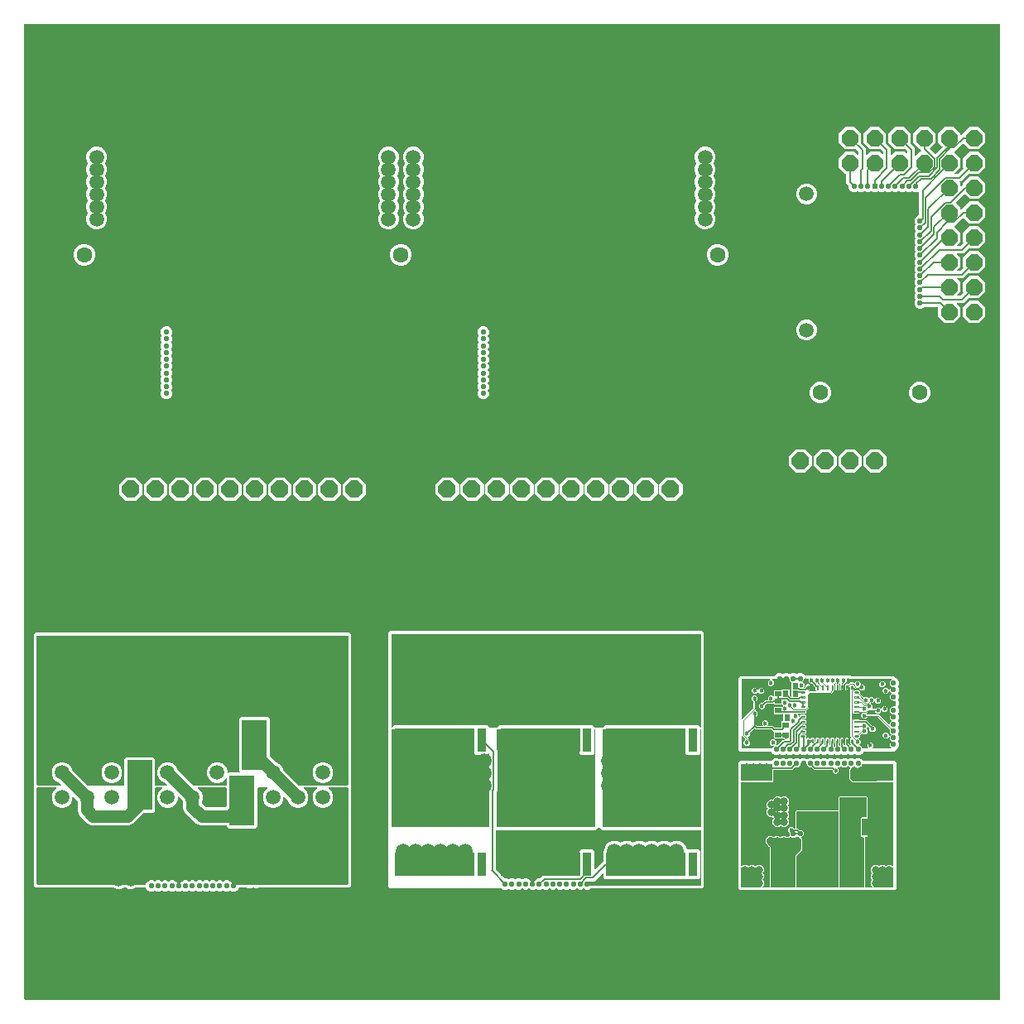
<source format=gbr>
G04 EAGLE Gerber RS-274X export*
G75*
%MOMM*%
%FSLAX34Y34*%
%LPD*%
%INTop Copper*%
%IPPOS*%
%AMOC8*
5,1,8,0,0,1.08239X$1,22.5*%
G01*
%ADD10R,3.200000X1.800000*%
%ADD11R,0.600000X0.700000*%
%ADD12R,0.700000X0.600000*%
%ADD13P,1.732040X8X22.500000*%
%ADD14C,1.600200*%
%ADD15C,0.207500*%
%ADD16C,0.220000*%
%ADD17C,0.110000*%
%ADD18R,10.000000X7.000000*%
%ADD19R,0.900000X2.400000*%
%ADD20R,8.100000X2.400000*%
%ADD21C,0.558800*%
%ADD22C,0.609600*%
%ADD23R,2.540000X5.080000*%
%ADD24R,2.000000X2.000000*%
%ADD25C,1.500000*%
%ADD26P,1.814519X8X22.500000*%
%ADD27P,1.814519X8X292.500000*%
%ADD28P,1.924489X8X112.500000*%
%ADD29P,1.732040X8X292.500000*%
%ADD30C,0.454000*%
%ADD31C,0.152400*%
%ADD32C,0.825000*%
%ADD33C,0.812800*%
%ADD34C,0.203200*%
%ADD35C,0.088900*%
%ADD36C,1.270000*%
%ADD37C,0.604000*%

G36*
X996979Y-438D02*
X996979Y-438D01*
X997008Y-440D01*
X997069Y-418D01*
X997133Y-404D01*
X997157Y-387D01*
X997184Y-377D01*
X997231Y-331D01*
X997284Y-293D01*
X997298Y-267D01*
X997319Y-247D01*
X997331Y-208D01*
X997375Y-129D01*
X997382Y-39D01*
X997394Y0D01*
X997394Y996950D01*
X997388Y996979D01*
X997390Y997008D01*
X997368Y997069D01*
X997354Y997133D01*
X997337Y997157D01*
X997327Y997184D01*
X997281Y997231D01*
X997243Y997284D01*
X997217Y997298D01*
X997197Y997319D01*
X997158Y997331D01*
X997079Y997375D01*
X996989Y997382D01*
X996950Y997394D01*
X0Y997394D01*
X-29Y997388D01*
X-58Y997390D01*
X-119Y997368D01*
X-183Y997354D01*
X-207Y997337D01*
X-234Y997327D01*
X-281Y997281D01*
X-334Y997243D01*
X-348Y997217D01*
X-369Y997197D01*
X-381Y997158D01*
X-425Y997079D01*
X-432Y996989D01*
X-444Y996950D01*
X-444Y0D01*
X-438Y-29D01*
X-440Y-58D01*
X-418Y-119D01*
X-404Y-183D01*
X-387Y-207D01*
X-377Y-234D01*
X-331Y-281D01*
X-293Y-334D01*
X-267Y-348D01*
X-247Y-369D01*
X-208Y-381D01*
X-129Y-425D01*
X-39Y-432D01*
X0Y-444D01*
X996950Y-444D01*
X996979Y-438D01*
G37*
%LPC*%
G36*
X490074Y112140D02*
X490074Y112140D01*
X487926Y113030D01*
X487866Y113090D01*
X487830Y113113D01*
X487799Y113145D01*
X487764Y113155D01*
X487709Y113191D01*
X487586Y113210D01*
X487553Y113220D01*
X373711Y113220D01*
X371665Y115266D01*
X371665Y374573D01*
X373711Y376619D01*
X692581Y376619D01*
X694627Y374573D01*
X694627Y115266D01*
X692581Y113220D01*
X578739Y113220D01*
X578697Y113211D01*
X578653Y113211D01*
X578621Y113194D01*
X578556Y113180D01*
X578457Y113106D01*
X578426Y113090D01*
X578366Y113030D01*
X576218Y112140D01*
X573894Y112140D01*
X571733Y113035D01*
X571690Y113043D01*
X571650Y113060D01*
X571614Y113057D01*
X571549Y113069D01*
X571429Y113039D01*
X571394Y113035D01*
X569233Y112140D01*
X566909Y112140D01*
X564748Y113035D01*
X564705Y113043D01*
X564665Y113060D01*
X564629Y113057D01*
X564564Y113069D01*
X564444Y113039D01*
X564409Y113035D01*
X562248Y112140D01*
X559924Y112140D01*
X557763Y113035D01*
X557720Y113043D01*
X557680Y113060D01*
X557644Y113057D01*
X557579Y113069D01*
X557459Y113039D01*
X557424Y113035D01*
X555263Y112140D01*
X552939Y112140D01*
X550778Y113035D01*
X550735Y113043D01*
X550695Y113060D01*
X550659Y113057D01*
X550594Y113069D01*
X550474Y113039D01*
X550439Y113035D01*
X548278Y112140D01*
X545954Y112140D01*
X543793Y113035D01*
X543750Y113043D01*
X543710Y113060D01*
X543674Y113057D01*
X543609Y113069D01*
X543489Y113039D01*
X543454Y113035D01*
X541293Y112140D01*
X538969Y112140D01*
X536808Y113035D01*
X536765Y113043D01*
X536725Y113060D01*
X536689Y113057D01*
X536624Y113069D01*
X536504Y113039D01*
X536469Y113035D01*
X534308Y112140D01*
X531984Y112140D01*
X529823Y113035D01*
X529780Y113043D01*
X529740Y113060D01*
X529704Y113057D01*
X529639Y113069D01*
X529519Y113039D01*
X529484Y113035D01*
X527323Y112140D01*
X524999Y112140D01*
X522838Y113035D01*
X522795Y113043D01*
X522755Y113060D01*
X522719Y113057D01*
X522654Y113069D01*
X522534Y113039D01*
X522499Y113035D01*
X520338Y112140D01*
X518014Y112140D01*
X515853Y113035D01*
X515810Y113043D01*
X515770Y113060D01*
X515734Y113057D01*
X515669Y113069D01*
X515549Y113039D01*
X515514Y113035D01*
X513353Y112140D01*
X511029Y112140D01*
X508868Y113035D01*
X508825Y113043D01*
X508785Y113060D01*
X508749Y113057D01*
X508684Y113069D01*
X508564Y113039D01*
X508529Y113035D01*
X506368Y112140D01*
X504044Y112140D01*
X501883Y113035D01*
X501840Y113043D01*
X501800Y113060D01*
X501764Y113057D01*
X501699Y113069D01*
X501579Y113039D01*
X501544Y113035D01*
X499383Y112140D01*
X497059Y112140D01*
X494898Y113035D01*
X494855Y113043D01*
X494815Y113060D01*
X494779Y113057D01*
X494714Y113069D01*
X494594Y113039D01*
X494559Y113035D01*
X492398Y112140D01*
X490074Y112140D01*
G37*
%LPD*%
%LPC*%
G36*
X128378Y109854D02*
X128378Y109854D01*
X126230Y110744D01*
X124587Y112387D01*
X124040Y113708D01*
X124019Y113738D01*
X124007Y113772D01*
X123966Y113814D01*
X123933Y113862D01*
X123902Y113881D01*
X123876Y113907D01*
X123839Y113918D01*
X123772Y113958D01*
X123668Y113970D01*
X123630Y113982D01*
X113754Y113982D01*
X113609Y113950D01*
X113584Y113948D01*
X110429Y112641D01*
X106233Y112641D01*
X103078Y113948D01*
X102932Y113975D01*
X102908Y113982D01*
X101487Y113982D01*
X101342Y113950D01*
X101318Y113948D01*
X97856Y112514D01*
X93660Y112514D01*
X90198Y113948D01*
X90052Y113975D01*
X90029Y113982D01*
X11253Y113982D01*
X9207Y116028D01*
X9207Y372922D01*
X11253Y374968D01*
X331647Y374968D01*
X333693Y372922D01*
X333693Y116028D01*
X331647Y113982D01*
X238920Y113982D01*
X238775Y113950D01*
X238750Y113948D01*
X237681Y113505D01*
X235267Y113505D01*
X234198Y113948D01*
X234052Y113975D01*
X234028Y113982D01*
X232840Y113982D01*
X232695Y113950D01*
X232670Y113948D01*
X231968Y113657D01*
X227772Y113657D01*
X227070Y113948D01*
X226924Y113975D01*
X226900Y113982D01*
X219270Y113982D01*
X219234Y113974D01*
X219198Y113976D01*
X219144Y113954D01*
X219087Y113942D01*
X219058Y113920D01*
X219024Y113907D01*
X218999Y113877D01*
X218937Y113831D01*
X218885Y113738D01*
X218860Y113708D01*
X218313Y112387D01*
X216670Y110744D01*
X214522Y109854D01*
X212198Y109854D01*
X210037Y110749D01*
X209994Y110757D01*
X209954Y110774D01*
X209918Y110771D01*
X209853Y110783D01*
X209733Y110753D01*
X209698Y110749D01*
X207537Y109854D01*
X205213Y109854D01*
X203052Y110749D01*
X203009Y110757D01*
X202969Y110774D01*
X202933Y110771D01*
X202868Y110783D01*
X202748Y110753D01*
X202713Y110749D01*
X200552Y109854D01*
X198228Y109854D01*
X196067Y110749D01*
X196024Y110757D01*
X195984Y110774D01*
X195948Y110771D01*
X195883Y110783D01*
X195763Y110753D01*
X195728Y110749D01*
X193567Y109854D01*
X191243Y109854D01*
X189082Y110749D01*
X189039Y110757D01*
X188999Y110774D01*
X188963Y110771D01*
X188898Y110783D01*
X188778Y110753D01*
X188743Y110749D01*
X186582Y109854D01*
X184258Y109854D01*
X182097Y110749D01*
X182054Y110757D01*
X182014Y110774D01*
X181978Y110771D01*
X181913Y110783D01*
X181793Y110753D01*
X181758Y110749D01*
X179597Y109854D01*
X177273Y109854D01*
X175112Y110749D01*
X175069Y110757D01*
X175029Y110774D01*
X174993Y110771D01*
X174928Y110783D01*
X174808Y110753D01*
X174773Y110749D01*
X172612Y109854D01*
X170288Y109854D01*
X168127Y110749D01*
X168084Y110757D01*
X168044Y110774D01*
X168008Y110771D01*
X167943Y110783D01*
X167823Y110753D01*
X167788Y110749D01*
X165627Y109854D01*
X163303Y109854D01*
X161142Y110749D01*
X161099Y110757D01*
X161059Y110774D01*
X161023Y110771D01*
X160958Y110783D01*
X160838Y110753D01*
X160803Y110749D01*
X158642Y109854D01*
X156318Y109854D01*
X154157Y110749D01*
X154114Y110757D01*
X154074Y110774D01*
X154038Y110771D01*
X153973Y110783D01*
X153853Y110753D01*
X153818Y110749D01*
X151657Y109854D01*
X149333Y109854D01*
X147172Y110749D01*
X147129Y110757D01*
X147089Y110774D01*
X147053Y110771D01*
X146988Y110783D01*
X146868Y110753D01*
X146833Y110749D01*
X144672Y109854D01*
X142348Y109854D01*
X140187Y110749D01*
X140144Y110757D01*
X140104Y110774D01*
X140068Y110771D01*
X140003Y110783D01*
X139883Y110753D01*
X139848Y110749D01*
X137687Y109854D01*
X135363Y109854D01*
X133202Y110749D01*
X133159Y110757D01*
X133119Y110774D01*
X133083Y110771D01*
X133018Y110783D01*
X132898Y110753D01*
X132863Y110749D01*
X130702Y109854D01*
X128378Y109854D01*
G37*
%LPD*%
G36*
X36895Y218634D02*
X36895Y218634D01*
X36910Y218632D01*
X36986Y218654D01*
X37064Y218671D01*
X37076Y218680D01*
X37090Y218684D01*
X37151Y218735D01*
X37214Y218782D01*
X37221Y218795D01*
X37233Y218805D01*
X37267Y218877D01*
X37305Y218946D01*
X37306Y218961D01*
X37313Y218974D01*
X37314Y219054D01*
X37321Y219133D01*
X37316Y219147D01*
X37316Y219162D01*
X37299Y219193D01*
X37258Y219309D01*
X37211Y219357D01*
X37194Y219389D01*
X34963Y221620D01*
X34928Y221643D01*
X34908Y221663D01*
X34887Y221669D01*
X34839Y221700D01*
X34819Y221716D01*
X32125Y222832D01*
X29157Y225800D01*
X27551Y229677D01*
X27551Y233873D01*
X29157Y237750D01*
X32125Y240718D01*
X36002Y242324D01*
X40198Y242324D01*
X44075Y240718D01*
X47043Y237750D01*
X48159Y235056D01*
X48243Y234934D01*
X48255Y234912D01*
X64406Y218761D01*
X64442Y218738D01*
X64473Y218706D01*
X64507Y218696D01*
X64563Y218660D01*
X64686Y218642D01*
X64719Y218631D01*
X101283Y218631D01*
X101311Y218637D01*
X101340Y218635D01*
X101402Y218657D01*
X101466Y218671D01*
X101489Y218688D01*
X101517Y218698D01*
X101564Y218744D01*
X101616Y218782D01*
X101630Y218808D01*
X101651Y218828D01*
X101663Y218867D01*
X101707Y218946D01*
X101715Y219036D01*
X101726Y219075D01*
X101726Y245738D01*
X103512Y247524D01*
X131438Y247524D01*
X133224Y245738D01*
X133224Y219075D01*
X133230Y219046D01*
X133228Y219017D01*
X133250Y218956D01*
X133263Y218892D01*
X133281Y218868D01*
X133291Y218841D01*
X133336Y218794D01*
X133375Y218741D01*
X133400Y218727D01*
X133421Y218706D01*
X133460Y218694D01*
X133539Y218650D01*
X133629Y218643D01*
X133667Y218631D01*
X144831Y218631D01*
X144845Y218634D01*
X144860Y218632D01*
X144936Y218654D01*
X145014Y218671D01*
X145026Y218680D01*
X145040Y218684D01*
X145101Y218735D01*
X145164Y218782D01*
X145171Y218795D01*
X145183Y218805D01*
X145217Y218877D01*
X145255Y218946D01*
X145256Y218961D01*
X145263Y218974D01*
X145264Y219054D01*
X145271Y219133D01*
X145266Y219147D01*
X145266Y219162D01*
X145249Y219193D01*
X145208Y219309D01*
X145161Y219357D01*
X145144Y219389D01*
X142913Y221620D01*
X142878Y221643D01*
X142858Y221663D01*
X142837Y221669D01*
X142789Y221700D01*
X142769Y221716D01*
X140075Y222832D01*
X137107Y225800D01*
X135501Y229677D01*
X135501Y233873D01*
X137107Y237750D01*
X140075Y240718D01*
X143952Y242324D01*
X148148Y242324D01*
X152025Y240718D01*
X154993Y237750D01*
X156109Y235056D01*
X156193Y234934D01*
X156205Y234912D01*
X172356Y218761D01*
X172392Y218738D01*
X172423Y218706D01*
X172457Y218696D01*
X172513Y218660D01*
X172636Y218642D01*
X172669Y218631D01*
X206058Y218631D01*
X206086Y218637D01*
X206115Y218635D01*
X206177Y218657D01*
X206241Y218671D01*
X206264Y218688D01*
X206292Y218698D01*
X206339Y218744D01*
X206391Y218782D01*
X206405Y218808D01*
X206426Y218828D01*
X206438Y218867D01*
X206482Y218946D01*
X206490Y219036D01*
X206501Y219075D01*
X206501Y225437D01*
X206498Y225451D01*
X206500Y225466D01*
X206478Y225543D01*
X206462Y225620D01*
X206453Y225632D01*
X206449Y225646D01*
X206397Y225707D01*
X206350Y225770D01*
X206337Y225778D01*
X206328Y225789D01*
X206256Y225823D01*
X206186Y225861D01*
X206172Y225863D01*
X206158Y225869D01*
X206079Y225870D01*
X206000Y225877D01*
X205986Y225872D01*
X205971Y225872D01*
X205940Y225855D01*
X205823Y225814D01*
X205776Y225768D01*
X205744Y225751D01*
X202825Y222832D01*
X198948Y221226D01*
X194752Y221226D01*
X190875Y222832D01*
X187907Y225800D01*
X186301Y229677D01*
X186301Y233873D01*
X187907Y237750D01*
X190875Y240718D01*
X194752Y242324D01*
X198948Y242324D01*
X202825Y240718D01*
X205793Y237750D01*
X207399Y233873D01*
X207399Y231832D01*
X207402Y231817D01*
X207400Y231803D01*
X207422Y231726D01*
X207438Y231648D01*
X207447Y231637D01*
X207451Y231622D01*
X207503Y231562D01*
X207550Y231498D01*
X207563Y231491D01*
X207572Y231480D01*
X207644Y231446D01*
X207714Y231407D01*
X207728Y231406D01*
X207742Y231399D01*
X207821Y231398D01*
X207900Y231392D01*
X207914Y231397D01*
X207929Y231396D01*
X207960Y231413D01*
X208077Y231455D01*
X208124Y231501D01*
X208156Y231518D01*
X208287Y231649D01*
X220168Y231649D01*
X220183Y231652D01*
X220197Y231650D01*
X220274Y231672D01*
X220352Y231688D01*
X220363Y231697D01*
X220378Y231701D01*
X220438Y231753D01*
X220502Y231800D01*
X220509Y231813D01*
X220520Y231822D01*
X220554Y231894D01*
X220593Y231964D01*
X220594Y231978D01*
X220601Y231992D01*
X220602Y232071D01*
X220608Y232150D01*
X220603Y232164D01*
X220604Y232179D01*
X220587Y232210D01*
X220545Y232327D01*
X220499Y232374D01*
X220482Y232406D01*
X219201Y233687D01*
X219201Y287013D01*
X220987Y288799D01*
X248913Y288799D01*
X250699Y287013D01*
X250699Y248552D01*
X250708Y248509D01*
X250707Y248465D01*
X250724Y248433D01*
X250738Y248369D01*
X250812Y248269D01*
X250829Y248238D01*
X257137Y241930D01*
X257261Y241850D01*
X257281Y241834D01*
X259975Y240718D01*
X262943Y237750D01*
X264059Y235056D01*
X264144Y234933D01*
X264155Y234912D01*
X280306Y218761D01*
X280342Y218738D01*
X280373Y218706D01*
X280407Y218696D01*
X280463Y218660D01*
X280586Y218642D01*
X280619Y218631D01*
X330200Y218631D01*
X330229Y218637D01*
X330258Y218635D01*
X330319Y218657D01*
X330383Y218671D01*
X330407Y218688D01*
X330434Y218698D01*
X330481Y218744D01*
X330534Y218782D01*
X330548Y218808D01*
X330569Y218828D01*
X330581Y218867D01*
X330625Y218946D01*
X330632Y219036D01*
X330644Y219075D01*
X330644Y371475D01*
X330638Y371504D01*
X330640Y371533D01*
X330618Y371594D01*
X330604Y371658D01*
X330587Y371682D01*
X330577Y371709D01*
X330531Y371756D01*
X330493Y371809D01*
X330467Y371823D01*
X330447Y371844D01*
X330408Y371856D01*
X330329Y371900D01*
X330239Y371907D01*
X330200Y371919D01*
X12700Y371919D01*
X12671Y371913D01*
X12642Y371915D01*
X12581Y371893D01*
X12517Y371879D01*
X12493Y371862D01*
X12466Y371852D01*
X12419Y371806D01*
X12366Y371768D01*
X12352Y371742D01*
X12331Y371722D01*
X12319Y371683D01*
X12275Y371604D01*
X12268Y371514D01*
X12256Y371475D01*
X12256Y219075D01*
X12262Y219046D01*
X12260Y219017D01*
X12282Y218956D01*
X12296Y218892D01*
X12313Y218868D01*
X12323Y218841D01*
X12369Y218794D01*
X12407Y218741D01*
X12433Y218727D01*
X12453Y218706D01*
X12492Y218694D01*
X12571Y218650D01*
X12661Y218643D01*
X12700Y218631D01*
X36881Y218631D01*
X36895Y218634D01*
G37*
G36*
X375232Y277311D02*
X375232Y277311D01*
X375261Y277309D01*
X375323Y277331D01*
X375387Y277345D01*
X375410Y277362D01*
X375438Y277372D01*
X375485Y277418D01*
X375537Y277456D01*
X375551Y277482D01*
X375572Y277502D01*
X375584Y277541D01*
X375628Y277620D01*
X375636Y277710D01*
X375647Y277749D01*
X375647Y278374D01*
X377433Y280160D01*
X461001Y280160D01*
X461040Y280135D01*
X461069Y280130D01*
X461095Y280118D01*
X461161Y280117D01*
X461225Y280107D01*
X461253Y280115D01*
X461283Y280115D01*
X461318Y280134D01*
X461405Y280159D01*
X461406Y280160D01*
X472959Y280160D01*
X474745Y278374D01*
X474745Y277749D01*
X474751Y277720D01*
X474749Y277691D01*
X474771Y277630D01*
X474784Y277566D01*
X474802Y277542D01*
X474812Y277515D01*
X474857Y277468D01*
X474896Y277415D01*
X474921Y277401D01*
X474942Y277380D01*
X474981Y277368D01*
X475060Y277324D01*
X475150Y277317D01*
X475188Y277305D01*
X483154Y277305D01*
X483182Y277311D01*
X483211Y277309D01*
X483273Y277331D01*
X483337Y277345D01*
X483360Y277362D01*
X483388Y277372D01*
X483435Y277418D01*
X483487Y277456D01*
X483501Y277482D01*
X483522Y277502D01*
X483534Y277541D01*
X483578Y277620D01*
X483586Y277710D01*
X483597Y277749D01*
X483597Y278374D01*
X485383Y280160D01*
X568951Y280160D01*
X568990Y280135D01*
X569019Y280130D01*
X569045Y280118D01*
X569111Y280117D01*
X569175Y280107D01*
X569203Y280115D01*
X569233Y280115D01*
X569268Y280134D01*
X569355Y280159D01*
X569356Y280160D01*
X580909Y280160D01*
X582695Y278374D01*
X582695Y277749D01*
X582701Y277720D01*
X582699Y277691D01*
X582721Y277630D01*
X582734Y277566D01*
X582752Y277542D01*
X582762Y277515D01*
X582807Y277468D01*
X582846Y277415D01*
X582871Y277401D01*
X582892Y277380D01*
X582931Y277368D01*
X583010Y277324D01*
X583100Y277317D01*
X583138Y277305D01*
X591104Y277305D01*
X591132Y277311D01*
X591161Y277309D01*
X591223Y277331D01*
X591287Y277345D01*
X591310Y277362D01*
X591338Y277372D01*
X591385Y277418D01*
X591437Y277456D01*
X591451Y277482D01*
X591472Y277502D01*
X591484Y277541D01*
X591528Y277620D01*
X591536Y277710D01*
X591547Y277749D01*
X591547Y278374D01*
X593333Y280160D01*
X676901Y280160D01*
X676940Y280135D01*
X676969Y280130D01*
X676995Y280118D01*
X677061Y280117D01*
X677125Y280107D01*
X677153Y280115D01*
X677183Y280115D01*
X677218Y280134D01*
X677305Y280159D01*
X677306Y280160D01*
X688859Y280160D01*
X690645Y278374D01*
X690645Y277749D01*
X690651Y277720D01*
X690649Y277691D01*
X690671Y277630D01*
X690684Y277566D01*
X690702Y277542D01*
X690712Y277515D01*
X690757Y277468D01*
X690796Y277415D01*
X690821Y277401D01*
X690842Y277380D01*
X690881Y277368D01*
X690960Y277324D01*
X691050Y277317D01*
X691088Y277305D01*
X691134Y277305D01*
X691163Y277311D01*
X691192Y277309D01*
X691253Y277331D01*
X691317Y277345D01*
X691341Y277362D01*
X691368Y277372D01*
X691415Y277418D01*
X691468Y277456D01*
X691482Y277482D01*
X691503Y277502D01*
X691515Y277541D01*
X691559Y277620D01*
X691566Y277710D01*
X691578Y277749D01*
X691578Y373126D01*
X691572Y373155D01*
X691574Y373184D01*
X691552Y373245D01*
X691538Y373309D01*
X691521Y373333D01*
X691511Y373360D01*
X691465Y373407D01*
X691427Y373460D01*
X691401Y373474D01*
X691381Y373495D01*
X691342Y373507D01*
X691263Y373551D01*
X691173Y373558D01*
X691134Y373570D01*
X375158Y373570D01*
X375129Y373564D01*
X375100Y373566D01*
X375039Y373544D01*
X374975Y373530D01*
X374951Y373513D01*
X374924Y373503D01*
X374877Y373457D01*
X374824Y373419D01*
X374810Y373393D01*
X374789Y373373D01*
X374777Y373334D01*
X374733Y373255D01*
X374726Y373165D01*
X374714Y373126D01*
X374714Y277749D01*
X374720Y277720D01*
X374718Y277691D01*
X374740Y277630D01*
X374754Y277566D01*
X374771Y277542D01*
X374781Y277515D01*
X374827Y277468D01*
X374865Y277415D01*
X374891Y277401D01*
X374911Y277380D01*
X374950Y277368D01*
X375029Y277324D01*
X375119Y277317D01*
X375158Y277305D01*
X375204Y277305D01*
X375232Y277311D01*
G37*
G36*
X123508Y117039D02*
X123508Y117039D01*
X123544Y117037D01*
X123598Y117059D01*
X123655Y117071D01*
X123685Y117093D01*
X123719Y117106D01*
X123743Y117136D01*
X123806Y117182D01*
X123857Y117275D01*
X123882Y117305D01*
X124587Y119007D01*
X126230Y120650D01*
X128378Y121540D01*
X130702Y121540D01*
X132863Y120645D01*
X132906Y120637D01*
X132946Y120620D01*
X132982Y120623D01*
X133047Y120611D01*
X133167Y120641D01*
X133202Y120645D01*
X135363Y121540D01*
X137687Y121540D01*
X139848Y120645D01*
X139891Y120637D01*
X139931Y120620D01*
X139967Y120623D01*
X140032Y120611D01*
X140152Y120641D01*
X140187Y120645D01*
X142348Y121540D01*
X144672Y121540D01*
X146833Y120645D01*
X146876Y120637D01*
X146916Y120620D01*
X146952Y120623D01*
X147017Y120611D01*
X147137Y120641D01*
X147172Y120645D01*
X149333Y121540D01*
X151657Y121540D01*
X153805Y120650D01*
X155448Y119007D01*
X156153Y117305D01*
X156174Y117275D01*
X156186Y117241D01*
X156227Y117199D01*
X156260Y117151D01*
X156291Y117132D01*
X156316Y117106D01*
X156354Y117095D01*
X156420Y117055D01*
X156525Y117043D01*
X156563Y117031D01*
X158397Y117031D01*
X158433Y117039D01*
X158469Y117037D01*
X158523Y117059D01*
X158580Y117071D01*
X158609Y117093D01*
X158643Y117106D01*
X158668Y117136D01*
X158731Y117182D01*
X158782Y117275D01*
X158807Y117305D01*
X159512Y119007D01*
X161155Y120650D01*
X163303Y121540D01*
X165627Y121540D01*
X167788Y120645D01*
X167831Y120637D01*
X167871Y120620D01*
X167907Y120623D01*
X167972Y120611D01*
X168092Y120641D01*
X168127Y120645D01*
X170288Y121540D01*
X172612Y121540D01*
X174773Y120645D01*
X174816Y120637D01*
X174856Y120620D01*
X174892Y120623D01*
X174957Y120611D01*
X175077Y120641D01*
X175112Y120645D01*
X177273Y121540D01*
X179597Y121540D01*
X181758Y120645D01*
X181801Y120637D01*
X181841Y120620D01*
X181877Y120623D01*
X181942Y120611D01*
X182062Y120641D01*
X182097Y120645D01*
X184258Y121540D01*
X186582Y121540D01*
X188743Y120645D01*
X188786Y120637D01*
X188826Y120620D01*
X188862Y120623D01*
X188927Y120611D01*
X189047Y120641D01*
X189082Y120645D01*
X191243Y121540D01*
X193567Y121540D01*
X195728Y120645D01*
X195771Y120637D01*
X195811Y120620D01*
X195847Y120623D01*
X195912Y120611D01*
X196032Y120641D01*
X196067Y120645D01*
X198228Y121540D01*
X200552Y121540D01*
X202713Y120645D01*
X202756Y120637D01*
X202796Y120620D01*
X202832Y120623D01*
X202897Y120611D01*
X203017Y120641D01*
X203052Y120645D01*
X205213Y121540D01*
X207537Y121540D01*
X209685Y120650D01*
X211328Y119007D01*
X212033Y117305D01*
X212054Y117275D01*
X212066Y117241D01*
X212107Y117199D01*
X212140Y117151D01*
X212171Y117132D01*
X212196Y117106D01*
X212234Y117095D01*
X212300Y117055D01*
X212405Y117043D01*
X212443Y117031D01*
X330200Y117031D01*
X330229Y117037D01*
X330258Y117035D01*
X330319Y117057D01*
X330383Y117071D01*
X330407Y117088D01*
X330434Y117098D01*
X330481Y117144D01*
X330534Y117182D01*
X330548Y117208D01*
X330569Y117228D01*
X330581Y117267D01*
X330625Y117346D01*
X330632Y117436D01*
X330644Y117475D01*
X330644Y215900D01*
X330638Y215929D01*
X330640Y215958D01*
X330618Y216019D01*
X330604Y216083D01*
X330587Y216107D01*
X330577Y216134D01*
X330531Y216181D01*
X330493Y216234D01*
X330467Y216248D01*
X330447Y216269D01*
X330408Y216281D01*
X330329Y216325D01*
X330239Y216332D01*
X330200Y216344D01*
X310529Y216344D01*
X310522Y216342D01*
X310515Y216344D01*
X310431Y216322D01*
X310346Y216304D01*
X310340Y216300D01*
X310333Y216298D01*
X310265Y216244D01*
X310196Y216193D01*
X310192Y216186D01*
X310186Y216182D01*
X310147Y216104D01*
X310105Y216029D01*
X310104Y216022D01*
X310101Y216015D01*
X310096Y215928D01*
X310089Y215842D01*
X310092Y215835D01*
X310091Y215828D01*
X310123Y215747D01*
X310152Y215666D01*
X310158Y215660D01*
X310160Y215654D01*
X310179Y215638D01*
X310283Y215531D01*
X310325Y215518D01*
X310360Y215490D01*
X310775Y215318D01*
X313743Y212350D01*
X315349Y208473D01*
X315349Y204277D01*
X313743Y200400D01*
X310775Y197432D01*
X306898Y195826D01*
X302702Y195826D01*
X298825Y197432D01*
X295857Y200400D01*
X294251Y204277D01*
X294251Y208473D01*
X295857Y212350D01*
X298825Y215318D01*
X299240Y215490D01*
X299247Y215494D01*
X299254Y215496D01*
X299323Y215547D01*
X299395Y215597D01*
X299398Y215603D01*
X299404Y215607D01*
X299446Y215683D01*
X299491Y215757D01*
X299492Y215765D01*
X299495Y215771D01*
X299502Y215857D01*
X299512Y215943D01*
X299510Y215951D01*
X299511Y215958D01*
X299481Y216040D01*
X299455Y216122D01*
X299450Y216127D01*
X299448Y216134D01*
X299387Y216197D01*
X299329Y216261D01*
X299322Y216264D01*
X299317Y216269D01*
X299293Y216276D01*
X299157Y216335D01*
X299113Y216331D01*
X299071Y216344D01*
X285129Y216344D01*
X285122Y216342D01*
X285115Y216344D01*
X285031Y216322D01*
X284946Y216304D01*
X284940Y216300D01*
X284933Y216298D01*
X284865Y216244D01*
X284796Y216193D01*
X284792Y216186D01*
X284786Y216182D01*
X284747Y216104D01*
X284705Y216029D01*
X284704Y216022D01*
X284701Y216015D01*
X284696Y215928D01*
X284689Y215842D01*
X284692Y215835D01*
X284691Y215828D01*
X284723Y215747D01*
X284752Y215666D01*
X284758Y215660D01*
X284760Y215654D01*
X284779Y215638D01*
X284883Y215531D01*
X284925Y215518D01*
X284960Y215490D01*
X285375Y215318D01*
X288343Y212350D01*
X289949Y208473D01*
X289949Y204277D01*
X288343Y200400D01*
X285375Y197432D01*
X281498Y195826D01*
X277302Y195826D01*
X273425Y197432D01*
X270457Y200400D01*
X269341Y203094D01*
X269256Y203217D01*
X269245Y203238D01*
X265306Y207177D01*
X265294Y207185D01*
X265285Y207197D01*
X265216Y207235D01*
X265149Y207278D01*
X265134Y207281D01*
X265121Y207288D01*
X265042Y207294D01*
X264963Y207306D01*
X264949Y207302D01*
X264935Y207303D01*
X264860Y207276D01*
X264783Y207255D01*
X264772Y207245D01*
X264758Y207240D01*
X264701Y207185D01*
X264640Y207133D01*
X264634Y207120D01*
X264624Y207110D01*
X264613Y207076D01*
X264560Y206964D01*
X264559Y206898D01*
X264549Y206863D01*
X264549Y204277D01*
X262943Y200400D01*
X259975Y197432D01*
X256098Y195826D01*
X251902Y195826D01*
X248025Y197432D01*
X245057Y200400D01*
X243451Y204277D01*
X243451Y208473D01*
X245057Y212350D01*
X248025Y215318D01*
X248440Y215490D01*
X248447Y215494D01*
X248454Y215496D01*
X248523Y215547D01*
X248595Y215597D01*
X248598Y215603D01*
X248604Y215607D01*
X248646Y215683D01*
X248691Y215757D01*
X248692Y215765D01*
X248695Y215771D01*
X248702Y215857D01*
X248712Y215943D01*
X248710Y215951D01*
X248711Y215958D01*
X248681Y216040D01*
X248655Y216122D01*
X248650Y216127D01*
X248648Y216134D01*
X248587Y216197D01*
X248529Y216261D01*
X248522Y216264D01*
X248517Y216269D01*
X248493Y216276D01*
X248357Y216335D01*
X248313Y216331D01*
X248271Y216344D01*
X238442Y216344D01*
X238414Y216338D01*
X238385Y216340D01*
X238323Y216318D01*
X238259Y216304D01*
X238236Y216287D01*
X238208Y216277D01*
X238161Y216231D01*
X238109Y216193D01*
X238095Y216167D01*
X238074Y216147D01*
X238062Y216108D01*
X238018Y216029D01*
X238010Y215939D01*
X237999Y215900D01*
X237999Y176537D01*
X236213Y174751D01*
X208287Y174751D01*
X206501Y176537D01*
X206501Y177483D01*
X206495Y177511D01*
X206497Y177540D01*
X206475Y177602D01*
X206462Y177666D01*
X206444Y177689D01*
X206434Y177717D01*
X206389Y177764D01*
X206350Y177816D01*
X206325Y177830D01*
X206304Y177851D01*
X206265Y177863D01*
X206186Y177907D01*
X206096Y177915D01*
X206058Y177926D01*
X179105Y177926D01*
X175651Y179357D01*
X163482Y191526D01*
X162051Y194980D01*
X162051Y201412D01*
X162020Y201557D01*
X162017Y201582D01*
X161391Y203094D01*
X161307Y203216D01*
X161295Y203238D01*
X157356Y207177D01*
X157344Y207185D01*
X157335Y207197D01*
X157266Y207235D01*
X157199Y207278D01*
X157184Y207281D01*
X157171Y207288D01*
X157092Y207294D01*
X157013Y207306D01*
X156999Y207302D01*
X156985Y207303D01*
X156910Y207276D01*
X156833Y207255D01*
X156822Y207245D01*
X156808Y207240D01*
X156751Y207185D01*
X156690Y207133D01*
X156684Y207120D01*
X156674Y207110D01*
X156663Y207076D01*
X156610Y206964D01*
X156609Y206898D01*
X156599Y206863D01*
X156599Y204277D01*
X154993Y200400D01*
X152025Y197432D01*
X148148Y195826D01*
X143952Y195826D01*
X140075Y197432D01*
X137107Y200400D01*
X135501Y204277D01*
X135501Y208473D01*
X137107Y212350D01*
X140075Y215318D01*
X140490Y215490D01*
X140497Y215494D01*
X140504Y215496D01*
X140573Y215547D01*
X140645Y215597D01*
X140648Y215603D01*
X140654Y215607D01*
X140696Y215683D01*
X140741Y215757D01*
X140742Y215765D01*
X140745Y215771D01*
X140752Y215857D01*
X140762Y215943D01*
X140760Y215951D01*
X140761Y215958D01*
X140731Y216040D01*
X140705Y216122D01*
X140700Y216127D01*
X140698Y216134D01*
X140637Y216197D01*
X140579Y216261D01*
X140572Y216264D01*
X140567Y216269D01*
X140543Y216276D01*
X140407Y216335D01*
X140363Y216331D01*
X140321Y216344D01*
X133667Y216344D01*
X133639Y216338D01*
X133610Y216340D01*
X133548Y216318D01*
X133484Y216304D01*
X133461Y216287D01*
X133433Y216277D01*
X133386Y216231D01*
X133334Y216193D01*
X133320Y216167D01*
X133299Y216147D01*
X133287Y216108D01*
X133243Y216029D01*
X133235Y215939D01*
X133224Y215900D01*
X133224Y192412D01*
X131438Y190626D01*
X121552Y190626D01*
X121509Y190617D01*
X121465Y190618D01*
X121433Y190601D01*
X121369Y190587D01*
X121269Y190513D01*
X121238Y190496D01*
X110099Y179357D01*
X106645Y177926D01*
X67980Y177926D01*
X64526Y179357D01*
X55532Y188351D01*
X54101Y191805D01*
X54101Y201412D01*
X54070Y201557D01*
X54067Y201582D01*
X53441Y203094D01*
X53357Y203216D01*
X53345Y203238D01*
X49406Y207177D01*
X49394Y207185D01*
X49385Y207197D01*
X49316Y207235D01*
X49249Y207278D01*
X49234Y207281D01*
X49221Y207288D01*
X49142Y207294D01*
X49063Y207306D01*
X49049Y207302D01*
X49035Y207303D01*
X48960Y207276D01*
X48883Y207255D01*
X48872Y207245D01*
X48858Y207240D01*
X48801Y207185D01*
X48740Y207133D01*
X48734Y207120D01*
X48724Y207110D01*
X48713Y207076D01*
X48660Y206964D01*
X48659Y206898D01*
X48649Y206863D01*
X48649Y204277D01*
X47043Y200400D01*
X44075Y197432D01*
X40198Y195826D01*
X36002Y195826D01*
X32125Y197432D01*
X29157Y200400D01*
X27551Y204277D01*
X27551Y208473D01*
X29157Y212350D01*
X32125Y215318D01*
X32540Y215490D01*
X32547Y215494D01*
X32554Y215496D01*
X32623Y215547D01*
X32695Y215597D01*
X32698Y215603D01*
X32704Y215607D01*
X32746Y215683D01*
X32791Y215757D01*
X32792Y215765D01*
X32795Y215771D01*
X32802Y215857D01*
X32812Y215943D01*
X32810Y215951D01*
X32811Y215958D01*
X32781Y216040D01*
X32755Y216122D01*
X32750Y216127D01*
X32748Y216134D01*
X32687Y216197D01*
X32629Y216261D01*
X32622Y216264D01*
X32617Y216269D01*
X32593Y216276D01*
X32457Y216335D01*
X32413Y216331D01*
X32371Y216344D01*
X12700Y216344D01*
X12671Y216338D01*
X12642Y216340D01*
X12581Y216318D01*
X12517Y216304D01*
X12493Y216287D01*
X12466Y216277D01*
X12419Y216231D01*
X12366Y216193D01*
X12352Y216167D01*
X12331Y216147D01*
X12319Y216108D01*
X12275Y216029D01*
X12268Y215939D01*
X12256Y215900D01*
X12256Y117475D01*
X12262Y117446D01*
X12260Y117417D01*
X12282Y117356D01*
X12296Y117292D01*
X12313Y117268D01*
X12323Y117241D01*
X12369Y117194D01*
X12407Y117141D01*
X12433Y117127D01*
X12453Y117106D01*
X12492Y117094D01*
X12571Y117050D01*
X12661Y117043D01*
X12700Y117031D01*
X123472Y117031D01*
X123508Y117039D01*
G37*
%LPC*%
G36*
X731433Y111411D02*
X731433Y111411D01*
X729647Y113197D01*
X729647Y135778D01*
X729649Y135781D01*
X729668Y135903D01*
X729678Y135937D01*
X729678Y143844D01*
X729669Y143887D01*
X729669Y143931D01*
X729652Y143963D01*
X729647Y143985D01*
X729647Y165484D01*
X729638Y165527D01*
X729639Y165571D01*
X729622Y165603D01*
X729616Y165628D01*
X729616Y186263D01*
X729649Y186314D01*
X729668Y186436D01*
X729678Y186470D01*
X729678Y221454D01*
X729673Y221476D01*
X729674Y221489D01*
X729669Y221504D01*
X729669Y221541D01*
X729652Y221572D01*
X729638Y221637D01*
X729616Y221667D01*
X729616Y242225D01*
X731402Y244011D01*
X736692Y244011D01*
X736776Y244029D01*
X739727Y244029D01*
X739786Y244018D01*
X739810Y244011D01*
X743614Y244011D01*
X743697Y244029D01*
X746648Y244029D01*
X746707Y244018D01*
X746731Y244011D01*
X750535Y244011D01*
X750619Y244029D01*
X753570Y244029D01*
X753629Y244018D01*
X753653Y244011D01*
X757457Y244011D01*
X757540Y244029D01*
X760491Y244029D01*
X760550Y244018D01*
X760574Y244011D01*
X763201Y244011D01*
X763236Y244018D01*
X763273Y244017D01*
X763327Y244038D01*
X763384Y244050D01*
X763413Y244072D01*
X763447Y244086D01*
X763472Y244116D01*
X763534Y244162D01*
X763551Y244193D01*
X765231Y245872D01*
X767378Y246762D01*
X769703Y246762D01*
X771863Y245867D01*
X771906Y245859D01*
X771946Y245842D01*
X771982Y245845D01*
X772019Y245838D01*
X772022Y245838D01*
X772024Y245838D01*
X772047Y245833D01*
X772168Y245863D01*
X772203Y245867D01*
X774363Y246762D01*
X776688Y246762D01*
X778848Y245867D01*
X778891Y245859D01*
X778931Y245842D01*
X778967Y245845D01*
X779004Y245838D01*
X779007Y245838D01*
X779009Y245838D01*
X779032Y245833D01*
X779153Y245863D01*
X779188Y245867D01*
X781348Y246762D01*
X783673Y246762D01*
X785833Y245867D01*
X785876Y245859D01*
X785916Y245842D01*
X785952Y245845D01*
X785989Y245838D01*
X785992Y245838D01*
X785994Y245838D01*
X786017Y245833D01*
X786138Y245863D01*
X786173Y245867D01*
X788333Y246762D01*
X790658Y246762D01*
X792818Y245867D01*
X792861Y245859D01*
X792901Y245842D01*
X792937Y245845D01*
X792974Y245838D01*
X792977Y245838D01*
X792979Y245838D01*
X793002Y245833D01*
X793123Y245863D01*
X793158Y245867D01*
X795318Y246762D01*
X797643Y246762D01*
X799803Y245867D01*
X799846Y245859D01*
X799886Y245842D01*
X799922Y245845D01*
X799959Y245838D01*
X799962Y245838D01*
X799964Y245838D01*
X799987Y245833D01*
X800108Y245863D01*
X800143Y245867D01*
X802303Y246762D01*
X804628Y246762D01*
X806788Y245867D01*
X806831Y245859D01*
X806871Y245842D01*
X806907Y245845D01*
X806944Y245838D01*
X806947Y245838D01*
X806949Y245838D01*
X806972Y245833D01*
X807093Y245863D01*
X807128Y245867D01*
X809288Y246762D01*
X811613Y246762D01*
X813773Y245867D01*
X813816Y245859D01*
X813856Y245842D01*
X813892Y245845D01*
X813929Y245838D01*
X813932Y245838D01*
X813934Y245838D01*
X813957Y245833D01*
X814078Y245863D01*
X814113Y245867D01*
X816273Y246762D01*
X818598Y246762D01*
X820758Y245867D01*
X820801Y245859D01*
X820841Y245842D01*
X820877Y245845D01*
X820914Y245838D01*
X820917Y245838D01*
X820919Y245838D01*
X820942Y245833D01*
X821063Y245863D01*
X821098Y245867D01*
X823258Y246762D01*
X825583Y246762D01*
X827743Y245867D01*
X827786Y245859D01*
X827826Y245842D01*
X827862Y245845D01*
X827899Y245838D01*
X827902Y245838D01*
X827904Y245838D01*
X827927Y245833D01*
X828048Y245863D01*
X828083Y245867D01*
X830243Y246762D01*
X832568Y246762D01*
X834728Y245867D01*
X834771Y245859D01*
X834811Y245842D01*
X834847Y245845D01*
X834884Y245838D01*
X834887Y245838D01*
X834889Y245838D01*
X834912Y245833D01*
X835033Y245863D01*
X835068Y245867D01*
X837228Y246762D01*
X839553Y246762D01*
X841713Y245867D01*
X841756Y245859D01*
X841796Y245842D01*
X841832Y245845D01*
X841869Y245838D01*
X841872Y245838D01*
X841874Y245838D01*
X841897Y245833D01*
X842018Y245863D01*
X842053Y245867D01*
X844213Y246762D01*
X846538Y246762D01*
X848698Y245867D01*
X848741Y245859D01*
X848781Y245842D01*
X848817Y245845D01*
X848854Y245838D01*
X848857Y245838D01*
X848859Y245838D01*
X848882Y245833D01*
X849003Y245863D01*
X849038Y245867D01*
X851198Y246762D01*
X853523Y246762D01*
X855670Y245872D01*
X857364Y244178D01*
X857397Y244131D01*
X857428Y244112D01*
X857454Y244086D01*
X857491Y244074D01*
X857558Y244034D01*
X857663Y244022D01*
X857700Y244011D01*
X889499Y244011D01*
X891285Y242225D01*
X891285Y242107D01*
X891287Y242098D01*
X891287Y166798D01*
X891296Y166755D01*
X891295Y166711D01*
X891312Y166679D01*
X891317Y166657D01*
X891317Y144003D01*
X891315Y144000D01*
X891297Y143878D01*
X891287Y143844D01*
X891287Y135937D01*
X891296Y135894D01*
X891295Y135850D01*
X891312Y135818D01*
X891317Y135796D01*
X891317Y113197D01*
X889531Y111411D01*
X866951Y111411D01*
X866948Y111413D01*
X866825Y111432D01*
X866791Y111442D01*
X754173Y111442D01*
X754130Y111433D01*
X754086Y111433D01*
X754054Y111416D01*
X754032Y111411D01*
X731433Y111411D01*
G37*
%LPD*%
%LPC*%
G36*
X940907Y691641D02*
X940907Y691641D01*
X934211Y698337D01*
X934211Y707708D01*
X934205Y707736D01*
X934207Y707765D01*
X934185Y707827D01*
X934172Y707891D01*
X934154Y707914D01*
X934144Y707942D01*
X934099Y707989D01*
X934060Y708041D01*
X934035Y708055D01*
X934014Y708076D01*
X933975Y708088D01*
X933896Y708132D01*
X933806Y708140D01*
X933768Y708151D01*
X920306Y708151D01*
X920263Y708142D01*
X920219Y708143D01*
X920187Y708126D01*
X920123Y708112D01*
X920023Y708038D01*
X919992Y708021D01*
X918980Y707009D01*
X916832Y706119D01*
X914508Y706119D01*
X912360Y707009D01*
X910717Y708652D01*
X909827Y710800D01*
X909827Y713124D01*
X910722Y715285D01*
X910730Y715328D01*
X910747Y715368D01*
X910744Y715404D01*
X910756Y715469D01*
X910726Y715589D01*
X910722Y715624D01*
X909827Y717785D01*
X909827Y720109D01*
X910722Y722270D01*
X910725Y722286D01*
X910731Y722296D01*
X910733Y722319D01*
X910747Y722353D01*
X910744Y722389D01*
X910756Y722454D01*
X910726Y722574D01*
X910722Y722609D01*
X909827Y724770D01*
X909827Y727094D01*
X910722Y729255D01*
X910730Y729298D01*
X910747Y729338D01*
X910744Y729374D01*
X910756Y729439D01*
X910726Y729559D01*
X910722Y729594D01*
X909827Y731755D01*
X909827Y734079D01*
X910722Y736240D01*
X910730Y736283D01*
X910747Y736323D01*
X910744Y736359D01*
X910756Y736424D01*
X910726Y736544D01*
X910722Y736579D01*
X909827Y738740D01*
X909827Y741064D01*
X910722Y743225D01*
X910730Y743268D01*
X910747Y743308D01*
X910744Y743344D01*
X910756Y743409D01*
X910726Y743529D01*
X910722Y743564D01*
X909827Y745725D01*
X909827Y748049D01*
X910722Y750210D01*
X910727Y750236D01*
X910736Y750252D01*
X910738Y750270D01*
X910747Y750293D01*
X910744Y750329D01*
X910756Y750394D01*
X910750Y750418D01*
X910751Y750439D01*
X910728Y750505D01*
X910726Y750514D01*
X910722Y750549D01*
X909827Y752710D01*
X909827Y755034D01*
X910722Y757195D01*
X910730Y757238D01*
X910747Y757278D01*
X910744Y757314D01*
X910756Y757379D01*
X910726Y757499D01*
X910722Y757534D01*
X909827Y759695D01*
X909827Y762019D01*
X910722Y764180D01*
X910730Y764223D01*
X910747Y764263D01*
X910744Y764299D01*
X910756Y764364D01*
X910726Y764484D01*
X910722Y764519D01*
X909827Y766680D01*
X909827Y769004D01*
X910722Y771165D01*
X910730Y771208D01*
X910747Y771248D01*
X910744Y771284D01*
X910756Y771349D01*
X910726Y771469D01*
X910722Y771504D01*
X909827Y773665D01*
X909827Y775989D01*
X910722Y778150D01*
X910730Y778193D01*
X910747Y778233D01*
X910744Y778269D01*
X910756Y778334D01*
X910744Y778382D01*
X910745Y778395D01*
X910730Y778436D01*
X910726Y778454D01*
X910722Y778489D01*
X909827Y780650D01*
X909827Y782974D01*
X910722Y785135D01*
X910730Y785178D01*
X910747Y785218D01*
X910744Y785254D01*
X910756Y785319D01*
X910726Y785439D01*
X910722Y785474D01*
X909827Y787635D01*
X909827Y789959D01*
X910722Y792120D01*
X910730Y792163D01*
X910747Y792203D01*
X910744Y792239D01*
X910756Y792304D01*
X910726Y792424D01*
X910722Y792459D01*
X909827Y794620D01*
X909827Y796944D01*
X910717Y799092D01*
X912360Y800735D01*
X914252Y801519D01*
X914282Y801540D01*
X914317Y801552D01*
X914359Y801592D01*
X914406Y801626D01*
X914425Y801657D01*
X914451Y801682D01*
X914463Y801720D01*
X914503Y801786D01*
X914515Y801891D01*
X914526Y801929D01*
X914526Y825975D01*
X914522Y825997D01*
X914524Y826019D01*
X914502Y826088D01*
X914487Y826158D01*
X914474Y826176D01*
X914467Y826197D01*
X914418Y826251D01*
X914375Y826309D01*
X914356Y826320D01*
X914341Y826336D01*
X914275Y826365D01*
X914211Y826400D01*
X914189Y826402D01*
X914169Y826410D01*
X914130Y826407D01*
X914025Y826415D01*
X913951Y826389D01*
X913913Y826385D01*
X912387Y825753D01*
X910063Y825753D01*
X907902Y826648D01*
X907859Y826656D01*
X907819Y826673D01*
X907783Y826670D01*
X907718Y826682D01*
X907598Y826652D01*
X907563Y826648D01*
X905402Y825753D01*
X903078Y825753D01*
X900917Y826648D01*
X900874Y826656D01*
X900834Y826673D01*
X900798Y826670D01*
X900733Y826682D01*
X900613Y826652D01*
X900578Y826648D01*
X898417Y825753D01*
X896093Y825753D01*
X893932Y826648D01*
X893889Y826656D01*
X893849Y826673D01*
X893813Y826670D01*
X893748Y826682D01*
X893628Y826652D01*
X893593Y826648D01*
X891432Y825753D01*
X889108Y825753D01*
X886947Y826648D01*
X886904Y826656D01*
X886864Y826673D01*
X886828Y826670D01*
X886763Y826682D01*
X886643Y826652D01*
X886608Y826648D01*
X884447Y825753D01*
X882123Y825753D01*
X879962Y826648D01*
X879919Y826656D01*
X879879Y826673D01*
X879843Y826670D01*
X879778Y826682D01*
X879658Y826652D01*
X879623Y826648D01*
X877462Y825753D01*
X875138Y825753D01*
X873260Y826531D01*
X873224Y826538D01*
X873191Y826553D01*
X873132Y826554D01*
X873075Y826565D01*
X873040Y826556D01*
X873003Y826556D01*
X872969Y826538D01*
X872894Y826519D01*
X872811Y826454D01*
X872776Y826435D01*
X872769Y826427D01*
X870528Y825499D01*
X868102Y825499D01*
X865861Y826427D01*
X865854Y826435D01*
X865823Y826455D01*
X865799Y826482D01*
X865745Y826505D01*
X865696Y826537D01*
X865660Y826542D01*
X865627Y826556D01*
X865588Y826553D01*
X865511Y826564D01*
X865410Y826535D01*
X865370Y826531D01*
X863492Y825753D01*
X861168Y825753D01*
X859007Y826648D01*
X858964Y826656D01*
X858924Y826673D01*
X858888Y826670D01*
X858823Y826682D01*
X858703Y826652D01*
X858668Y826648D01*
X856507Y825753D01*
X854183Y825753D01*
X852022Y826648D01*
X851979Y826656D01*
X851939Y826673D01*
X851903Y826670D01*
X851838Y826682D01*
X851718Y826652D01*
X851683Y826648D01*
X849522Y825753D01*
X847198Y825753D01*
X845050Y826643D01*
X843407Y828286D01*
X842517Y830434D01*
X842517Y831866D01*
X842508Y831908D01*
X842509Y831952D01*
X842492Y831984D01*
X842478Y832049D01*
X842404Y832148D01*
X842387Y832180D01*
X840231Y834336D01*
X840231Y843598D01*
X840227Y843618D01*
X840227Y843627D01*
X840226Y843632D01*
X840227Y843655D01*
X840205Y843717D01*
X840192Y843781D01*
X840174Y843804D01*
X840164Y843832D01*
X840119Y843879D01*
X840080Y843931D01*
X840055Y843945D01*
X840034Y843966D01*
X839995Y843978D01*
X839916Y844022D01*
X839826Y844030D01*
X839788Y844041D01*
X839307Y844041D01*
X832611Y850737D01*
X832611Y860207D01*
X839307Y866903D01*
X848777Y866903D01*
X851920Y863760D01*
X851932Y863752D01*
X851941Y863740D01*
X852010Y863701D01*
X852077Y863658D01*
X852092Y863656D01*
X852105Y863649D01*
X852184Y863642D01*
X852263Y863631D01*
X852277Y863635D01*
X852291Y863634D01*
X852366Y863660D01*
X852443Y863682D01*
X852454Y863692D01*
X852468Y863697D01*
X852525Y863752D01*
X852586Y863803D01*
X852592Y863817D01*
X852602Y863827D01*
X852613Y863861D01*
X852666Y863973D01*
X852667Y864039D01*
X852677Y864074D01*
X852677Y866664D01*
X852672Y866687D01*
X852673Y866702D01*
X852668Y866716D01*
X852669Y866750D01*
X852652Y866782D01*
X852638Y866847D01*
X852564Y866946D01*
X852547Y866978D01*
X849744Y869781D01*
X849719Y869797D01*
X849700Y869819D01*
X849641Y869847D01*
X849586Y869882D01*
X849557Y869887D01*
X849531Y869899D01*
X849466Y869900D01*
X849401Y869910D01*
X849373Y869902D01*
X849344Y869902D01*
X849308Y869883D01*
X849221Y869858D01*
X849152Y869800D01*
X849116Y869781D01*
X848777Y869441D01*
X839307Y869441D01*
X832611Y876137D01*
X832611Y885607D01*
X839307Y892303D01*
X848777Y892303D01*
X855473Y885607D01*
X855473Y876137D01*
X855133Y875798D01*
X855117Y875773D01*
X855095Y875754D01*
X855067Y875695D01*
X855032Y875640D01*
X855027Y875611D01*
X855015Y875585D01*
X855014Y875519D01*
X855004Y875455D01*
X855012Y875427D01*
X855012Y875397D01*
X855031Y875362D01*
X855056Y875275D01*
X855114Y875206D01*
X855133Y875170D01*
X860299Y870004D01*
X860299Y863566D01*
X860302Y863551D01*
X860300Y863537D01*
X860322Y863460D01*
X860338Y863382D01*
X860347Y863371D01*
X860351Y863356D01*
X860403Y863296D01*
X860450Y863232D01*
X860463Y863225D01*
X860472Y863213D01*
X860544Y863179D01*
X860614Y863141D01*
X860628Y863140D01*
X860642Y863133D01*
X860721Y863132D01*
X860800Y863126D01*
X860814Y863131D01*
X860829Y863130D01*
X860860Y863147D01*
X860977Y863189D01*
X861024Y863235D01*
X861056Y863252D01*
X864707Y866903D01*
X874177Y866903D01*
X876939Y864141D01*
X876951Y864133D01*
X876960Y864121D01*
X877029Y864082D01*
X877096Y864039D01*
X877111Y864037D01*
X877124Y864030D01*
X877203Y864023D01*
X877282Y864012D01*
X877296Y864016D01*
X877310Y864015D01*
X877385Y864041D01*
X877462Y864063D01*
X877473Y864073D01*
X877487Y864078D01*
X877544Y864133D01*
X877605Y864184D01*
X877611Y864198D01*
X877621Y864208D01*
X877632Y864242D01*
X877685Y864354D01*
X877686Y864420D01*
X877696Y864455D01*
X877696Y867045D01*
X877687Y867087D01*
X877688Y867131D01*
X877671Y867163D01*
X877657Y867228D01*
X877583Y867327D01*
X877566Y867359D01*
X875144Y869781D01*
X875119Y869797D01*
X875100Y869819D01*
X875041Y869847D01*
X874986Y869882D01*
X874957Y869887D01*
X874931Y869899D01*
X874866Y869900D01*
X874801Y869910D01*
X874773Y869902D01*
X874744Y869902D01*
X874708Y869883D01*
X874621Y869858D01*
X874552Y869800D01*
X874516Y869781D01*
X874177Y869441D01*
X864707Y869441D01*
X858011Y876137D01*
X858011Y885607D01*
X864707Y892303D01*
X874177Y892303D01*
X880873Y885607D01*
X880873Y876137D01*
X880533Y875798D01*
X880517Y875773D01*
X880495Y875754D01*
X880467Y875695D01*
X880432Y875640D01*
X880427Y875611D01*
X880415Y875585D01*
X880414Y875519D01*
X880404Y875455D01*
X880412Y875427D01*
X880412Y875397D01*
X880431Y875362D01*
X880456Y875275D01*
X880514Y875206D01*
X880533Y875170D01*
X885318Y870385D01*
X885318Y863185D01*
X885321Y863170D01*
X885319Y863156D01*
X885341Y863079D01*
X885357Y863001D01*
X885366Y862990D01*
X885370Y862975D01*
X885422Y862915D01*
X885469Y862851D01*
X885482Y862844D01*
X885491Y862832D01*
X885563Y862798D01*
X885633Y862760D01*
X885647Y862759D01*
X885661Y862752D01*
X885740Y862751D01*
X885819Y862745D01*
X885833Y862750D01*
X885848Y862749D01*
X885879Y862766D01*
X885996Y862808D01*
X886043Y862854D01*
X886075Y862871D01*
X890107Y866903D01*
X899577Y866903D01*
X902212Y864268D01*
X902224Y864260D01*
X902233Y864248D01*
X902302Y864209D01*
X902369Y864166D01*
X902384Y864164D01*
X902397Y864157D01*
X902476Y864150D01*
X902555Y864139D01*
X902569Y864143D01*
X902583Y864142D01*
X902658Y864168D01*
X902735Y864190D01*
X902746Y864200D01*
X902760Y864205D01*
X902817Y864260D01*
X902878Y864311D01*
X902884Y864325D01*
X902894Y864335D01*
X902905Y864369D01*
X902958Y864481D01*
X902959Y864547D01*
X902969Y864582D01*
X902969Y867172D01*
X902960Y867214D01*
X902961Y867258D01*
X902944Y867290D01*
X902930Y867355D01*
X902856Y867454D01*
X902839Y867486D01*
X900544Y869781D01*
X900519Y869797D01*
X900500Y869819D01*
X900441Y869847D01*
X900386Y869882D01*
X900357Y869887D01*
X900331Y869899D01*
X900266Y869900D01*
X900201Y869910D01*
X900173Y869902D01*
X900144Y869902D01*
X900108Y869883D01*
X900021Y869858D01*
X899952Y869800D01*
X899916Y869781D01*
X899577Y869441D01*
X890107Y869441D01*
X883411Y876137D01*
X883411Y885607D01*
X890107Y892303D01*
X899577Y892303D01*
X906273Y885607D01*
X906273Y876137D01*
X905933Y875798D01*
X905917Y875773D01*
X905895Y875754D01*
X905867Y875695D01*
X905832Y875640D01*
X905827Y875611D01*
X905815Y875585D01*
X905814Y875519D01*
X905804Y875455D01*
X905812Y875427D01*
X905812Y875397D01*
X905831Y875362D01*
X905856Y875275D01*
X905914Y875206D01*
X905933Y875170D01*
X910591Y870512D01*
X910591Y863058D01*
X910594Y863043D01*
X910592Y863029D01*
X910614Y862952D01*
X910630Y862874D01*
X910639Y862863D01*
X910643Y862848D01*
X910695Y862788D01*
X910742Y862724D01*
X910755Y862717D01*
X910764Y862705D01*
X910836Y862671D01*
X910906Y862633D01*
X910920Y862632D01*
X910934Y862625D01*
X911013Y862624D01*
X911092Y862618D01*
X911106Y862623D01*
X911121Y862622D01*
X911152Y862639D01*
X911269Y862681D01*
X911316Y862727D01*
X911348Y862744D01*
X915507Y866903D01*
X916540Y866903D01*
X916554Y866906D01*
X916569Y866904D01*
X916645Y866926D01*
X916723Y866942D01*
X916735Y866951D01*
X916749Y866955D01*
X916809Y867007D01*
X916873Y867054D01*
X916880Y867067D01*
X916892Y867076D01*
X916926Y867148D01*
X916964Y867218D01*
X916965Y867232D01*
X916972Y867246D01*
X916973Y867325D01*
X916980Y867404D01*
X916975Y867418D01*
X916975Y867433D01*
X916958Y867464D01*
X916916Y867581D01*
X916870Y867628D01*
X916853Y867660D01*
X916431Y868082D01*
X916431Y868998D01*
X916425Y869026D01*
X916427Y869055D01*
X916405Y869117D01*
X916392Y869181D01*
X916374Y869204D01*
X916364Y869232D01*
X916319Y869279D01*
X916280Y869331D01*
X916255Y869345D01*
X916234Y869366D01*
X916195Y869378D01*
X916116Y869422D01*
X916026Y869430D01*
X915988Y869441D01*
X915507Y869441D01*
X908811Y876137D01*
X908811Y885607D01*
X915507Y892303D01*
X924977Y892303D01*
X931673Y885607D01*
X931673Y876137D01*
X925728Y870192D01*
X925712Y870167D01*
X925689Y870148D01*
X925661Y870089D01*
X925626Y870035D01*
X925622Y870006D01*
X925609Y869979D01*
X925608Y869914D01*
X925598Y869849D01*
X925607Y869821D01*
X925606Y869792D01*
X925625Y869756D01*
X925650Y869669D01*
X925709Y869600D01*
X925728Y869564D01*
X930922Y864370D01*
X930947Y864354D01*
X930966Y864332D01*
X931025Y864304D01*
X931079Y864268D01*
X931108Y864264D01*
X931135Y864252D01*
X931200Y864251D01*
X931265Y864241D01*
X931293Y864249D01*
X931322Y864249D01*
X931358Y864268D01*
X931445Y864292D01*
X931514Y864351D01*
X931550Y864370D01*
X938450Y871271D01*
X938466Y871295D01*
X938488Y871314D01*
X938516Y871373D01*
X938552Y871428D01*
X938556Y871457D01*
X938569Y871484D01*
X938570Y871549D01*
X938579Y871614D01*
X938571Y871642D01*
X938572Y871671D01*
X938553Y871707D01*
X938528Y871794D01*
X938469Y871863D01*
X938450Y871898D01*
X934211Y876137D01*
X934211Y885607D01*
X940907Y892303D01*
X950377Y892303D01*
X957073Y885607D01*
X957073Y884574D01*
X957076Y884560D01*
X957074Y884545D01*
X957096Y884469D01*
X957112Y884391D01*
X957121Y884379D01*
X957125Y884365D01*
X957177Y884305D01*
X957224Y884241D01*
X957237Y884234D01*
X957246Y884222D01*
X957318Y884188D01*
X957388Y884150D01*
X957402Y884149D01*
X957416Y884142D01*
X957495Y884141D01*
X957574Y884134D01*
X957588Y884139D01*
X957603Y884139D01*
X957634Y884156D01*
X957751Y884198D01*
X957798Y884244D01*
X957830Y884261D01*
X958252Y884683D01*
X959168Y884683D01*
X959196Y884689D01*
X959225Y884687D01*
X959287Y884709D01*
X959351Y884722D01*
X959374Y884740D01*
X959402Y884750D01*
X959449Y884795D01*
X959501Y884834D01*
X959515Y884859D01*
X959536Y884880D01*
X959548Y884919D01*
X959592Y884998D01*
X959600Y885088D01*
X959611Y885126D01*
X959611Y885607D01*
X966307Y892303D01*
X975777Y892303D01*
X982473Y885607D01*
X982473Y876137D01*
X975777Y869441D01*
X966307Y869441D01*
X960362Y875386D01*
X960337Y875402D01*
X960318Y875425D01*
X960259Y875453D01*
X960205Y875488D01*
X960176Y875492D01*
X960149Y875505D01*
X960084Y875506D01*
X960019Y875516D01*
X959991Y875507D01*
X959962Y875508D01*
X959926Y875489D01*
X959839Y875464D01*
X959770Y875405D01*
X959734Y875386D01*
X953739Y869391D01*
X953738Y869390D01*
X951376Y867028D01*
X951323Y867028D01*
X951308Y867025D01*
X951294Y867027D01*
X951217Y867005D01*
X951139Y866989D01*
X951128Y866980D01*
X951113Y866976D01*
X951053Y866924D01*
X950989Y866877D01*
X950982Y866864D01*
X950970Y866855D01*
X950936Y866783D01*
X950898Y866713D01*
X950897Y866699D01*
X950890Y866685D01*
X950889Y866606D01*
X950883Y866527D01*
X950888Y866513D01*
X950887Y866498D01*
X950904Y866467D01*
X950946Y866350D01*
X950992Y866303D01*
X951009Y866271D01*
X957073Y860207D01*
X957073Y850737D01*
X951009Y844673D01*
X951001Y844661D01*
X950989Y844652D01*
X950950Y844583D01*
X950907Y844516D01*
X950905Y844501D01*
X950898Y844488D01*
X950891Y844409D01*
X950880Y844330D01*
X950884Y844316D01*
X950883Y844302D01*
X950909Y844227D01*
X950931Y844150D01*
X950941Y844139D01*
X950946Y844125D01*
X951001Y844068D01*
X951052Y844007D01*
X951066Y844001D01*
X951076Y843991D01*
X951110Y843980D01*
X951222Y843927D01*
X951288Y843926D01*
X951323Y843916D01*
X953913Y843916D01*
X953955Y843925D01*
X953999Y843924D01*
X954031Y843941D01*
X954096Y843955D01*
X954195Y844029D01*
X954227Y844046D01*
X959951Y849770D01*
X959967Y849795D01*
X959989Y849814D01*
X960017Y849873D01*
X960052Y849928D01*
X960057Y849957D01*
X960069Y849983D01*
X960070Y850048D01*
X960080Y850113D01*
X960072Y850141D01*
X960072Y850170D01*
X960053Y850206D01*
X960028Y850293D01*
X959970Y850362D01*
X959951Y850398D01*
X959611Y850737D01*
X959611Y860207D01*
X966307Y866903D01*
X975777Y866903D01*
X982473Y860207D01*
X982473Y850737D01*
X975777Y844041D01*
X966307Y844041D01*
X965968Y844381D01*
X965943Y844397D01*
X965924Y844419D01*
X965865Y844447D01*
X965810Y844482D01*
X965781Y844487D01*
X965755Y844499D01*
X965689Y844500D01*
X965625Y844510D01*
X965597Y844502D01*
X965567Y844502D01*
X965532Y844483D01*
X965445Y844458D01*
X965376Y844400D01*
X965340Y844381D01*
X957253Y836294D01*
X956657Y836294D01*
X956642Y836291D01*
X956628Y836293D01*
X956551Y836271D01*
X956473Y836255D01*
X956462Y836246D01*
X956447Y836242D01*
X956387Y836190D01*
X956323Y836143D01*
X956316Y836130D01*
X956304Y836121D01*
X956270Y836049D01*
X956232Y835979D01*
X956231Y835965D01*
X956224Y835951D01*
X956223Y835872D01*
X956217Y835793D01*
X956222Y835779D01*
X956221Y835764D01*
X956238Y835733D01*
X956280Y835616D01*
X956326Y835569D01*
X956343Y835537D01*
X957073Y834807D01*
X957073Y831580D01*
X957076Y831566D01*
X957074Y831551D01*
X957077Y831539D01*
X957077Y831530D01*
X957093Y831484D01*
X957096Y831474D01*
X957112Y831397D01*
X957121Y831385D01*
X957125Y831371D01*
X957139Y831354D01*
X957140Y831353D01*
X957145Y831348D01*
X957177Y831310D01*
X957224Y831247D01*
X957237Y831239D01*
X957246Y831228D01*
X957318Y831194D01*
X957388Y831156D01*
X957402Y831154D01*
X957416Y831148D01*
X957495Y831147D01*
X957511Y831145D01*
X957516Y831144D01*
X957524Y831144D01*
X957526Y831144D01*
X957574Y831140D01*
X957588Y831145D01*
X957603Y831145D01*
X957634Y831162D01*
X957676Y831177D01*
X957707Y831183D01*
X957718Y831192D01*
X957751Y831203D01*
X957798Y831249D01*
X957830Y831266D01*
X959481Y832917D01*
X959505Y832954D01*
X959536Y832985D01*
X959547Y833019D01*
X959583Y833075D01*
X959601Y833197D01*
X959611Y833231D01*
X959611Y834807D01*
X966307Y841503D01*
X975777Y841503D01*
X982473Y834807D01*
X982473Y825337D01*
X975777Y818641D01*
X966307Y818641D01*
X961459Y823489D01*
X961435Y823505D01*
X961416Y823528D01*
X961356Y823556D01*
X961302Y823591D01*
X961273Y823595D01*
X961246Y823608D01*
X961181Y823609D01*
X961116Y823618D01*
X961088Y823610D01*
X961059Y823611D01*
X961023Y823592D01*
X960936Y823567D01*
X960867Y823508D01*
X960832Y823489D01*
X952225Y814882D01*
X952209Y814858D01*
X952186Y814839D01*
X952158Y814780D01*
X952123Y814725D01*
X952119Y814696D01*
X952106Y814669D01*
X952105Y814604D01*
X952096Y814540D01*
X952104Y814511D01*
X952103Y814482D01*
X952122Y814447D01*
X952147Y814359D01*
X952206Y814290D01*
X952225Y814255D01*
X957073Y809407D01*
X957073Y808374D01*
X957076Y808360D01*
X957074Y808345D01*
X957096Y808269D01*
X957112Y808191D01*
X957121Y808179D01*
X957125Y808165D01*
X957177Y808105D01*
X957224Y808041D01*
X957237Y808034D01*
X957246Y808022D01*
X957318Y807988D01*
X957388Y807950D01*
X957402Y807949D01*
X957416Y807942D01*
X957495Y807941D01*
X957574Y807934D01*
X957588Y807939D01*
X957603Y807939D01*
X957634Y807956D01*
X957751Y807998D01*
X957798Y808044D01*
X957830Y808061D01*
X958252Y808483D01*
X959168Y808483D01*
X959196Y808489D01*
X959225Y808487D01*
X959287Y808509D01*
X959351Y808522D01*
X959374Y808540D01*
X959402Y808550D01*
X959449Y808595D01*
X959501Y808634D01*
X959515Y808659D01*
X959536Y808680D01*
X959548Y808719D01*
X959592Y808798D01*
X959600Y808888D01*
X959611Y808926D01*
X959611Y809407D01*
X966307Y816103D01*
X975777Y816103D01*
X982473Y809407D01*
X982473Y799937D01*
X975777Y793241D01*
X966307Y793241D01*
X960362Y799186D01*
X960337Y799202D01*
X960318Y799225D01*
X960259Y799253D01*
X960205Y799288D01*
X960176Y799292D01*
X960149Y799305D01*
X960084Y799306D01*
X960019Y799316D01*
X959991Y799307D01*
X959962Y799308D01*
X959926Y799289D01*
X959839Y799264D01*
X959770Y799205D01*
X959734Y799186D01*
X953739Y793191D01*
X953738Y793190D01*
X951376Y790828D01*
X951323Y790828D01*
X951308Y790825D01*
X951294Y790827D01*
X951217Y790805D01*
X951139Y790789D01*
X951128Y790780D01*
X951113Y790776D01*
X951053Y790724D01*
X950989Y790677D01*
X950982Y790664D01*
X950970Y790655D01*
X950936Y790583D01*
X950898Y790513D01*
X950897Y790499D01*
X950890Y790485D01*
X950889Y790406D01*
X950883Y790327D01*
X950888Y790313D01*
X950887Y790298D01*
X950904Y790267D01*
X950946Y790150D01*
X950992Y790103D01*
X951009Y790071D01*
X957073Y784007D01*
X957073Y774537D01*
X953676Y771140D01*
X953668Y771128D01*
X953656Y771119D01*
X953617Y771050D01*
X953574Y770983D01*
X953572Y770968D01*
X953565Y770955D01*
X953558Y770876D01*
X953547Y770797D01*
X953551Y770783D01*
X953550Y770769D01*
X953576Y770694D01*
X953598Y770617D01*
X953608Y770606D01*
X953613Y770592D01*
X953668Y770535D01*
X953719Y770474D01*
X953733Y770468D01*
X953743Y770458D01*
X953777Y770447D01*
X953889Y770394D01*
X953955Y770393D01*
X953990Y770383D01*
X956580Y770383D01*
X956622Y770392D01*
X956666Y770391D01*
X956698Y770408D01*
X956763Y770422D01*
X956862Y770496D01*
X956894Y770513D01*
X959951Y773570D01*
X959967Y773595D01*
X959989Y773614D01*
X960017Y773673D01*
X960052Y773728D01*
X960057Y773757D01*
X960069Y773783D01*
X960070Y773848D01*
X960080Y773913D01*
X960072Y773941D01*
X960072Y773970D01*
X960053Y774006D01*
X960028Y774093D01*
X960001Y774125D01*
X959998Y774134D01*
X959969Y774164D01*
X959951Y774198D01*
X959611Y774537D01*
X959611Y784007D01*
X966307Y790703D01*
X975777Y790703D01*
X982473Y784007D01*
X982473Y774537D01*
X975777Y767841D01*
X966307Y767841D01*
X965968Y768181D01*
X965943Y768197D01*
X965924Y768219D01*
X965865Y768247D01*
X965810Y768282D01*
X965781Y768287D01*
X965755Y768299D01*
X965689Y768300D01*
X965625Y768310D01*
X965597Y768302D01*
X965567Y768302D01*
X965532Y768283D01*
X965445Y768258D01*
X965376Y768200D01*
X965340Y768181D01*
X962283Y765124D01*
X959920Y762761D01*
X953990Y762761D01*
X953975Y762758D01*
X953961Y762760D01*
X953884Y762738D01*
X953806Y762722D01*
X953795Y762713D01*
X953780Y762709D01*
X953720Y762657D01*
X953656Y762610D01*
X953649Y762597D01*
X953637Y762588D01*
X953603Y762516D01*
X953565Y762446D01*
X953564Y762432D01*
X953557Y762418D01*
X953556Y762339D01*
X953550Y762260D01*
X953555Y762246D01*
X953554Y762231D01*
X953571Y762200D01*
X953613Y762083D01*
X953659Y762036D01*
X953676Y762004D01*
X957073Y758607D01*
X957073Y749137D01*
X953549Y745613D01*
X953541Y745601D01*
X953529Y745592D01*
X953490Y745523D01*
X953447Y745456D01*
X953445Y745441D01*
X953438Y745428D01*
X953431Y745349D01*
X953420Y745270D01*
X953424Y745256D01*
X953423Y745242D01*
X953449Y745167D01*
X953471Y745090D01*
X953481Y745079D01*
X953486Y745065D01*
X953541Y745008D01*
X953592Y744947D01*
X953606Y744941D01*
X953616Y744931D01*
X953650Y744920D01*
X953762Y744867D01*
X953828Y744866D01*
X953863Y744856D01*
X956453Y744856D01*
X956495Y744865D01*
X956539Y744864D01*
X956571Y744881D01*
X956636Y744895D01*
X956735Y744969D01*
X956767Y744986D01*
X959951Y748170D01*
X959967Y748195D01*
X959989Y748214D01*
X960017Y748273D01*
X960052Y748328D01*
X960057Y748357D01*
X960069Y748383D01*
X960070Y748448D01*
X960080Y748513D01*
X960072Y748541D01*
X960072Y748570D01*
X960053Y748606D01*
X960028Y748693D01*
X959970Y748762D01*
X959951Y748798D01*
X959611Y749137D01*
X959611Y758607D01*
X966307Y765303D01*
X975777Y765303D01*
X982473Y758607D01*
X982473Y749137D01*
X975777Y742441D01*
X966307Y742441D01*
X965968Y742781D01*
X965943Y742797D01*
X965924Y742819D01*
X965865Y742847D01*
X965810Y742882D01*
X965781Y742887D01*
X965755Y742899D01*
X965689Y742900D01*
X965625Y742910D01*
X965597Y742902D01*
X965567Y742902D01*
X965532Y742883D01*
X965445Y742858D01*
X965376Y742800D01*
X965340Y742781D01*
X962156Y739597D01*
X959793Y737234D01*
X954117Y737234D01*
X954102Y737231D01*
X954088Y737233D01*
X954011Y737211D01*
X953933Y737195D01*
X953922Y737186D01*
X953907Y737182D01*
X953847Y737130D01*
X953783Y737083D01*
X953776Y737070D01*
X953764Y737061D01*
X953730Y736989D01*
X953692Y736919D01*
X953691Y736905D01*
X953684Y736891D01*
X953683Y736812D01*
X953677Y736733D01*
X953682Y736719D01*
X953681Y736704D01*
X953698Y736673D01*
X953740Y736556D01*
X953786Y736509D01*
X953803Y736477D01*
X957073Y733207D01*
X957073Y723737D01*
X953676Y720340D01*
X953668Y720328D01*
X953656Y720319D01*
X953617Y720250D01*
X953574Y720183D01*
X953572Y720168D01*
X953565Y720155D01*
X953558Y720076D01*
X953547Y719997D01*
X953551Y719983D01*
X953550Y719969D01*
X953576Y719894D01*
X953598Y719817D01*
X953608Y719806D01*
X953613Y719792D01*
X953668Y719735D01*
X953719Y719674D01*
X953733Y719668D01*
X953743Y719658D01*
X953777Y719647D01*
X953889Y719594D01*
X953955Y719593D01*
X953990Y719583D01*
X956580Y719583D01*
X956622Y719592D01*
X956666Y719591D01*
X956698Y719608D01*
X956763Y719622D01*
X956862Y719696D01*
X956894Y719713D01*
X959951Y722770D01*
X959967Y722795D01*
X959989Y722814D01*
X960017Y722873D01*
X960052Y722928D01*
X960057Y722957D01*
X960069Y722983D01*
X960070Y723048D01*
X960080Y723113D01*
X960072Y723141D01*
X960072Y723170D01*
X960053Y723206D01*
X960028Y723293D01*
X959970Y723362D01*
X959951Y723398D01*
X959611Y723737D01*
X959611Y733207D01*
X966307Y739903D01*
X975777Y739903D01*
X982473Y733207D01*
X982473Y723737D01*
X975777Y717041D01*
X966307Y717041D01*
X965968Y717381D01*
X965943Y717397D01*
X965924Y717419D01*
X965865Y717447D01*
X965810Y717482D01*
X965781Y717487D01*
X965755Y717499D01*
X965689Y717500D01*
X965625Y717510D01*
X965597Y717502D01*
X965567Y717502D01*
X965532Y717483D01*
X965445Y717458D01*
X965376Y717400D01*
X965340Y717381D01*
X959920Y711961D01*
X953990Y711961D01*
X953975Y711958D01*
X953961Y711960D01*
X953884Y711938D01*
X953806Y711922D01*
X953795Y711913D01*
X953780Y711909D01*
X953720Y711857D01*
X953656Y711810D01*
X953649Y711797D01*
X953637Y711788D01*
X953603Y711716D01*
X953565Y711646D01*
X953564Y711632D01*
X953557Y711618D01*
X953556Y711539D01*
X953550Y711460D01*
X953555Y711446D01*
X953554Y711431D01*
X953571Y711400D01*
X953613Y711283D01*
X953659Y711236D01*
X953676Y711204D01*
X957073Y707807D01*
X957073Y698337D01*
X950377Y691641D01*
X940907Y691641D01*
G37*
%LPD*%
%LPC*%
G36*
X767378Y250126D02*
X767378Y250126D01*
X765231Y251015D01*
X763587Y252659D01*
X763487Y252900D01*
X763467Y252930D01*
X763454Y252964D01*
X763414Y253006D01*
X763381Y253054D01*
X763350Y253073D01*
X763324Y253099D01*
X763287Y253110D01*
X763220Y253150D01*
X763115Y253162D01*
X763077Y253174D01*
X731915Y253174D01*
X729868Y255220D01*
X729868Y328408D01*
X731915Y330455D01*
X766596Y330455D01*
X766632Y330462D01*
X766669Y330461D01*
X766723Y330482D01*
X766779Y330494D01*
X766809Y330516D01*
X766843Y330529D01*
X766868Y330560D01*
X766930Y330606D01*
X766981Y330698D01*
X767006Y330729D01*
X767080Y330906D01*
X768723Y332550D01*
X770871Y333439D01*
X773195Y333439D01*
X775356Y332544D01*
X775399Y332537D01*
X775439Y332519D01*
X775475Y332523D01*
X775540Y332511D01*
X775660Y332541D01*
X775695Y332544D01*
X777856Y333439D01*
X780180Y333439D01*
X782341Y332544D01*
X782384Y332537D01*
X782424Y332519D01*
X782460Y332523D01*
X782525Y332511D01*
X782645Y332541D01*
X782680Y332544D01*
X784841Y333439D01*
X787165Y333439D01*
X789326Y332544D01*
X789369Y332537D01*
X789409Y332519D01*
X789445Y332523D01*
X789510Y332511D01*
X789630Y332541D01*
X789665Y332544D01*
X791826Y333439D01*
X794150Y333439D01*
X796298Y332550D01*
X797441Y331406D01*
X797478Y331383D01*
X797508Y331351D01*
X797543Y331341D01*
X797599Y331305D01*
X797721Y331286D01*
X797755Y331276D01*
X801442Y331276D01*
X801640Y331079D01*
X801664Y331063D01*
X801683Y331040D01*
X801742Y331012D01*
X801797Y330977D01*
X801826Y330973D01*
X801853Y330960D01*
X801918Y330959D01*
X801982Y330950D01*
X802011Y330958D01*
X802040Y330957D01*
X802075Y330976D01*
X802162Y331001D01*
X802232Y331060D01*
X802267Y331079D01*
X802465Y331276D01*
X806871Y331276D01*
X807074Y331073D01*
X807099Y331057D01*
X807118Y331035D01*
X807177Y331007D01*
X807231Y330972D01*
X807260Y330967D01*
X807287Y330955D01*
X807352Y330954D01*
X807417Y330944D01*
X807445Y330952D01*
X807474Y330952D01*
X807510Y330971D01*
X807597Y330996D01*
X807666Y331054D01*
X807702Y331073D01*
X807894Y331265D01*
X812300Y331265D01*
X812492Y331073D01*
X812517Y331057D01*
X812536Y331035D01*
X812595Y331007D01*
X812650Y330972D01*
X812679Y330967D01*
X812705Y330955D01*
X812770Y330954D01*
X812835Y330944D01*
X812863Y330952D01*
X812893Y330952D01*
X812928Y330971D01*
X813015Y330996D01*
X813084Y331054D01*
X813120Y331073D01*
X813323Y331276D01*
X817729Y331276D01*
X817927Y331079D01*
X817951Y331063D01*
X817970Y331040D01*
X818029Y331012D01*
X818084Y330977D01*
X818113Y330973D01*
X818140Y330960D01*
X818205Y330959D01*
X818269Y330950D01*
X818298Y330958D01*
X818327Y330957D01*
X818362Y330976D01*
X818450Y331001D01*
X818519Y331060D01*
X818554Y331079D01*
X818752Y331276D01*
X823158Y331276D01*
X823356Y331079D01*
X823380Y331063D01*
X823399Y331040D01*
X823458Y331012D01*
X823513Y330977D01*
X823542Y330973D01*
X823569Y330960D01*
X823634Y330959D01*
X823698Y330950D01*
X823727Y330958D01*
X823756Y330957D01*
X823791Y330976D01*
X823879Y331001D01*
X823948Y331060D01*
X823983Y331079D01*
X824181Y331276D01*
X828587Y331276D01*
X828785Y331079D01*
X828809Y331063D01*
X828828Y331040D01*
X828887Y331012D01*
X828942Y330977D01*
X828971Y330973D01*
X828998Y330960D01*
X829063Y330959D01*
X829127Y330950D01*
X829156Y330958D01*
X829185Y330957D01*
X829220Y330976D01*
X829307Y331001D01*
X829377Y331060D01*
X829412Y331079D01*
X829610Y331276D01*
X834016Y331276D01*
X834214Y331079D01*
X834238Y331063D01*
X834257Y331040D01*
X834316Y331012D01*
X834371Y330977D01*
X834400Y330973D01*
X834427Y330960D01*
X834492Y330959D01*
X834556Y330950D01*
X834585Y330958D01*
X834614Y330957D01*
X834649Y330976D01*
X834737Y331001D01*
X834806Y331060D01*
X834841Y331079D01*
X835039Y331276D01*
X839445Y331276D01*
X839649Y331073D01*
X839673Y331057D01*
X839692Y331034D01*
X839751Y331006D01*
X839806Y330971D01*
X839835Y330967D01*
X839862Y330954D01*
X839927Y330953D01*
X839991Y330944D01*
X840020Y330952D01*
X840049Y330951D01*
X840084Y330970D01*
X840171Y330995D01*
X840241Y331054D01*
X840276Y331073D01*
X840468Y331264D01*
X844874Y331264D01*
X845554Y330585D01*
X845590Y330561D01*
X845621Y330530D01*
X845655Y330519D01*
X845711Y330483D01*
X845833Y330465D01*
X845867Y330455D01*
X889050Y330455D01*
X891061Y328443D01*
X891186Y328363D01*
X891205Y328347D01*
X891484Y328232D01*
X893128Y326588D01*
X894017Y324441D01*
X894017Y322116D01*
X893122Y319956D01*
X893114Y319913D01*
X893097Y319873D01*
X893101Y319837D01*
X893089Y319772D01*
X893119Y319651D01*
X893122Y319616D01*
X894017Y317456D01*
X894017Y315131D01*
X893122Y312971D01*
X893114Y312928D01*
X893097Y312888D01*
X893101Y312852D01*
X893089Y312787D01*
X893119Y312666D01*
X893122Y312631D01*
X894017Y310471D01*
X894017Y308146D01*
X893239Y306268D01*
X893233Y306232D01*
X893217Y306199D01*
X893216Y306141D01*
X893206Y306084D01*
X893215Y306048D01*
X893214Y306012D01*
X893232Y305977D01*
X893251Y305902D01*
X893317Y305819D01*
X893336Y305785D01*
X893343Y305777D01*
X894271Y303536D01*
X894271Y301111D01*
X893343Y298870D01*
X893336Y298862D01*
X893316Y298832D01*
X893289Y298807D01*
X893266Y298754D01*
X893234Y298705D01*
X893229Y298669D01*
X893214Y298635D01*
X893218Y298596D01*
X893206Y298520D01*
X893235Y298418D01*
X893239Y298379D01*
X894017Y296501D01*
X894017Y294176D01*
X893122Y292016D01*
X893115Y291973D01*
X893097Y291933D01*
X893101Y291897D01*
X893089Y291832D01*
X893119Y291711D01*
X893122Y291676D01*
X894017Y289516D01*
X894017Y287191D01*
X893122Y285031D01*
X893120Y285019D01*
X893119Y285016D01*
X893118Y285006D01*
X893115Y284988D01*
X893097Y284948D01*
X893101Y284912D01*
X893089Y284847D01*
X893119Y284726D01*
X893122Y284691D01*
X894017Y282531D01*
X894017Y280206D01*
X893122Y278046D01*
X893115Y278003D01*
X893097Y277963D01*
X893101Y277927D01*
X893089Y277862D01*
X893119Y277741D01*
X893122Y277706D01*
X894017Y275546D01*
X894017Y273221D01*
X893122Y271061D01*
X893115Y271018D01*
X893097Y270978D01*
X893101Y270942D01*
X893089Y270877D01*
X893119Y270756D01*
X893122Y270721D01*
X894017Y268561D01*
X894017Y266236D01*
X893122Y264076D01*
X893115Y264033D01*
X893097Y263993D01*
X893101Y263957D01*
X893089Y263892D01*
X893119Y263771D01*
X893122Y263736D01*
X894017Y261576D01*
X894017Y259251D01*
X893128Y257104D01*
X891484Y255460D01*
X891314Y255390D01*
X891191Y255305D01*
X891170Y255293D01*
X889050Y253174D01*
X857824Y253174D01*
X857788Y253166D01*
X857751Y253168D01*
X857697Y253146D01*
X857640Y253134D01*
X857611Y253112D01*
X857577Y253099D01*
X857552Y253069D01*
X857490Y253023D01*
X857439Y252930D01*
X857414Y252900D01*
X857314Y252659D01*
X855670Y251015D01*
X853523Y250126D01*
X851198Y250126D01*
X849038Y251021D01*
X848995Y251028D01*
X848955Y251046D01*
X848919Y251042D01*
X848853Y251054D01*
X848733Y251024D01*
X848698Y251021D01*
X846538Y250126D01*
X844213Y250126D01*
X842053Y251021D01*
X842010Y251028D01*
X841970Y251046D01*
X841934Y251042D01*
X841868Y251054D01*
X841748Y251024D01*
X841713Y251021D01*
X839553Y250126D01*
X837228Y250126D01*
X835068Y251021D01*
X835025Y251028D01*
X834985Y251046D01*
X834949Y251042D01*
X834883Y251054D01*
X834763Y251024D01*
X834728Y251021D01*
X832568Y250126D01*
X830243Y250126D01*
X828083Y251021D01*
X828040Y251028D01*
X828000Y251046D01*
X827964Y251042D01*
X827898Y251054D01*
X827778Y251024D01*
X827743Y251021D01*
X825583Y250126D01*
X823258Y250126D01*
X821098Y251021D01*
X821055Y251028D01*
X821015Y251046D01*
X820979Y251042D01*
X820913Y251054D01*
X820793Y251024D01*
X820758Y251021D01*
X818598Y250126D01*
X816273Y250126D01*
X814113Y251021D01*
X814070Y251028D01*
X814030Y251046D01*
X813994Y251042D01*
X813928Y251054D01*
X813808Y251024D01*
X813773Y251021D01*
X811613Y250126D01*
X809288Y250126D01*
X807128Y251021D01*
X807085Y251028D01*
X807045Y251046D01*
X807009Y251042D01*
X806944Y251054D01*
X806823Y251024D01*
X806788Y251021D01*
X804628Y250126D01*
X802303Y250126D01*
X800143Y251021D01*
X800100Y251028D01*
X800060Y251046D01*
X800024Y251042D01*
X799959Y251054D01*
X799838Y251024D01*
X799803Y251021D01*
X797643Y250126D01*
X795318Y250126D01*
X793158Y251021D01*
X793115Y251028D01*
X793075Y251046D01*
X793039Y251042D01*
X792974Y251054D01*
X792853Y251024D01*
X792818Y251021D01*
X790658Y250126D01*
X788333Y250126D01*
X786173Y251021D01*
X786130Y251028D01*
X786090Y251046D01*
X786054Y251042D01*
X785989Y251054D01*
X785868Y251024D01*
X785833Y251021D01*
X783673Y250126D01*
X781348Y250126D01*
X779188Y251021D01*
X779145Y251028D01*
X779105Y251046D01*
X779069Y251042D01*
X779004Y251054D01*
X778883Y251024D01*
X778848Y251021D01*
X776688Y250126D01*
X774363Y250126D01*
X772203Y251021D01*
X772160Y251028D01*
X772120Y251046D01*
X772084Y251042D01*
X772019Y251054D01*
X771898Y251024D01*
X771863Y251021D01*
X769703Y250126D01*
X767378Y250126D01*
G37*
%LPD*%
G36*
X691163Y176346D02*
X691163Y176346D01*
X691192Y176344D01*
X691253Y176366D01*
X691317Y176380D01*
X691341Y176397D01*
X691368Y176407D01*
X691415Y176453D01*
X691468Y176491D01*
X691482Y176517D01*
X691503Y176537D01*
X691515Y176576D01*
X691559Y176655D01*
X691566Y176745D01*
X691578Y176784D01*
X691578Y275590D01*
X691572Y275619D01*
X691574Y275648D01*
X691552Y275709D01*
X691538Y275773D01*
X691521Y275797D01*
X691511Y275824D01*
X691465Y275871D01*
X691427Y275924D01*
X691401Y275938D01*
X691381Y275959D01*
X691342Y275971D01*
X691263Y276015D01*
X691173Y276022D01*
X691134Y276034D01*
X691088Y276034D01*
X691060Y276028D01*
X691031Y276030D01*
X690969Y276008D01*
X690905Y275994D01*
X690882Y275977D01*
X690854Y275967D01*
X690807Y275921D01*
X690755Y275883D01*
X690741Y275857D01*
X690720Y275837D01*
X690708Y275798D01*
X690664Y275719D01*
X690656Y275629D01*
X690645Y275590D01*
X690645Y251848D01*
X688859Y250062D01*
X677333Y250062D01*
X675547Y251848D01*
X675547Y275590D01*
X675541Y275619D01*
X675543Y275648D01*
X675521Y275709D01*
X675508Y275773D01*
X675490Y275797D01*
X675480Y275824D01*
X675435Y275871D01*
X675396Y275924D01*
X675371Y275938D01*
X675350Y275959D01*
X675311Y275971D01*
X675232Y276015D01*
X675142Y276022D01*
X675104Y276034D01*
X591058Y276034D01*
X591029Y276028D01*
X591000Y276030D01*
X590939Y276008D01*
X590875Y275994D01*
X590851Y275977D01*
X590824Y275967D01*
X590777Y275921D01*
X590724Y275883D01*
X590710Y275857D01*
X590689Y275837D01*
X590677Y275798D01*
X590633Y275719D01*
X590626Y275629D01*
X590614Y275590D01*
X590614Y176784D01*
X590620Y176755D01*
X590618Y176726D01*
X590640Y176665D01*
X590654Y176601D01*
X590671Y176577D01*
X590681Y176550D01*
X590727Y176503D01*
X590765Y176450D01*
X590791Y176436D01*
X590811Y176415D01*
X590850Y176403D01*
X590929Y176359D01*
X591019Y176352D01*
X591058Y176340D01*
X691134Y176340D01*
X691163Y176346D01*
G37*
G36*
X583213Y176346D02*
X583213Y176346D01*
X583242Y176344D01*
X583303Y176366D01*
X583367Y176380D01*
X583391Y176397D01*
X583418Y176407D01*
X583465Y176453D01*
X583518Y176491D01*
X583532Y176517D01*
X583553Y176537D01*
X583565Y176576D01*
X583609Y176655D01*
X583616Y176745D01*
X583628Y176784D01*
X583628Y275590D01*
X583622Y275619D01*
X583624Y275648D01*
X583602Y275709D01*
X583588Y275773D01*
X583571Y275797D01*
X583561Y275824D01*
X583515Y275871D01*
X583477Y275924D01*
X583451Y275938D01*
X583431Y275959D01*
X583392Y275971D01*
X583313Y276015D01*
X583223Y276022D01*
X583184Y276034D01*
X583138Y276034D01*
X583110Y276028D01*
X583081Y276030D01*
X583019Y276008D01*
X582955Y275994D01*
X582932Y275977D01*
X582904Y275967D01*
X582857Y275921D01*
X582805Y275883D01*
X582791Y275857D01*
X582770Y275837D01*
X582758Y275798D01*
X582714Y275719D01*
X582706Y275629D01*
X582695Y275590D01*
X582695Y251848D01*
X580909Y250062D01*
X569383Y250062D01*
X567597Y251848D01*
X567597Y275590D01*
X567591Y275619D01*
X567593Y275648D01*
X567571Y275709D01*
X567558Y275773D01*
X567540Y275797D01*
X567530Y275824D01*
X567485Y275871D01*
X567446Y275924D01*
X567421Y275938D01*
X567400Y275959D01*
X567361Y275971D01*
X567282Y276015D01*
X567192Y276022D01*
X567154Y276034D01*
X483108Y276034D01*
X483079Y276028D01*
X483050Y276030D01*
X482989Y276008D01*
X482925Y275994D01*
X482901Y275977D01*
X482874Y275967D01*
X482827Y275921D01*
X482774Y275883D01*
X482760Y275857D01*
X482739Y275837D01*
X482727Y275798D01*
X482683Y275719D01*
X482676Y275629D01*
X482664Y275590D01*
X482664Y255575D01*
X482673Y255532D01*
X482673Y255488D01*
X482690Y255456D01*
X482704Y255392D01*
X482778Y255292D01*
X482794Y255261D01*
X483116Y254940D01*
X483116Y212607D01*
X482794Y212285D01*
X482771Y212248D01*
X482739Y212218D01*
X482729Y212183D01*
X482693Y212128D01*
X482675Y212005D01*
X482664Y211971D01*
X482664Y176784D01*
X482670Y176755D01*
X482668Y176726D01*
X482690Y176665D01*
X482704Y176601D01*
X482721Y176577D01*
X482731Y176550D01*
X482777Y176503D01*
X482815Y176450D01*
X482841Y176436D01*
X482861Y176415D01*
X482900Y176403D01*
X482979Y176359D01*
X483069Y176352D01*
X483108Y176340D01*
X583184Y176340D01*
X583213Y176346D01*
G37*
G36*
X473485Y176346D02*
X473485Y176346D01*
X473514Y176344D01*
X473575Y176366D01*
X473639Y176380D01*
X473663Y176397D01*
X473690Y176407D01*
X473737Y176453D01*
X473790Y176491D01*
X473804Y176517D01*
X473825Y176537D01*
X473837Y176576D01*
X473881Y176655D01*
X473888Y176745D01*
X473900Y176784D01*
X473900Y214887D01*
X474856Y215844D01*
X474880Y215881D01*
X474911Y215911D01*
X474922Y215946D01*
X474958Y216001D01*
X474976Y216124D01*
X474986Y216158D01*
X474986Y251018D01*
X474983Y251033D01*
X474985Y251047D01*
X474963Y251124D01*
X474947Y251202D01*
X474938Y251213D01*
X474934Y251228D01*
X474882Y251288D01*
X474835Y251352D01*
X474822Y251359D01*
X474813Y251370D01*
X474741Y251404D01*
X474671Y251443D01*
X474657Y251444D01*
X474643Y251451D01*
X474564Y251452D01*
X474485Y251458D01*
X474471Y251453D01*
X474456Y251454D01*
X474425Y251437D01*
X474308Y251395D01*
X474261Y251349D01*
X474229Y251332D01*
X472959Y250062D01*
X461433Y250062D01*
X459647Y251848D01*
X459647Y275590D01*
X459641Y275619D01*
X459643Y275648D01*
X459621Y275709D01*
X459608Y275773D01*
X459590Y275797D01*
X459580Y275824D01*
X459535Y275871D01*
X459496Y275924D01*
X459471Y275938D01*
X459450Y275959D01*
X459411Y275971D01*
X459332Y276015D01*
X459242Y276022D01*
X459204Y276034D01*
X375158Y276034D01*
X375129Y276028D01*
X375100Y276030D01*
X375039Y276008D01*
X374975Y275994D01*
X374951Y275977D01*
X374924Y275967D01*
X374877Y275921D01*
X374824Y275883D01*
X374810Y275857D01*
X374789Y275837D01*
X374777Y275798D01*
X374733Y275719D01*
X374726Y275629D01*
X374714Y275590D01*
X374714Y176784D01*
X374720Y176755D01*
X374718Y176726D01*
X374740Y176665D01*
X374754Y176601D01*
X374771Y176577D01*
X374781Y176550D01*
X374827Y176503D01*
X374865Y176450D01*
X374891Y176436D01*
X374911Y176415D01*
X374950Y176403D01*
X375029Y176359D01*
X375119Y176352D01*
X375158Y176340D01*
X473456Y176340D01*
X473485Y176346D01*
G37*
G36*
X761267Y114497D02*
X761267Y114497D01*
X761296Y114495D01*
X761357Y114517D01*
X761421Y114531D01*
X761445Y114548D01*
X761472Y114558D01*
X761519Y114604D01*
X761572Y114642D01*
X761586Y114668D01*
X761607Y114688D01*
X761619Y114727D01*
X761663Y114806D01*
X761670Y114896D01*
X761682Y114935D01*
X761682Y155562D01*
X761673Y155604D01*
X761673Y155648D01*
X761656Y155680D01*
X761642Y155745D01*
X761569Y155844D01*
X761552Y155876D01*
X760647Y156780D01*
X760610Y156804D01*
X760580Y156835D01*
X760545Y156846D01*
X760490Y156882D01*
X760454Y156887D01*
X757493Y159848D01*
X757493Y164002D01*
X760431Y166940D01*
X764585Y166940D01*
X765215Y166310D01*
X765251Y166286D01*
X765282Y166255D01*
X765316Y166245D01*
X765372Y166209D01*
X765495Y166190D01*
X765528Y166180D01*
X766409Y166180D01*
X766452Y166189D01*
X766496Y166189D01*
X766528Y166206D01*
X766592Y166220D01*
X766692Y166293D01*
X766723Y166310D01*
X767352Y166940D01*
X771507Y166940D01*
X772136Y166310D01*
X772173Y166286D01*
X772203Y166255D01*
X772238Y166245D01*
X772294Y166209D01*
X772416Y166190D01*
X772450Y166180D01*
X773331Y166180D01*
X773373Y166189D01*
X773417Y166189D01*
X773449Y166206D01*
X773514Y166220D01*
X773613Y166293D01*
X773644Y166310D01*
X774274Y166940D01*
X778428Y166940D01*
X779058Y166310D01*
X779094Y166286D01*
X779125Y166255D01*
X779159Y166245D01*
X779215Y166209D01*
X779338Y166190D01*
X779371Y166180D01*
X780252Y166180D01*
X780295Y166189D01*
X780339Y166189D01*
X780371Y166206D01*
X780435Y166220D01*
X780535Y166293D01*
X780566Y166310D01*
X781195Y166940D01*
X782073Y166940D01*
X782088Y166943D01*
X782102Y166941D01*
X782179Y166963D01*
X782257Y166979D01*
X782268Y166988D01*
X782283Y166992D01*
X782343Y167044D01*
X782407Y167091D01*
X782414Y167104D01*
X782425Y167113D01*
X782459Y167185D01*
X782498Y167255D01*
X782499Y167269D01*
X782506Y167283D01*
X782507Y167362D01*
X782513Y167441D01*
X782508Y167455D01*
X782509Y167470D01*
X782492Y167501D01*
X782450Y167618D01*
X782404Y167665D01*
X782387Y167697D01*
X782319Y167765D01*
X782319Y169756D01*
X782310Y169799D01*
X782311Y169843D01*
X782294Y169875D01*
X782280Y169939D01*
X782206Y170039D01*
X782189Y170070D01*
X780845Y171415D01*
X780845Y174032D01*
X782696Y175883D01*
X785313Y175883D01*
X786691Y174505D01*
X786726Y174483D01*
X786736Y174472D01*
X786737Y174472D01*
X786759Y174450D01*
X786793Y174439D01*
X786849Y174403D01*
X786971Y174385D01*
X787005Y174375D01*
X787781Y174375D01*
X787810Y174381D01*
X787839Y174379D01*
X787900Y174401D01*
X787964Y174415D01*
X787988Y174432D01*
X788015Y174442D01*
X788062Y174487D01*
X788115Y174526D01*
X788129Y174552D01*
X788150Y174572D01*
X788162Y174611D01*
X788206Y174690D01*
X788213Y174780D01*
X788225Y174819D01*
X788225Y178844D01*
X788219Y178870D01*
X788221Y178893D01*
X788216Y178907D01*
X788216Y178930D01*
X788199Y178962D01*
X788185Y179027D01*
X788162Y179058D01*
X788158Y179069D01*
X788140Y179088D01*
X788111Y179126D01*
X788095Y179157D01*
X787973Y179279D01*
X787973Y183433D01*
X788095Y183555D01*
X788118Y183591D01*
X788150Y183622D01*
X788160Y183657D01*
X788196Y183712D01*
X788214Y183835D01*
X788225Y183868D01*
X788225Y185765D01*
X788216Y185808D01*
X788216Y185852D01*
X788199Y185884D01*
X788185Y185948D01*
X788112Y186048D01*
X788095Y186079D01*
X787973Y186200D01*
X787973Y190355D01*
X788095Y190476D01*
X788118Y190513D01*
X788150Y190543D01*
X788160Y190578D01*
X788196Y190634D01*
X788204Y190684D01*
X788206Y190687D01*
X788207Y190708D01*
X788215Y190756D01*
X788225Y190790D01*
X788225Y192513D01*
X789006Y193295D01*
X831660Y193295D01*
X831688Y193301D01*
X831717Y193299D01*
X831779Y193321D01*
X831843Y193334D01*
X831866Y193352D01*
X831894Y193362D01*
X831941Y193407D01*
X831993Y193446D01*
X832007Y193471D01*
X832028Y193492D01*
X832040Y193531D01*
X832084Y193610D01*
X832092Y193700D01*
X832103Y193738D01*
X832103Y206356D01*
X832885Y207138D01*
X861422Y207138D01*
X862204Y206356D01*
X862204Y166389D01*
X861422Y165607D01*
X859726Y165607D01*
X859698Y165601D01*
X859669Y165603D01*
X859607Y165581D01*
X859543Y165568D01*
X859520Y165550D01*
X859492Y165540D01*
X859445Y165495D01*
X859393Y165456D01*
X859379Y165431D01*
X859358Y165410D01*
X859346Y165371D01*
X859302Y165292D01*
X859294Y165202D01*
X859283Y165164D01*
X859283Y114935D01*
X859289Y114906D01*
X859287Y114877D01*
X859309Y114816D01*
X859322Y114752D01*
X859340Y114728D01*
X859350Y114701D01*
X859395Y114654D01*
X859434Y114601D01*
X859459Y114587D01*
X859480Y114566D01*
X859519Y114554D01*
X859598Y114510D01*
X859688Y114503D01*
X859726Y114491D01*
X866231Y114491D01*
X866245Y114494D01*
X866260Y114492D01*
X866337Y114514D01*
X866414Y114531D01*
X866426Y114540D01*
X866440Y114544D01*
X866501Y114595D01*
X866565Y114642D01*
X866572Y114655D01*
X866583Y114665D01*
X866617Y114737D01*
X866656Y114806D01*
X866657Y114821D01*
X866663Y114834D01*
X866665Y114914D01*
X866671Y114993D01*
X866666Y115007D01*
X866666Y115022D01*
X866650Y115053D01*
X866608Y115169D01*
X866562Y115217D01*
X866545Y115249D01*
X865253Y116541D01*
X865253Y120695D01*
X866323Y121765D01*
X866338Y121790D01*
X866361Y121809D01*
X866389Y121868D01*
X866424Y121922D01*
X866428Y121951D01*
X866441Y121978D01*
X866442Y122043D01*
X866452Y122108D01*
X866444Y122136D01*
X866444Y122165D01*
X866425Y122201D01*
X866400Y122288D01*
X866342Y122357D01*
X866323Y122393D01*
X865253Y123462D01*
X865253Y127617D01*
X866323Y128686D01*
X866338Y128711D01*
X866361Y128730D01*
X866389Y128789D01*
X866424Y128844D01*
X866428Y128873D01*
X866441Y128899D01*
X866442Y128965D01*
X866452Y129029D01*
X866444Y129057D01*
X866444Y129087D01*
X866425Y129122D01*
X866400Y129209D01*
X866342Y129278D01*
X866323Y129314D01*
X865253Y130384D01*
X865253Y134538D01*
X868190Y137476D01*
X872345Y137476D01*
X873414Y136406D01*
X873439Y136390D01*
X873458Y136368D01*
X873517Y136340D01*
X873572Y136304D01*
X873601Y136300D01*
X873627Y136288D01*
X873693Y136286D01*
X873757Y136277D01*
X873785Y136285D01*
X873815Y136284D01*
X873850Y136303D01*
X873937Y136328D01*
X874007Y136387D01*
X874042Y136406D01*
X875112Y137476D01*
X879266Y137476D01*
X880336Y136406D01*
X880361Y136390D01*
X880380Y136368D01*
X880439Y136340D01*
X880493Y136304D01*
X880522Y136300D01*
X880549Y136288D01*
X880614Y136286D01*
X880679Y136277D01*
X880707Y136285D01*
X880736Y136284D01*
X880772Y136303D01*
X880859Y136328D01*
X880928Y136387D01*
X880964Y136406D01*
X882033Y137476D01*
X886188Y137476D01*
X887480Y136184D01*
X887492Y136176D01*
X887501Y136164D01*
X887570Y136125D01*
X887637Y136082D01*
X887652Y136080D01*
X887665Y136073D01*
X887744Y136066D01*
X887823Y136055D01*
X887837Y136059D01*
X887851Y136057D01*
X887926Y136084D01*
X888003Y136106D01*
X888014Y136116D01*
X888028Y136121D01*
X888085Y136176D01*
X888146Y136227D01*
X888152Y136241D01*
X888162Y136251D01*
X888173Y136285D01*
X888226Y136397D01*
X888227Y136463D01*
X888237Y136497D01*
X888237Y221629D01*
X888231Y221657D01*
X888233Y221686D01*
X888211Y221748D01*
X888198Y221812D01*
X888180Y221835D01*
X888170Y221863D01*
X888125Y221910D01*
X888086Y221962D01*
X888061Y221976D01*
X888040Y221997D01*
X888001Y222009D01*
X887922Y222053D01*
X887832Y222061D01*
X887794Y222072D01*
X871841Y222072D01*
X871798Y222063D01*
X871754Y222064D01*
X871722Y222047D01*
X871658Y222033D01*
X871558Y221959D01*
X871527Y221942D01*
X871265Y221680D01*
X867073Y221680D01*
X867022Y221713D01*
X866900Y221731D01*
X866866Y221741D01*
X864588Y221741D01*
X864546Y221732D01*
X864502Y221733D01*
X864470Y221716D01*
X864405Y221702D01*
X864376Y221680D01*
X860151Y221680D01*
X860101Y221713D01*
X859978Y221731D01*
X859945Y221741D01*
X857667Y221741D01*
X857624Y221732D01*
X857580Y221733D01*
X857548Y221716D01*
X857484Y221702D01*
X857455Y221680D01*
X853230Y221680D01*
X853179Y221713D01*
X853057Y221731D01*
X853023Y221741D01*
X850745Y221741D01*
X850703Y221732D01*
X850659Y221733D01*
X850627Y221716D01*
X850562Y221702D01*
X850533Y221680D01*
X846346Y221680D01*
X843409Y224618D01*
X843409Y228810D01*
X843441Y228861D01*
X843460Y228983D01*
X843470Y229017D01*
X843470Y231295D01*
X843461Y231337D01*
X843461Y231381D01*
X843444Y231413D01*
X843430Y231478D01*
X843409Y231507D01*
X843409Y235694D01*
X844193Y236478D01*
X844201Y236490D01*
X844213Y236499D01*
X844251Y236568D01*
X844294Y236635D01*
X844297Y236650D01*
X844304Y236663D01*
X844310Y236742D01*
X844322Y236821D01*
X844318Y236835D01*
X844319Y236849D01*
X844292Y236924D01*
X844270Y237001D01*
X844261Y237012D01*
X844256Y237026D01*
X844201Y237083D01*
X844149Y237144D01*
X844136Y237150D01*
X844126Y237160D01*
X844092Y237171D01*
X843980Y237224D01*
X843914Y237225D01*
X843879Y237235D01*
X843850Y237235D01*
X842197Y238888D01*
X842172Y238904D01*
X842153Y238926D01*
X842094Y238954D01*
X842039Y238990D01*
X842010Y238994D01*
X841984Y239007D01*
X841919Y239008D01*
X841854Y239017D01*
X841826Y239009D01*
X841796Y239010D01*
X841761Y238991D01*
X841674Y238966D01*
X841605Y238907D01*
X841569Y238888D01*
X839916Y237235D01*
X836865Y237235D01*
X835212Y238888D01*
X835187Y238904D01*
X835168Y238926D01*
X835109Y238954D01*
X835054Y238990D01*
X835025Y238994D01*
X834999Y239007D01*
X834934Y239008D01*
X834869Y239017D01*
X834841Y239009D01*
X834811Y239010D01*
X834776Y238991D01*
X834689Y238966D01*
X834620Y238907D01*
X834584Y238888D01*
X832931Y237235D01*
X831528Y237235D01*
X831514Y237232D01*
X831499Y237234D01*
X831422Y237212D01*
X831345Y237196D01*
X831333Y237187D01*
X831319Y237183D01*
X831258Y237131D01*
X831194Y237084D01*
X831187Y237071D01*
X831176Y237062D01*
X831142Y236990D01*
X831103Y236920D01*
X831102Y236906D01*
X831096Y236892D01*
X831095Y236813D01*
X831088Y236734D01*
X831093Y236720D01*
X831093Y236705D01*
X831109Y236674D01*
X831151Y236557D01*
X831197Y236510D01*
X831214Y236478D01*
X832655Y235037D01*
X832655Y232420D01*
X830804Y230569D01*
X828186Y230569D01*
X826335Y232420D01*
X826335Y234369D01*
X826326Y234411D01*
X826327Y234455D01*
X826310Y234487D01*
X826296Y234552D01*
X826266Y234592D01*
X826258Y234613D01*
X826224Y234648D01*
X826222Y234651D01*
X826205Y234682D01*
X826195Y234692D01*
X826188Y234697D01*
X826184Y234702D01*
X826158Y234717D01*
X826128Y234747D01*
X826093Y234758D01*
X826038Y234794D01*
X825915Y234812D01*
X825882Y234822D01*
X807226Y234822D01*
X804943Y237105D01*
X804907Y237129D01*
X804876Y237160D01*
X804841Y237171D01*
X804786Y237207D01*
X804663Y237225D01*
X804630Y237235D01*
X801940Y237235D01*
X799782Y239393D01*
X799782Y240475D01*
X799776Y240503D01*
X799778Y240532D01*
X799756Y240594D01*
X799742Y240658D01*
X799725Y240681D01*
X799715Y240709D01*
X799669Y240756D01*
X799631Y240808D01*
X799605Y240822D01*
X799585Y240843D01*
X799546Y240855D01*
X799467Y240899D01*
X799377Y240907D01*
X799338Y240918D01*
X793623Y240918D01*
X793594Y240912D01*
X793565Y240914D01*
X793504Y240892D01*
X793440Y240879D01*
X793416Y240861D01*
X793389Y240851D01*
X793342Y240806D01*
X793289Y240767D01*
X793275Y240742D01*
X793254Y240721D01*
X793242Y240682D01*
X793198Y240603D01*
X793191Y240513D01*
X793179Y240475D01*
X793179Y239393D01*
X791021Y237235D01*
X787947Y237235D01*
X787920Y237248D01*
X787866Y237283D01*
X787837Y237288D01*
X787810Y237300D01*
X787745Y237301D01*
X787680Y237311D01*
X787652Y237303D01*
X787623Y237303D01*
X787587Y237284D01*
X787500Y237260D01*
X787431Y237201D01*
X787395Y237182D01*
X785036Y234822D01*
X765998Y234822D01*
X765970Y234816D01*
X765941Y234818D01*
X765879Y234796D01*
X765815Y234783D01*
X765792Y234765D01*
X765764Y234755D01*
X765717Y234710D01*
X765665Y234671D01*
X765651Y234646D01*
X765630Y234625D01*
X765618Y234586D01*
X765574Y234507D01*
X765566Y234417D01*
X765555Y234379D01*
X765555Y222593D01*
X765034Y222072D01*
X733171Y222072D01*
X733142Y222066D01*
X733113Y222068D01*
X733052Y222046D01*
X732988Y222033D01*
X732964Y222015D01*
X732937Y222005D01*
X732890Y221960D01*
X732837Y221921D01*
X732823Y221896D01*
X732802Y221875D01*
X732790Y221836D01*
X732746Y221757D01*
X732739Y221667D01*
X732727Y221629D01*
X732727Y136497D01*
X732730Y136483D01*
X732728Y136468D01*
X732750Y136392D01*
X732767Y136314D01*
X732776Y136303D01*
X732780Y136288D01*
X732831Y136228D01*
X732878Y136164D01*
X732891Y136157D01*
X732901Y136145D01*
X732973Y136111D01*
X733042Y136073D01*
X733057Y136072D01*
X733070Y136065D01*
X733150Y136064D01*
X733229Y136057D01*
X733243Y136062D01*
X733258Y136062D01*
X733289Y136079D01*
X733405Y136121D01*
X733453Y136167D01*
X733485Y136184D01*
X734777Y137476D01*
X738931Y137476D01*
X740001Y136406D01*
X740026Y136390D01*
X740045Y136368D01*
X740104Y136340D01*
X740158Y136304D01*
X740187Y136300D01*
X740214Y136288D01*
X740279Y136286D01*
X740344Y136277D01*
X740372Y136285D01*
X740401Y136284D01*
X740437Y136303D01*
X740524Y136328D01*
X740593Y136387D01*
X740629Y136406D01*
X741698Y137476D01*
X745853Y137476D01*
X746922Y136406D01*
X746947Y136390D01*
X746966Y136368D01*
X747025Y136340D01*
X747080Y136304D01*
X747109Y136300D01*
X747135Y136288D01*
X747201Y136286D01*
X747265Y136277D01*
X747293Y136285D01*
X747323Y136284D01*
X747358Y136303D01*
X747445Y136328D01*
X747515Y136387D01*
X747550Y136406D01*
X748620Y137476D01*
X752774Y137476D01*
X755712Y134538D01*
X755712Y130384D01*
X754642Y129314D01*
X754626Y129289D01*
X754604Y129270D01*
X754576Y129211D01*
X754540Y129157D01*
X754536Y129128D01*
X754524Y129101D01*
X754522Y129036D01*
X754513Y128971D01*
X754521Y128943D01*
X754520Y128914D01*
X754539Y128878D01*
X754564Y128791D01*
X754623Y128722D01*
X754642Y128686D01*
X755712Y127617D01*
X755712Y123462D01*
X754642Y122393D01*
X754626Y122368D01*
X754604Y122349D01*
X754576Y122290D01*
X754540Y122235D01*
X754536Y122206D01*
X754524Y122180D01*
X754522Y122114D01*
X754513Y122050D01*
X754521Y122022D01*
X754520Y121992D01*
X754539Y121957D01*
X754564Y121870D01*
X754622Y121801D01*
X754623Y121801D01*
X754623Y121800D01*
X754642Y121765D01*
X755712Y120695D01*
X755712Y116541D01*
X754420Y115249D01*
X754412Y115236D01*
X754400Y115228D01*
X754361Y115158D01*
X754318Y115091D01*
X754316Y115077D01*
X754309Y115064D01*
X754302Y114985D01*
X754291Y114906D01*
X754295Y114892D01*
X754293Y114877D01*
X754320Y114802D01*
X754342Y114726D01*
X754352Y114715D01*
X754357Y114701D01*
X754412Y114644D01*
X754463Y114583D01*
X754477Y114577D01*
X754487Y114566D01*
X754521Y114556D01*
X754633Y114503D01*
X754699Y114502D01*
X754733Y114491D01*
X761238Y114491D01*
X761267Y114497D01*
G37*
G36*
X519904Y116274D02*
X519904Y116274D01*
X519926Y116271D01*
X519995Y116294D01*
X520066Y116309D01*
X520084Y116322D01*
X520105Y116329D01*
X520158Y116377D01*
X520216Y116420D01*
X520227Y116440D01*
X520243Y116455D01*
X520272Y116521D01*
X520307Y116584D01*
X520309Y116606D01*
X520318Y116627D01*
X520314Y116666D01*
X520323Y116771D01*
X520318Y116783D01*
X520318Y119145D01*
X521208Y121293D01*
X522851Y122936D01*
X524999Y123826D01*
X526072Y123826D01*
X526114Y123835D01*
X526158Y123834D01*
X526190Y123851D01*
X526255Y123865D01*
X526354Y123939D01*
X526385Y123956D01*
X529684Y127255D01*
X566441Y127255D01*
X566483Y127264D01*
X566527Y127263D01*
X566559Y127280D01*
X566624Y127294D01*
X566723Y127368D01*
X566754Y127385D01*
X567467Y128098D01*
X567491Y128134D01*
X567522Y128165D01*
X567533Y128199D01*
X567569Y128255D01*
X567587Y128378D01*
X567597Y128411D01*
X567597Y151374D01*
X569383Y153160D01*
X580909Y153160D01*
X582695Y151374D01*
X582695Y133285D01*
X582698Y133271D01*
X582696Y133256D01*
X582718Y133180D01*
X582734Y133102D01*
X582743Y133090D01*
X582747Y133076D01*
X582799Y133015D01*
X582846Y132952D01*
X582859Y132945D01*
X582868Y132933D01*
X582940Y132899D01*
X583010Y132861D01*
X583024Y132860D01*
X583038Y132853D01*
X583117Y132852D01*
X583196Y132845D01*
X583210Y132850D01*
X583225Y132850D01*
X583256Y132867D01*
X583373Y132908D01*
X583420Y132955D01*
X583452Y132972D01*
X591417Y140937D01*
X591441Y140973D01*
X591472Y141004D01*
X591483Y141038D01*
X591519Y141094D01*
X591537Y141217D01*
X591547Y141250D01*
X591547Y151374D01*
X592317Y152144D01*
X592341Y152181D01*
X592372Y152211D01*
X592383Y152246D01*
X592419Y152301D01*
X592437Y152424D01*
X592447Y152458D01*
X592447Y153609D01*
X594053Y157486D01*
X597021Y160454D01*
X600898Y162060D01*
X605094Y162060D01*
X608971Y160454D01*
X609032Y160393D01*
X609057Y160377D01*
X609076Y160355D01*
X609135Y160327D01*
X609190Y160291D01*
X609219Y160287D01*
X609245Y160275D01*
X609310Y160273D01*
X609375Y160264D01*
X609403Y160272D01*
X609432Y160271D01*
X609468Y160290D01*
X609555Y160315D01*
X609624Y160374D01*
X609660Y160393D01*
X609721Y160454D01*
X613598Y162060D01*
X617794Y162060D01*
X621671Y160454D01*
X621732Y160393D01*
X621757Y160377D01*
X621776Y160355D01*
X621835Y160327D01*
X621890Y160291D01*
X621919Y160287D01*
X621945Y160275D01*
X622010Y160273D01*
X622075Y160264D01*
X622103Y160272D01*
X622132Y160271D01*
X622168Y160290D01*
X622255Y160315D01*
X622324Y160374D01*
X622360Y160393D01*
X622421Y160454D01*
X626298Y162060D01*
X630494Y162060D01*
X634371Y160454D01*
X634432Y160393D01*
X634457Y160377D01*
X634476Y160355D01*
X634535Y160327D01*
X634590Y160291D01*
X634619Y160287D01*
X634645Y160275D01*
X634710Y160273D01*
X634775Y160264D01*
X634803Y160272D01*
X634832Y160271D01*
X634868Y160290D01*
X634955Y160315D01*
X635024Y160374D01*
X635060Y160393D01*
X635121Y160454D01*
X638998Y162060D01*
X643194Y162060D01*
X647071Y160454D01*
X647132Y160393D01*
X647157Y160377D01*
X647176Y160355D01*
X647235Y160327D01*
X647290Y160291D01*
X647319Y160287D01*
X647345Y160275D01*
X647410Y160273D01*
X647475Y160264D01*
X647503Y160272D01*
X647532Y160271D01*
X647568Y160290D01*
X647655Y160315D01*
X647724Y160374D01*
X647760Y160393D01*
X647821Y160454D01*
X651698Y162060D01*
X655894Y162060D01*
X659771Y160454D01*
X659832Y160393D01*
X659857Y160377D01*
X659876Y160355D01*
X659935Y160327D01*
X659990Y160291D01*
X660019Y160287D01*
X660045Y160275D01*
X660110Y160273D01*
X660175Y160264D01*
X660203Y160272D01*
X660232Y160271D01*
X660268Y160290D01*
X660355Y160315D01*
X660424Y160374D01*
X660460Y160393D01*
X660521Y160454D01*
X664398Y162060D01*
X668594Y162060D01*
X672471Y160454D01*
X675439Y157486D01*
X677045Y153609D01*
X677045Y153603D01*
X677051Y153575D01*
X677049Y153546D01*
X677071Y153484D01*
X677084Y153420D01*
X677102Y153397D01*
X677112Y153369D01*
X677157Y153322D01*
X677196Y153270D01*
X677221Y153256D01*
X677242Y153235D01*
X677281Y153223D01*
X677360Y153179D01*
X677450Y153171D01*
X677488Y153160D01*
X688859Y153160D01*
X690645Y151374D01*
X690645Y124848D01*
X688859Y123062D01*
X677291Y123062D01*
X677252Y123087D01*
X677223Y123091D01*
X677197Y123104D01*
X677132Y123105D01*
X677067Y123115D01*
X677039Y123107D01*
X677010Y123107D01*
X676974Y123088D01*
X676887Y123063D01*
X676886Y123062D01*
X593333Y123062D01*
X591547Y124848D01*
X591547Y128499D01*
X591544Y128513D01*
X591546Y128528D01*
X591524Y128604D01*
X591508Y128682D01*
X591499Y128693D01*
X591495Y128708D01*
X591443Y128768D01*
X591396Y128832D01*
X591383Y128839D01*
X591374Y128851D01*
X591302Y128885D01*
X591232Y128923D01*
X591218Y128924D01*
X591204Y128931D01*
X591125Y128932D01*
X591046Y128938D01*
X591032Y128934D01*
X591017Y128934D01*
X590986Y128917D01*
X590869Y128875D01*
X590822Y128829D01*
X590790Y128812D01*
X582119Y120141D01*
X576161Y120141D01*
X576119Y120132D01*
X576075Y120133D01*
X576043Y120116D01*
X575978Y120102D01*
X575879Y120028D01*
X575848Y120011D01*
X574044Y118207D01*
X574020Y118171D01*
X573989Y118140D01*
X573978Y118105D01*
X573942Y118050D01*
X573924Y117927D01*
X573914Y117894D01*
X573914Y116742D01*
X573906Y116699D01*
X573911Y116677D01*
X573909Y116655D01*
X573934Y116587D01*
X573951Y116517D01*
X573965Y116500D01*
X573973Y116479D01*
X574023Y116427D01*
X574068Y116370D01*
X574087Y116360D01*
X574103Y116344D01*
X574141Y116333D01*
X574234Y116284D01*
X574312Y116281D01*
X574349Y116269D01*
X691134Y116269D01*
X691163Y116275D01*
X691192Y116273D01*
X691253Y116295D01*
X691317Y116309D01*
X691341Y116326D01*
X691368Y116336D01*
X691415Y116382D01*
X691468Y116420D01*
X691482Y116446D01*
X691503Y116466D01*
X691515Y116505D01*
X691559Y116584D01*
X691566Y116674D01*
X691578Y116713D01*
X691578Y172619D01*
X691572Y172647D01*
X691574Y172676D01*
X691552Y172738D01*
X691538Y172802D01*
X691521Y172825D01*
X691511Y172853D01*
X691465Y172900D01*
X691427Y172952D01*
X691401Y172966D01*
X691381Y172987D01*
X691342Y172999D01*
X691263Y173043D01*
X691173Y173051D01*
X691134Y173062D01*
X589833Y173062D01*
X588047Y174848D01*
X588047Y175006D01*
X588041Y175035D01*
X588043Y175064D01*
X588021Y175125D01*
X588008Y175189D01*
X587990Y175213D01*
X587980Y175240D01*
X587935Y175287D01*
X587896Y175340D01*
X587871Y175354D01*
X587850Y175375D01*
X587811Y175387D01*
X587732Y175431D01*
X587642Y175438D01*
X587604Y175450D01*
X586638Y175450D01*
X586610Y175444D01*
X586581Y175446D01*
X586519Y175424D01*
X586455Y175410D01*
X586432Y175393D01*
X586404Y175383D01*
X586357Y175337D01*
X586305Y175299D01*
X586291Y175273D01*
X586270Y175253D01*
X586258Y175214D01*
X586214Y175135D01*
X586206Y175045D01*
X586195Y175006D01*
X586195Y174848D01*
X584409Y173062D01*
X482473Y173062D01*
X482444Y173056D01*
X482415Y173058D01*
X482354Y173036D01*
X482290Y173023D01*
X482266Y173005D01*
X482239Y172995D01*
X482192Y172950D01*
X482139Y172911D01*
X482125Y172886D01*
X482104Y172865D01*
X482092Y172826D01*
X482048Y172747D01*
X482041Y172657D01*
X482029Y172619D01*
X482029Y133122D01*
X482035Y133096D01*
X482033Y133074D01*
X482038Y133060D01*
X482038Y133035D01*
X482055Y133003D01*
X482069Y132939D01*
X482093Y132906D01*
X482096Y132897D01*
X482111Y132883D01*
X482142Y132839D01*
X482159Y132808D01*
X491012Y123956D01*
X491048Y123932D01*
X491079Y123901D01*
X491114Y123890D01*
X491169Y123854D01*
X491292Y123836D01*
X491325Y123826D01*
X492398Y123826D01*
X494559Y122931D01*
X494602Y122923D01*
X494642Y122906D01*
X494678Y122909D01*
X494743Y122897D01*
X494863Y122927D01*
X494898Y122931D01*
X497059Y123826D01*
X499383Y123826D01*
X501544Y122931D01*
X501587Y122923D01*
X501627Y122906D01*
X501663Y122909D01*
X501728Y122897D01*
X501848Y122927D01*
X501883Y122931D01*
X504044Y123826D01*
X506368Y123826D01*
X508529Y122931D01*
X508572Y122923D01*
X508612Y122906D01*
X508648Y122909D01*
X508713Y122897D01*
X508833Y122927D01*
X508868Y122931D01*
X511029Y123826D01*
X513353Y123826D01*
X515501Y122936D01*
X517144Y121293D01*
X518034Y119145D01*
X518034Y116742D01*
X518026Y116699D01*
X518031Y116677D01*
X518029Y116655D01*
X518054Y116587D01*
X518071Y116517D01*
X518085Y116500D01*
X518093Y116479D01*
X518143Y116427D01*
X518188Y116370D01*
X518207Y116360D01*
X518223Y116344D01*
X518261Y116333D01*
X518354Y116284D01*
X518432Y116281D01*
X518469Y116269D01*
X519883Y116269D01*
X519904Y116274D01*
G37*
G36*
X831561Y114497D02*
X831561Y114497D01*
X831590Y114495D01*
X831652Y114517D01*
X831716Y114531D01*
X831739Y114548D01*
X831767Y114558D01*
X831814Y114604D01*
X831866Y114642D01*
X831880Y114668D01*
X831901Y114688D01*
X831913Y114727D01*
X831957Y114806D01*
X831965Y114896D01*
X831976Y114935D01*
X831976Y191961D01*
X831970Y191989D01*
X831972Y192018D01*
X831950Y192080D01*
X831937Y192144D01*
X831919Y192167D01*
X831909Y192195D01*
X831864Y192242D01*
X831825Y192294D01*
X831800Y192308D01*
X831779Y192329D01*
X831740Y192341D01*
X831661Y192385D01*
X831571Y192393D01*
X831533Y192404D01*
X789559Y192404D01*
X789530Y192398D01*
X789501Y192400D01*
X789440Y192378D01*
X789376Y192365D01*
X789352Y192347D01*
X789325Y192337D01*
X789278Y192292D01*
X789225Y192253D01*
X789211Y192228D01*
X789190Y192207D01*
X789178Y192168D01*
X789134Y192089D01*
X789127Y191999D01*
X789115Y191961D01*
X789115Y174819D01*
X789120Y174796D01*
X789119Y174783D01*
X789121Y174779D01*
X789119Y174761D01*
X789141Y174699D01*
X789155Y174636D01*
X789172Y174612D01*
X789182Y174585D01*
X789228Y174538D01*
X789266Y174485D01*
X789292Y174471D01*
X789312Y174450D01*
X789351Y174438D01*
X789430Y174394D01*
X789520Y174387D01*
X789559Y174375D01*
X790240Y174375D01*
X791337Y173278D01*
X791510Y173105D01*
X791547Y173081D01*
X791577Y173050D01*
X791612Y173039D01*
X791668Y173003D01*
X791790Y172985D01*
X791824Y172975D01*
X794514Y172975D01*
X796672Y170817D01*
X796672Y167765D01*
X794438Y165531D01*
X794405Y165503D01*
X794341Y165456D01*
X794334Y165443D01*
X794323Y165434D01*
X794289Y165362D01*
X794250Y165292D01*
X794249Y165278D01*
X794243Y165264D01*
X794241Y165185D01*
X794235Y165106D01*
X794240Y165092D01*
X794240Y165077D01*
X794256Y165046D01*
X794298Y164929D01*
X794344Y164882D01*
X794361Y164850D01*
X795209Y164002D01*
X795209Y159810D01*
X795176Y159759D01*
X795158Y159637D01*
X795148Y159603D01*
X795148Y152761D01*
X789245Y146859D01*
X789222Y146822D01*
X789190Y146791D01*
X789180Y146757D01*
X789144Y146701D01*
X789126Y146579D01*
X789115Y146545D01*
X789115Y114935D01*
X789121Y114906D01*
X789119Y114877D01*
X789141Y114816D01*
X789155Y114752D01*
X789172Y114728D01*
X789182Y114701D01*
X789228Y114654D01*
X789266Y114601D01*
X789292Y114587D01*
X789312Y114566D01*
X789351Y114554D01*
X789430Y114510D01*
X789520Y114503D01*
X789559Y114491D01*
X831533Y114491D01*
X831561Y114497D01*
G37*
G36*
X828135Y258029D02*
X828135Y258029D01*
X828150Y258028D01*
X828181Y258045D01*
X828298Y258087D01*
X828345Y258133D01*
X828377Y258150D01*
X828678Y258451D01*
X828702Y258488D01*
X828733Y258518D01*
X828744Y258553D01*
X828780Y258608D01*
X828798Y258731D01*
X828808Y258765D01*
X828808Y261214D01*
X828799Y261257D01*
X828800Y261301D01*
X828783Y261333D01*
X828769Y261397D01*
X828724Y261457D01*
X828724Y266575D01*
X829568Y267418D01*
X831860Y267418D01*
X832704Y266575D01*
X832704Y261470D01*
X832695Y261461D01*
X832684Y261426D01*
X832648Y261371D01*
X832630Y261248D01*
X832620Y261214D01*
X832620Y260096D01*
X832626Y260067D01*
X832624Y260038D01*
X832646Y259977D01*
X832659Y259913D01*
X832677Y259889D01*
X832687Y259862D01*
X832732Y259815D01*
X832771Y259762D01*
X832796Y259748D01*
X832817Y259727D01*
X832856Y259715D01*
X832884Y259699D01*
X833051Y259533D01*
X833063Y259525D01*
X833072Y259513D01*
X833141Y259474D01*
X833208Y259431D01*
X833223Y259429D01*
X833236Y259422D01*
X833315Y259415D01*
X833393Y259404D01*
X833408Y259408D01*
X833422Y259407D01*
X833497Y259433D01*
X833574Y259455D01*
X833585Y259465D01*
X833599Y259470D01*
X833656Y259525D01*
X833717Y259576D01*
X833723Y259590D01*
X833733Y259600D01*
X833744Y259634D01*
X833797Y259746D01*
X833798Y259812D01*
X833808Y259847D01*
X833808Y261214D01*
X833799Y261257D01*
X833800Y261301D01*
X833783Y261333D01*
X833769Y261397D01*
X833724Y261457D01*
X833724Y266575D01*
X834568Y267418D01*
X836860Y267418D01*
X837704Y266575D01*
X837704Y261470D01*
X837695Y261461D01*
X837684Y261426D01*
X837648Y261371D01*
X837630Y261248D01*
X837620Y261214D01*
X837620Y260096D01*
X837626Y260067D01*
X837624Y260038D01*
X837646Y259977D01*
X837659Y259913D01*
X837677Y259889D01*
X837687Y259862D01*
X837732Y259815D01*
X837771Y259762D01*
X837796Y259748D01*
X837817Y259727D01*
X837856Y259715D01*
X837935Y259671D01*
X838025Y259664D01*
X838063Y259652D01*
X838365Y259652D01*
X838393Y259658D01*
X838422Y259656D01*
X838484Y259678D01*
X838548Y259692D01*
X838571Y259709D01*
X838599Y259719D01*
X838646Y259765D01*
X838698Y259803D01*
X838712Y259829D01*
X838733Y259849D01*
X838745Y259888D01*
X838789Y259967D01*
X838797Y260057D01*
X838808Y260096D01*
X838808Y261214D01*
X838799Y261257D01*
X838800Y261301D01*
X838783Y261333D01*
X838769Y261397D01*
X838724Y261457D01*
X838724Y266575D01*
X839568Y267418D01*
X841860Y267418D01*
X842704Y266575D01*
X842704Y261519D01*
X842708Y261499D01*
X842708Y261490D01*
X842713Y261475D01*
X842712Y261433D01*
X842729Y261401D01*
X842743Y261336D01*
X842817Y261237D01*
X842834Y261205D01*
X844257Y259782D01*
X844294Y259759D01*
X844324Y259727D01*
X844359Y259717D01*
X844414Y259681D01*
X844537Y259662D01*
X844571Y259652D01*
X844910Y259652D01*
X844925Y259655D01*
X844939Y259653D01*
X845016Y259675D01*
X845093Y259692D01*
X845105Y259701D01*
X845120Y259705D01*
X845180Y259756D01*
X845244Y259803D01*
X845251Y259816D01*
X845262Y259826D01*
X845296Y259898D01*
X845335Y259967D01*
X845336Y259982D01*
X845343Y259995D01*
X845344Y260075D01*
X845350Y260154D01*
X845345Y260168D01*
X845346Y260183D01*
X845329Y260214D01*
X845287Y260330D01*
X845241Y260378D01*
X845224Y260410D01*
X845125Y260509D01*
X845088Y260533D01*
X845058Y260564D01*
X845023Y260574D01*
X844968Y260610D01*
X844910Y260619D01*
X843724Y261804D01*
X843724Y266253D01*
X844850Y267378D01*
X844866Y267403D01*
X844888Y267422D01*
X844916Y267481D01*
X844951Y267536D01*
X844956Y267565D01*
X844968Y267591D01*
X844969Y267656D01*
X844979Y267721D01*
X844971Y267749D01*
X844971Y267779D01*
X844952Y267814D01*
X844927Y267901D01*
X844869Y267970D01*
X844850Y268006D01*
X844380Y268476D01*
X844380Y315965D01*
X844371Y316008D01*
X844371Y316052D01*
X844354Y316084D01*
X844340Y316148D01*
X844267Y316248D01*
X844250Y316279D01*
X843724Y316804D01*
X843724Y319081D01*
X843721Y319095D01*
X843723Y319110D01*
X843701Y319186D01*
X843685Y319264D01*
X843676Y319276D01*
X843672Y319290D01*
X843620Y319350D01*
X843573Y319414D01*
X843560Y319421D01*
X843551Y319433D01*
X843479Y319467D01*
X843409Y319505D01*
X843395Y319506D01*
X843381Y319513D01*
X843302Y319514D01*
X843223Y319521D01*
X843209Y319516D01*
X843194Y319516D01*
X843163Y319499D01*
X843046Y319457D01*
X842999Y319411D01*
X842967Y319394D01*
X842834Y319261D01*
X842810Y319225D01*
X842779Y319194D01*
X842768Y319159D01*
X842732Y319104D01*
X842714Y318981D01*
X842704Y318948D01*
X842704Y316482D01*
X841860Y315639D01*
X839568Y315639D01*
X838724Y316482D01*
X838724Y321575D01*
X839568Y322418D01*
X842033Y322418D01*
X842076Y322427D01*
X842120Y322427D01*
X842152Y322444D01*
X842216Y322458D01*
X842316Y322531D01*
X842347Y322548D01*
X843484Y323685D01*
X843514Y323685D01*
X843546Y323702D01*
X843610Y323716D01*
X843710Y323789D01*
X843741Y323806D01*
X844182Y324248D01*
X847223Y324248D01*
X847924Y323547D01*
X847948Y323531D01*
X847967Y323509D01*
X848026Y323481D01*
X848081Y323446D01*
X848110Y323441D01*
X848137Y323429D01*
X848202Y323428D01*
X848266Y323418D01*
X848295Y323426D01*
X848324Y323426D01*
X848359Y323445D01*
X848447Y323470D01*
X848516Y323528D01*
X848551Y323547D01*
X850442Y325438D01*
X853060Y325438D01*
X854911Y323587D01*
X854911Y322401D01*
X854917Y322373D01*
X854915Y322343D01*
X854937Y322282D01*
X854950Y322218D01*
X854968Y322195D01*
X854978Y322167D01*
X855023Y322120D01*
X855062Y322068D01*
X855087Y322053D01*
X855108Y322032D01*
X855147Y322021D01*
X855226Y321977D01*
X855316Y321969D01*
X855354Y321957D01*
X857257Y321957D01*
X859108Y320107D01*
X859108Y317489D01*
X857257Y315638D01*
X854639Y315638D01*
X853066Y317211D01*
X853030Y317234D01*
X852999Y317266D01*
X852965Y317276D01*
X852909Y317312D01*
X852787Y317331D01*
X852753Y317341D01*
X849706Y317341D01*
X848461Y318585D01*
X848449Y318593D01*
X848440Y318605D01*
X848371Y318644D01*
X848304Y318687D01*
X848289Y318689D01*
X848276Y318696D01*
X848197Y318703D01*
X848118Y318714D01*
X848104Y318710D01*
X848090Y318711D01*
X848015Y318685D01*
X847938Y318663D01*
X847927Y318653D01*
X847913Y318648D01*
X847856Y318593D01*
X847795Y318542D01*
X847789Y318528D01*
X847779Y318518D01*
X847768Y318484D01*
X847715Y318372D01*
X847714Y318306D01*
X847704Y318271D01*
X847704Y316804D01*
X847178Y316279D01*
X847155Y316242D01*
X847123Y316212D01*
X847113Y316177D01*
X847077Y316121D01*
X847058Y315999D01*
X847048Y315965D01*
X847048Y315648D01*
X847051Y315634D01*
X847049Y315619D01*
X847071Y315542D01*
X847088Y315465D01*
X847097Y315453D01*
X847101Y315439D01*
X847152Y315378D01*
X847199Y315314D01*
X847212Y315307D01*
X847222Y315296D01*
X847294Y315262D01*
X847363Y315223D01*
X847378Y315222D01*
X847391Y315216D01*
X847471Y315214D01*
X847550Y315208D01*
X847564Y315213D01*
X847578Y315213D01*
X847610Y315229D01*
X847726Y315271D01*
X847774Y315317D01*
X847806Y315334D01*
X848490Y316018D01*
X852938Y316018D01*
X854104Y314853D01*
X854104Y313179D01*
X854094Y313158D01*
X854059Y313103D01*
X854054Y313074D01*
X854042Y313048D01*
X854041Y312982D01*
X854031Y312918D01*
X854039Y312890D01*
X854039Y312860D01*
X854058Y312825D01*
X854082Y312738D01*
X854141Y312669D01*
X854160Y312633D01*
X858081Y308712D01*
X858106Y308696D01*
X858125Y308674D01*
X858138Y308668D01*
X858145Y308661D01*
X858167Y308654D01*
X858184Y308646D01*
X858238Y308611D01*
X858267Y308606D01*
X858294Y308594D01*
X858359Y308593D01*
X858377Y308590D01*
X858391Y308586D01*
X858398Y308586D01*
X858401Y308586D01*
X858424Y308583D01*
X858452Y308591D01*
X858481Y308591D01*
X858517Y308610D01*
X858542Y308617D01*
X858582Y308625D01*
X858588Y308630D01*
X858604Y308634D01*
X858673Y308693D01*
X858709Y308712D01*
X859180Y309183D01*
X861797Y309183D01*
X862889Y308091D01*
X862914Y308075D01*
X862933Y308053D01*
X862992Y308025D01*
X863047Y307990D01*
X863076Y307985D01*
X863102Y307973D01*
X863167Y307972D01*
X863232Y307962D01*
X863260Y307970D01*
X863290Y307970D01*
X863325Y307989D01*
X863412Y308014D01*
X863481Y308072D01*
X863517Y308091D01*
X864609Y309183D01*
X867226Y309183D01*
X869077Y307332D01*
X869077Y307292D01*
X869080Y307277D01*
X869078Y307263D01*
X869100Y307186D01*
X869117Y307108D01*
X869126Y307097D01*
X869130Y307082D01*
X869181Y307022D01*
X869228Y306958D01*
X869241Y306951D01*
X869251Y306940D01*
X869323Y306905D01*
X869392Y306867D01*
X869407Y306866D01*
X869420Y306859D01*
X869500Y306858D01*
X869579Y306852D01*
X869593Y306857D01*
X869607Y306856D01*
X869639Y306873D01*
X869755Y306915D01*
X869803Y306961D01*
X869835Y306978D01*
X871308Y308451D01*
X873926Y308451D01*
X875777Y306600D01*
X875777Y303983D01*
X873926Y302132D01*
X871308Y302132D01*
X869457Y303983D01*
X869457Y304023D01*
X869454Y304038D01*
X869456Y304052D01*
X869434Y304129D01*
X869418Y304207D01*
X869409Y304218D01*
X869405Y304233D01*
X869353Y304293D01*
X869306Y304357D01*
X869293Y304364D01*
X869284Y304375D01*
X869212Y304410D01*
X869142Y304448D01*
X869128Y304449D01*
X869114Y304456D01*
X869035Y304457D01*
X868956Y304463D01*
X868942Y304458D01*
X868927Y304459D01*
X868896Y304442D01*
X868779Y304400D01*
X868732Y304354D01*
X868700Y304337D01*
X867226Y302864D01*
X865976Y302864D01*
X865961Y302861D01*
X865947Y302863D01*
X865870Y302841D01*
X865793Y302824D01*
X865781Y302815D01*
X865767Y302811D01*
X865706Y302760D01*
X865642Y302713D01*
X865635Y302700D01*
X865624Y302690D01*
X865590Y302618D01*
X865551Y302549D01*
X865550Y302534D01*
X865544Y302521D01*
X865542Y302441D01*
X865536Y302362D01*
X865541Y302348D01*
X865541Y302334D01*
X865557Y302302D01*
X865599Y302186D01*
X865645Y302138D01*
X865662Y302106D01*
X867138Y300630D01*
X867138Y298012D01*
X866935Y297810D01*
X866927Y297797D01*
X866915Y297788D01*
X866877Y297719D01*
X866834Y297652D01*
X866832Y297638D01*
X866824Y297625D01*
X866818Y297545D01*
X866806Y297467D01*
X866810Y297453D01*
X866809Y297438D01*
X866836Y297363D01*
X866858Y297287D01*
X866867Y297275D01*
X866872Y297262D01*
X866928Y297204D01*
X866979Y297144D01*
X866992Y297138D01*
X867003Y297127D01*
X867037Y297117D01*
X867148Y297064D01*
X867214Y297063D01*
X867249Y297052D01*
X869725Y297052D01*
X869768Y297061D01*
X869812Y297061D01*
X869844Y297078D01*
X869908Y297092D01*
X870008Y297165D01*
X870039Y297182D01*
X871308Y298451D01*
X873926Y298451D01*
X875367Y297010D01*
X875380Y297002D01*
X875388Y296990D01*
X875458Y296951D01*
X875525Y296908D01*
X875539Y296906D01*
X875552Y296899D01*
X875631Y296892D01*
X875710Y296881D01*
X875724Y296885D01*
X875739Y296884D01*
X875814Y296910D01*
X875890Y296932D01*
X875901Y296942D01*
X875915Y296947D01*
X875972Y297002D01*
X876033Y297053D01*
X876039Y297067D01*
X876050Y297077D01*
X876060Y297111D01*
X876113Y297223D01*
X876114Y297289D01*
X876125Y297324D01*
X876125Y298155D01*
X877976Y300006D01*
X880593Y300006D01*
X882444Y298155D01*
X882444Y295537D01*
X880593Y293686D01*
X877976Y293686D01*
X876534Y295128D01*
X876522Y295136D01*
X876513Y295148D01*
X876444Y295186D01*
X876377Y295229D01*
X876362Y295231D01*
X876349Y295239D01*
X876270Y295245D01*
X876191Y295257D01*
X876177Y295253D01*
X876163Y295254D01*
X876088Y295227D01*
X876011Y295205D01*
X876000Y295196D01*
X875986Y295191D01*
X875929Y295136D01*
X875868Y295084D01*
X875862Y295071D01*
X875852Y295061D01*
X875841Y295027D01*
X875788Y294915D01*
X875787Y294849D01*
X875777Y294814D01*
X875777Y293983D01*
X873926Y292132D01*
X871308Y292132D01*
X869453Y293987D01*
X869453Y293998D01*
X869431Y294059D01*
X869418Y294123D01*
X869400Y294146D01*
X869390Y294174D01*
X869345Y294221D01*
X869306Y294273D01*
X869281Y294288D01*
X869260Y294309D01*
X869221Y294320D01*
X869142Y294364D01*
X869052Y294372D01*
X869014Y294384D01*
X863095Y294384D01*
X863053Y294374D01*
X863009Y294375D01*
X862977Y294358D01*
X862912Y294344D01*
X862813Y294270D01*
X862782Y294254D01*
X861009Y292481D01*
X861001Y292468D01*
X860989Y292460D01*
X860983Y292448D01*
X860971Y292437D01*
X860943Y292378D01*
X860908Y292324D01*
X860905Y292308D01*
X860898Y292296D01*
X860897Y292282D01*
X860891Y292268D01*
X860890Y292203D01*
X860880Y292138D01*
X860884Y292123D01*
X860883Y292109D01*
X860888Y292096D01*
X860888Y292081D01*
X860905Y292049D01*
X860909Y292037D01*
X860931Y291958D01*
X860941Y291946D01*
X860946Y291933D01*
X860992Y291885D01*
X861009Y291853D01*
X861567Y291296D01*
X861604Y291272D01*
X861634Y291241D01*
X861669Y291230D01*
X861724Y291194D01*
X861847Y291176D01*
X861881Y291166D01*
X873279Y291166D01*
X883733Y280712D01*
X883746Y280704D01*
X883754Y280692D01*
X883824Y280653D01*
X883891Y280610D01*
X883905Y280608D01*
X883918Y280601D01*
X883997Y280594D01*
X884076Y280583D01*
X884090Y280587D01*
X884105Y280585D01*
X884180Y280612D01*
X884256Y280634D01*
X884267Y280644D01*
X884281Y280649D01*
X884338Y280704D01*
X884399Y280755D01*
X884405Y280769D01*
X884416Y280779D01*
X884426Y280813D01*
X884479Y280925D01*
X884480Y280991D01*
X884491Y281025D01*
X884491Y282894D01*
X886144Y284547D01*
X886160Y284572D01*
X886182Y284591D01*
X886210Y284650D01*
X886245Y284705D01*
X886249Y284734D01*
X886262Y284760D01*
X886263Y284825D01*
X886273Y284890D01*
X886265Y284918D01*
X886265Y284948D01*
X886246Y284983D01*
X886221Y285070D01*
X886163Y285139D01*
X886144Y285175D01*
X884491Y286828D01*
X884491Y289879D01*
X886144Y291532D01*
X886160Y291557D01*
X886182Y291576D01*
X886210Y291635D01*
X886245Y291690D01*
X886249Y291719D01*
X886262Y291745D01*
X886263Y291810D01*
X886273Y291875D01*
X886265Y291903D01*
X886265Y291933D01*
X886246Y291968D01*
X886221Y292055D01*
X886163Y292124D01*
X886144Y292160D01*
X884491Y293813D01*
X884491Y296864D01*
X886649Y299022D01*
X887603Y299022D01*
X887632Y299028D01*
X887661Y299026D01*
X887722Y299048D01*
X887786Y299062D01*
X887810Y299079D01*
X887837Y299089D01*
X887884Y299135D01*
X887937Y299173D01*
X887951Y299199D01*
X887972Y299219D01*
X887984Y299258D01*
X888028Y299337D01*
X888035Y299427D01*
X888047Y299466D01*
X888047Y305181D01*
X888041Y305210D01*
X888043Y305239D01*
X888021Y305300D01*
X888007Y305364D01*
X887990Y305388D01*
X887980Y305415D01*
X887934Y305462D01*
X887896Y305515D01*
X887870Y305529D01*
X887850Y305550D01*
X887811Y305562D01*
X887732Y305606D01*
X887642Y305613D01*
X887603Y305625D01*
X886649Y305625D01*
X884491Y307783D01*
X884491Y310834D01*
X886144Y312487D01*
X886160Y312512D01*
X886182Y312531D01*
X886210Y312590D01*
X886245Y312645D01*
X886249Y312674D01*
X886262Y312700D01*
X886263Y312765D01*
X886273Y312830D01*
X886265Y312858D01*
X886265Y312888D01*
X886246Y312923D01*
X886221Y313010D01*
X886163Y313079D01*
X886144Y313115D01*
X884408Y314850D01*
X884396Y314858D01*
X884387Y314870D01*
X884318Y314909D01*
X884251Y314952D01*
X884236Y314954D01*
X884223Y314961D01*
X884144Y314968D01*
X884065Y314979D01*
X884051Y314975D01*
X884037Y314976D01*
X883962Y314950D01*
X883885Y314928D01*
X883874Y314918D01*
X883860Y314913D01*
X883803Y314858D01*
X883742Y314807D01*
X883736Y314793D01*
X883726Y314783D01*
X883715Y314749D01*
X883662Y314637D01*
X883661Y314571D01*
X883651Y314536D01*
X883651Y313952D01*
X881800Y312101D01*
X879182Y312101D01*
X877331Y313952D01*
X877331Y316570D01*
X879182Y318421D01*
X881800Y318421D01*
X883733Y316487D01*
X883746Y316479D01*
X883754Y316467D01*
X883824Y316429D01*
X883891Y316386D01*
X883905Y316384D01*
X883918Y316376D01*
X883997Y316370D01*
X884076Y316358D01*
X884090Y316362D01*
X884105Y316361D01*
X884180Y316388D01*
X884256Y316410D01*
X884267Y316419D01*
X884281Y316424D01*
X884338Y316479D01*
X884399Y316531D01*
X884405Y316544D01*
X884416Y316554D01*
X884426Y316588D01*
X884479Y316700D01*
X884480Y316766D01*
X884491Y316801D01*
X884491Y317819D01*
X886144Y319472D01*
X886160Y319497D01*
X886182Y319516D01*
X886210Y319575D01*
X886245Y319630D01*
X886249Y319659D01*
X886262Y319685D01*
X886263Y319750D01*
X886273Y319815D01*
X886265Y319843D01*
X886265Y319873D01*
X886246Y319908D01*
X886221Y319995D01*
X886163Y320064D01*
X886144Y320100D01*
X884491Y321753D01*
X884491Y324804D01*
X886334Y326648D01*
X886342Y326660D01*
X886354Y326669D01*
X886393Y326738D01*
X886436Y326805D01*
X886438Y326820D01*
X886445Y326833D01*
X886451Y326912D01*
X886463Y326991D01*
X886459Y327005D01*
X886460Y327019D01*
X886434Y327094D01*
X886412Y327171D01*
X886402Y327182D01*
X886397Y327196D01*
X886342Y327253D01*
X886291Y327314D01*
X886277Y327320D01*
X886267Y327330D01*
X886233Y327341D01*
X886121Y327394D01*
X886055Y327395D01*
X886020Y327405D01*
X840845Y327405D01*
X840817Y327399D01*
X840787Y327401D01*
X840726Y327379D01*
X840662Y327366D01*
X840639Y327348D01*
X840611Y327338D01*
X840564Y327293D01*
X840512Y327254D01*
X840498Y327229D01*
X840476Y327208D01*
X840465Y327169D01*
X840421Y327090D01*
X840413Y327000D01*
X840402Y326962D01*
X840402Y324649D01*
X838551Y322798D01*
X837552Y322798D01*
X837538Y322795D01*
X837523Y322797D01*
X837446Y322775D01*
X837369Y322758D01*
X837357Y322749D01*
X837343Y322745D01*
X837282Y322694D01*
X837218Y322647D01*
X837211Y322634D01*
X837200Y322624D01*
X837166Y322552D01*
X837127Y322483D01*
X837126Y322468D01*
X837120Y322455D01*
X837119Y322375D01*
X837112Y322296D01*
X837117Y322282D01*
X837117Y322268D01*
X837134Y322236D01*
X837175Y322120D01*
X837221Y322072D01*
X837238Y322040D01*
X837704Y321575D01*
X837704Y316482D01*
X836860Y315639D01*
X834568Y315639D01*
X833724Y316482D01*
X833724Y321575D01*
X834250Y322100D01*
X834274Y322137D01*
X834305Y322168D01*
X834315Y322202D01*
X834351Y322258D01*
X834370Y322380D01*
X834380Y322414D01*
X834380Y322985D01*
X834377Y322999D01*
X834379Y323014D01*
X834357Y323090D01*
X834340Y323168D01*
X834331Y323180D01*
X834327Y323194D01*
X834276Y323254D01*
X834229Y323318D01*
X834216Y323325D01*
X834206Y323337D01*
X834134Y323371D01*
X834065Y323409D01*
X834050Y323410D01*
X834037Y323417D01*
X833957Y323418D01*
X833878Y323425D01*
X833864Y323420D01*
X833850Y323420D01*
X833818Y323403D01*
X833702Y323361D01*
X833654Y323315D01*
X833622Y323298D01*
X833122Y322798D01*
X832629Y322798D01*
X832586Y322789D01*
X832542Y322789D01*
X832510Y322772D01*
X832446Y322758D01*
X832346Y322685D01*
X832315Y322668D01*
X832277Y322629D01*
X832261Y322605D01*
X832238Y322586D01*
X832211Y322527D01*
X832175Y322472D01*
X832171Y322443D01*
X832158Y322416D01*
X832157Y322351D01*
X832148Y322287D01*
X832156Y322258D01*
X832155Y322229D01*
X832174Y322194D01*
X832199Y322107D01*
X832258Y322037D01*
X832277Y322002D01*
X832704Y321575D01*
X832704Y316482D01*
X831860Y315639D01*
X829568Y315639D01*
X828724Y316482D01*
X828724Y321575D01*
X829250Y322100D01*
X829274Y322137D01*
X829305Y322168D01*
X829315Y322202D01*
X829351Y322258D01*
X829370Y322380D01*
X829380Y322414D01*
X829380Y323414D01*
X829377Y323428D01*
X829379Y323443D01*
X829357Y323519D01*
X829340Y323597D01*
X829331Y323609D01*
X829327Y323623D01*
X829276Y323683D01*
X829229Y323747D01*
X829216Y323754D01*
X829206Y323766D01*
X829134Y323800D01*
X829065Y323838D01*
X829050Y323839D01*
X829037Y323846D01*
X828957Y323847D01*
X828878Y323854D01*
X828864Y323849D01*
X828850Y323849D01*
X828818Y323832D01*
X828702Y323790D01*
X828654Y323744D01*
X828622Y323727D01*
X827693Y322798D01*
X827552Y322798D01*
X827538Y322795D01*
X827523Y322797D01*
X827446Y322775D01*
X827369Y322758D01*
X827357Y322749D01*
X827343Y322745D01*
X827282Y322694D01*
X827218Y322647D01*
X827211Y322634D01*
X827200Y322624D01*
X827166Y322552D01*
X827127Y322483D01*
X827126Y322468D01*
X827120Y322455D01*
X827119Y322375D01*
X827112Y322296D01*
X827117Y322282D01*
X827117Y322268D01*
X827134Y322236D01*
X827175Y322120D01*
X827221Y322072D01*
X827238Y322040D01*
X827704Y321575D01*
X827704Y316482D01*
X827178Y315957D01*
X827154Y315920D01*
X827123Y315889D01*
X827113Y315855D01*
X827077Y315799D01*
X827058Y315677D01*
X827048Y315643D01*
X827048Y314988D01*
X824338Y312278D01*
X803256Y312278D01*
X803213Y312269D01*
X803169Y312269D01*
X803137Y312252D01*
X803073Y312238D01*
X802973Y312165D01*
X802942Y312148D01*
X802214Y311419D01*
X802190Y311383D01*
X802159Y311352D01*
X802148Y311318D01*
X802112Y311262D01*
X802094Y311139D01*
X802084Y311106D01*
X802084Y297920D01*
X799234Y295070D01*
X799210Y295033D01*
X799179Y295002D01*
X799168Y294968D01*
X799132Y294912D01*
X799114Y294790D01*
X799104Y294756D01*
X799104Y292882D01*
X798260Y292039D01*
X793168Y292039D01*
X792960Y292247D01*
X792923Y292270D01*
X792892Y292302D01*
X792858Y292312D01*
X792802Y292348D01*
X792680Y292366D01*
X792646Y292377D01*
X790809Y292377D01*
X790795Y292374D01*
X790780Y292376D01*
X790703Y292354D01*
X790626Y292337D01*
X790614Y292328D01*
X790600Y292324D01*
X790539Y292273D01*
X790475Y292226D01*
X790468Y292213D01*
X790457Y292203D01*
X790423Y292131D01*
X790384Y292062D01*
X790383Y292047D01*
X790377Y292034D01*
X790376Y291954D01*
X790369Y291875D01*
X790374Y291861D01*
X790374Y291847D01*
X790390Y291815D01*
X790432Y291699D01*
X790478Y291651D01*
X790495Y291619D01*
X791437Y290678D01*
X791437Y289490D01*
X791442Y289465D01*
X791441Y289447D01*
X791454Y289408D01*
X791455Y289406D01*
X791470Y289322D01*
X791474Y289315D01*
X791476Y289306D01*
X791527Y289238D01*
X791575Y289167D01*
X791583Y289163D01*
X791588Y289156D01*
X791662Y289115D01*
X791735Y289070D01*
X791744Y289069D01*
X791752Y289065D01*
X791837Y289058D01*
X791921Y289048D01*
X791930Y289050D01*
X791938Y289050D01*
X792019Y289078D01*
X792100Y289104D01*
X792105Y289109D01*
X792115Y289113D01*
X792249Y289243D01*
X792258Y289270D01*
X792277Y289291D01*
X792294Y289355D01*
X792305Y289376D01*
X792308Y289410D01*
X792324Y289473D01*
X792322Y289483D01*
X792324Y289490D01*
X792324Y290175D01*
X793168Y291018D01*
X798260Y291018D01*
X799104Y290175D01*
X799104Y287882D01*
X798260Y287039D01*
X795631Y287039D01*
X795589Y287030D01*
X795545Y287030D01*
X795513Y287013D01*
X795448Y286999D01*
X795349Y286926D01*
X795318Y286909D01*
X795185Y286776D01*
X795177Y286763D01*
X795165Y286755D01*
X795126Y286685D01*
X795083Y286618D01*
X795081Y286604D01*
X795074Y286591D01*
X795067Y286512D01*
X795055Y286433D01*
X795060Y286419D01*
X795058Y286404D01*
X795085Y286329D01*
X795107Y286253D01*
X795116Y286242D01*
X795121Y286228D01*
X795177Y286171D01*
X795228Y286110D01*
X795241Y286104D01*
X795252Y286093D01*
X795286Y286083D01*
X795397Y286030D01*
X795464Y286029D01*
X795498Y286018D01*
X798260Y286018D01*
X799104Y285175D01*
X799104Y282882D01*
X798260Y282039D01*
X795631Y282039D01*
X795589Y282030D01*
X795545Y282030D01*
X795513Y282013D01*
X795448Y281999D01*
X795349Y281926D01*
X795318Y281909D01*
X795184Y281776D01*
X795176Y281763D01*
X795165Y281755D01*
X795126Y281685D01*
X795083Y281618D01*
X795081Y281604D01*
X795074Y281591D01*
X795067Y281512D01*
X795055Y281433D01*
X795059Y281419D01*
X795058Y281404D01*
X795085Y281329D01*
X795107Y281253D01*
X795116Y281242D01*
X795121Y281228D01*
X795177Y281171D01*
X795228Y281110D01*
X795241Y281104D01*
X795252Y281093D01*
X795286Y281083D01*
X795397Y281030D01*
X795464Y281029D01*
X795498Y281018D01*
X798260Y281018D01*
X799104Y280175D01*
X799104Y277882D01*
X798260Y277039D01*
X795631Y277039D01*
X795589Y277030D01*
X795545Y277030D01*
X795513Y277013D01*
X795448Y276999D01*
X795349Y276926D01*
X795318Y276909D01*
X795185Y276776D01*
X795177Y276763D01*
X795165Y276755D01*
X795126Y276685D01*
X795083Y276618D01*
X795081Y276604D01*
X795074Y276591D01*
X795067Y276512D01*
X795055Y276433D01*
X795060Y276419D01*
X795058Y276404D01*
X795085Y276329D01*
X795107Y276253D01*
X795116Y276242D01*
X795121Y276228D01*
X795177Y276171D01*
X795228Y276110D01*
X795241Y276104D01*
X795252Y276093D01*
X795286Y276083D01*
X795397Y276030D01*
X795464Y276029D01*
X795498Y276018D01*
X798260Y276018D01*
X799104Y275175D01*
X799104Y272882D01*
X798260Y272039D01*
X795953Y272039D01*
X795911Y272030D01*
X795867Y272030D01*
X795835Y272013D01*
X795770Y271999D01*
X795671Y271926D01*
X795640Y271909D01*
X795507Y271776D01*
X795499Y271763D01*
X795487Y271755D01*
X795448Y271685D01*
X795405Y271618D01*
X795403Y271604D01*
X795396Y271591D01*
X795389Y271512D01*
X795378Y271433D01*
X795382Y271419D01*
X795380Y271404D01*
X795407Y271329D01*
X795429Y271253D01*
X795439Y271242D01*
X795444Y271228D01*
X795499Y271171D01*
X795550Y271110D01*
X795564Y271104D01*
X795574Y271093D01*
X795608Y271083D01*
X795720Y271030D01*
X795786Y271029D01*
X795820Y271018D01*
X797938Y271018D01*
X799104Y269853D01*
X799104Y268204D01*
X798516Y267617D01*
X798513Y267611D01*
X798510Y267610D01*
X798503Y267596D01*
X798493Y267580D01*
X798461Y267550D01*
X798451Y267515D01*
X798415Y267459D01*
X798396Y267337D01*
X798386Y267303D01*
X798386Y266986D01*
X798389Y266972D01*
X798387Y266957D01*
X798409Y266880D01*
X798426Y266803D01*
X798435Y266791D01*
X798439Y266777D01*
X798490Y266716D01*
X798537Y266652D01*
X798550Y266645D01*
X798560Y266634D01*
X798632Y266600D01*
X798701Y266561D01*
X798716Y266560D01*
X798729Y266554D01*
X798809Y266552D01*
X798888Y266546D01*
X798902Y266551D01*
X798916Y266551D01*
X798948Y266567D01*
X799064Y266609D01*
X799112Y266655D01*
X799144Y266672D01*
X799890Y267418D01*
X801538Y267418D01*
X802738Y266218D01*
X802743Y266195D01*
X802761Y266171D01*
X802771Y266144D01*
X802816Y266097D01*
X802855Y266044D01*
X802880Y266030D01*
X802901Y266009D01*
X802940Y265997D01*
X803019Y265953D01*
X803109Y265946D01*
X803147Y265934D01*
X803281Y265934D01*
X803309Y265940D01*
X803338Y265938D01*
X803400Y265960D01*
X803464Y265974D01*
X803487Y265991D01*
X803515Y266001D01*
X803562Y266047D01*
X803614Y266085D01*
X803628Y266111D01*
X803649Y266131D01*
X803661Y266170D01*
X803705Y266249D01*
X803713Y266339D01*
X803724Y266378D01*
X803724Y266575D01*
X804568Y267418D01*
X806860Y267418D01*
X807704Y266575D01*
X807704Y263813D01*
X807707Y263798D01*
X807705Y263784D01*
X807727Y263707D01*
X807743Y263630D01*
X807752Y263618D01*
X807756Y263604D01*
X807808Y263543D01*
X807855Y263479D01*
X807868Y263472D01*
X807877Y263461D01*
X807949Y263427D01*
X808019Y263388D01*
X808033Y263387D01*
X808047Y263381D01*
X808126Y263379D01*
X808205Y263373D01*
X808219Y263378D01*
X808234Y263378D01*
X808265Y263394D01*
X808382Y263436D01*
X808429Y263482D01*
X808461Y263499D01*
X808594Y263632D01*
X808618Y263669D01*
X808649Y263699D01*
X808660Y263734D01*
X808696Y263789D01*
X808714Y263912D01*
X808724Y263946D01*
X808724Y266575D01*
X809568Y267418D01*
X811860Y267418D01*
X812704Y266575D01*
X812704Y261988D01*
X812707Y261974D01*
X812705Y261959D01*
X812708Y261946D01*
X812708Y261934D01*
X812727Y261878D01*
X812743Y261805D01*
X812752Y261793D01*
X812756Y261779D01*
X812768Y261765D01*
X812771Y261758D01*
X812799Y261728D01*
X812808Y261718D01*
X812855Y261655D01*
X812868Y261647D01*
X812877Y261636D01*
X812898Y261627D01*
X812901Y261623D01*
X812912Y261620D01*
X812949Y261602D01*
X813019Y261564D01*
X813033Y261562D01*
X813047Y261556D01*
X813126Y261555D01*
X813147Y261548D01*
X813151Y261548D01*
X813166Y261551D01*
X813205Y261548D01*
X813219Y261553D01*
X813234Y261553D01*
X813265Y261570D01*
X813288Y261578D01*
X813334Y261588D01*
X813351Y261600D01*
X813382Y261611D01*
X813429Y261657D01*
X813461Y261674D01*
X813594Y261807D01*
X813618Y261844D01*
X813649Y261875D01*
X813660Y261909D01*
X813696Y261965D01*
X813714Y262087D01*
X813724Y262121D01*
X813724Y266575D01*
X814568Y267418D01*
X816860Y267418D01*
X817704Y266575D01*
X817704Y261470D01*
X817695Y261461D01*
X817684Y261426D01*
X817648Y261371D01*
X817630Y261248D01*
X817620Y261214D01*
X817620Y260443D01*
X817587Y260410D01*
X817579Y260397D01*
X817567Y260389D01*
X817528Y260319D01*
X817485Y260252D01*
X817483Y260238D01*
X817476Y260225D01*
X817470Y260146D01*
X817458Y260067D01*
X817462Y260053D01*
X817461Y260038D01*
X817487Y259963D01*
X817509Y259887D01*
X817519Y259876D01*
X817524Y259862D01*
X817579Y259805D01*
X817630Y259744D01*
X817644Y259738D01*
X817654Y259727D01*
X817688Y259717D01*
X817800Y259664D01*
X817866Y259663D01*
X817901Y259652D01*
X818240Y259652D01*
X818283Y259661D01*
X818327Y259661D01*
X818359Y259678D01*
X818423Y259692D01*
X818523Y259765D01*
X818554Y259782D01*
X818678Y259906D01*
X818685Y259917D01*
X818695Y259924D01*
X818709Y259950D01*
X818733Y259974D01*
X818744Y260008D01*
X818780Y260064D01*
X818783Y260082D01*
X818786Y260088D01*
X818789Y260126D01*
X818798Y260186D01*
X818808Y260220D01*
X818808Y261214D01*
X818799Y261257D01*
X818800Y261301D01*
X818783Y261333D01*
X818769Y261397D01*
X818724Y261457D01*
X818724Y266575D01*
X819568Y267418D01*
X821860Y267418D01*
X822704Y266575D01*
X822704Y261470D01*
X822695Y261461D01*
X822684Y261426D01*
X822648Y261371D01*
X822630Y261248D01*
X822620Y261214D01*
X822620Y260096D01*
X822626Y260067D01*
X822624Y260038D01*
X822646Y259977D01*
X822659Y259913D01*
X822677Y259889D01*
X822687Y259862D01*
X822732Y259815D01*
X822771Y259762D01*
X822796Y259748D01*
X822817Y259727D01*
X822856Y259715D01*
X822935Y259671D01*
X823025Y259664D01*
X823063Y259652D01*
X823365Y259652D01*
X823393Y259658D01*
X823422Y259656D01*
X823484Y259678D01*
X823548Y259692D01*
X823571Y259709D01*
X823599Y259719D01*
X823646Y259765D01*
X823698Y259803D01*
X823712Y259829D01*
X823733Y259849D01*
X823745Y259888D01*
X823789Y259967D01*
X823797Y260057D01*
X823808Y260096D01*
X823808Y261214D01*
X823799Y261257D01*
X823800Y261301D01*
X823783Y261333D01*
X823769Y261397D01*
X823724Y261457D01*
X823724Y266575D01*
X824568Y267418D01*
X826860Y267418D01*
X827704Y266575D01*
X827704Y261470D01*
X827695Y261461D01*
X827684Y261426D01*
X827648Y261371D01*
X827630Y261248D01*
X827620Y261214D01*
X827620Y258464D01*
X827623Y258449D01*
X827621Y258435D01*
X827643Y258358D01*
X827659Y258280D01*
X827668Y258269D01*
X827672Y258254D01*
X827723Y258194D01*
X827771Y258130D01*
X827784Y258123D01*
X827793Y258112D01*
X827865Y258078D01*
X827935Y258039D01*
X827949Y258038D01*
X827963Y258031D01*
X828042Y258030D01*
X828121Y258024D01*
X828135Y258029D01*
G37*
G36*
X856263Y114497D02*
X856263Y114497D01*
X856292Y114495D01*
X856353Y114517D01*
X856417Y114531D01*
X856441Y114548D01*
X856468Y114558D01*
X856515Y114604D01*
X856568Y114642D01*
X856582Y114668D01*
X856603Y114688D01*
X856615Y114727D01*
X856659Y114806D01*
X856666Y114896D01*
X856678Y114935D01*
X856678Y165629D01*
X856672Y165657D01*
X856674Y165686D01*
X856652Y165748D01*
X856638Y165812D01*
X856621Y165835D01*
X856611Y165863D01*
X856565Y165910D01*
X856527Y165962D01*
X856501Y165976D01*
X856481Y165997D01*
X856442Y166009D01*
X856363Y166053D01*
X856273Y166061D01*
X856234Y166072D01*
X855867Y166072D01*
X855346Y166593D01*
X855346Y185331D01*
X855867Y185852D01*
X860870Y185852D01*
X860898Y185858D01*
X860927Y185856D01*
X860989Y185878D01*
X861053Y185891D01*
X861076Y185909D01*
X861104Y185919D01*
X861151Y185964D01*
X861203Y186003D01*
X861217Y186028D01*
X861238Y186049D01*
X861250Y186088D01*
X861294Y186167D01*
X861302Y186257D01*
X861313Y186295D01*
X861313Y205804D01*
X861307Y205832D01*
X861309Y205861D01*
X861287Y205923D01*
X861274Y205987D01*
X861256Y206010D01*
X861246Y206038D01*
X861201Y206085D01*
X861162Y206137D01*
X861137Y206151D01*
X861116Y206172D01*
X861077Y206184D01*
X860998Y206228D01*
X860908Y206236D01*
X860870Y206247D01*
X833438Y206247D01*
X833409Y206241D01*
X833380Y206243D01*
X833318Y206221D01*
X833254Y206208D01*
X833231Y206190D01*
X833203Y206180D01*
X833156Y206135D01*
X833104Y206096D01*
X833090Y206071D01*
X833069Y206050D01*
X833057Y206011D01*
X833013Y205932D01*
X833005Y205842D01*
X832994Y205804D01*
X832994Y114935D01*
X833000Y114906D01*
X832998Y114877D01*
X833020Y114816D01*
X833033Y114752D01*
X833051Y114728D01*
X833061Y114701D01*
X833106Y114654D01*
X833145Y114601D01*
X833171Y114587D01*
X833191Y114566D01*
X833230Y114554D01*
X833309Y114510D01*
X833399Y114503D01*
X833438Y114491D01*
X856234Y114491D01*
X856263Y114497D01*
G37*
%LPC*%
G36*
X693608Y787138D02*
X693608Y787138D01*
X689731Y788744D01*
X686763Y791712D01*
X685157Y795589D01*
X685157Y799785D01*
X686763Y803662D01*
X686824Y803723D01*
X686840Y803748D01*
X686862Y803767D01*
X686890Y803826D01*
X686926Y803881D01*
X686930Y803910D01*
X686942Y803936D01*
X686944Y804001D01*
X686953Y804066D01*
X686945Y804094D01*
X686946Y804124D01*
X686927Y804159D01*
X686902Y804246D01*
X686850Y804307D01*
X686849Y804309D01*
X686843Y804316D01*
X686824Y804351D01*
X686763Y804412D01*
X685157Y808289D01*
X685157Y812485D01*
X686763Y816362D01*
X686824Y816423D01*
X686840Y816448D01*
X686862Y816467D01*
X686890Y816526D01*
X686926Y816581D01*
X686930Y816610D01*
X686942Y816636D01*
X686944Y816701D01*
X686953Y816766D01*
X686945Y816794D01*
X686946Y816824D01*
X686927Y816859D01*
X686902Y816946D01*
X686843Y817015D01*
X686824Y817051D01*
X686763Y817112D01*
X685157Y820989D01*
X685157Y825185D01*
X686763Y829062D01*
X686824Y829123D01*
X686840Y829148D01*
X686862Y829167D01*
X686890Y829226D01*
X686926Y829281D01*
X686930Y829310D01*
X686942Y829336D01*
X686944Y829401D01*
X686953Y829466D01*
X686945Y829494D01*
X686946Y829524D01*
X686927Y829559D01*
X686902Y829646D01*
X686843Y829715D01*
X686824Y829751D01*
X686763Y829812D01*
X685157Y833689D01*
X685157Y837885D01*
X686763Y841762D01*
X686824Y841823D01*
X686840Y841848D01*
X686862Y841867D01*
X686890Y841926D01*
X686926Y841981D01*
X686930Y842010D01*
X686942Y842036D01*
X686944Y842101D01*
X686953Y842166D01*
X686945Y842194D01*
X686946Y842224D01*
X686927Y842259D01*
X686902Y842346D01*
X686843Y842415D01*
X686824Y842451D01*
X686763Y842512D01*
X685157Y846389D01*
X685157Y850585D01*
X686763Y854462D01*
X686824Y854523D01*
X686840Y854548D01*
X686862Y854567D01*
X686890Y854626D01*
X686926Y854681D01*
X686930Y854710D01*
X686942Y854736D01*
X686944Y854801D01*
X686953Y854866D01*
X686945Y854894D01*
X686946Y854924D01*
X686927Y854959D01*
X686902Y855046D01*
X686843Y855115D01*
X686824Y855151D01*
X686763Y855212D01*
X685157Y859089D01*
X685157Y863285D01*
X686763Y867162D01*
X689731Y870130D01*
X693608Y871736D01*
X697804Y871736D01*
X701681Y870130D01*
X704649Y867162D01*
X706255Y863285D01*
X706255Y859089D01*
X704649Y855212D01*
X704588Y855151D01*
X704572Y855126D01*
X704550Y855107D01*
X704522Y855048D01*
X704486Y854993D01*
X704482Y854964D01*
X704470Y854938D01*
X704468Y854873D01*
X704459Y854808D01*
X704467Y854780D01*
X704466Y854751D01*
X704485Y854715D01*
X704510Y854628D01*
X704569Y854559D01*
X704588Y854523D01*
X704649Y854462D01*
X706255Y850585D01*
X706255Y846389D01*
X704649Y842512D01*
X704588Y842451D01*
X704572Y842426D01*
X704550Y842407D01*
X704522Y842348D01*
X704486Y842293D01*
X704482Y842264D01*
X704470Y842238D01*
X704468Y842173D01*
X704459Y842108D01*
X704467Y842080D01*
X704466Y842051D01*
X704485Y842015D01*
X704510Y841928D01*
X704569Y841859D01*
X704588Y841823D01*
X704649Y841762D01*
X706255Y837885D01*
X706255Y833689D01*
X704649Y829812D01*
X704588Y829751D01*
X704572Y829726D01*
X704550Y829707D01*
X704522Y829648D01*
X704486Y829593D01*
X704482Y829564D01*
X704470Y829538D01*
X704468Y829473D01*
X704459Y829408D01*
X704467Y829380D01*
X704466Y829351D01*
X704485Y829315D01*
X704510Y829228D01*
X704569Y829159D01*
X704588Y829123D01*
X704649Y829062D01*
X706255Y825185D01*
X706255Y820989D01*
X704649Y817112D01*
X704588Y817051D01*
X704572Y817026D01*
X704550Y817007D01*
X704522Y816948D01*
X704486Y816893D01*
X704482Y816864D01*
X704470Y816838D01*
X704468Y816773D01*
X704459Y816708D01*
X704467Y816680D01*
X704466Y816651D01*
X704485Y816615D01*
X704510Y816528D01*
X704569Y816459D01*
X704588Y816423D01*
X704649Y816362D01*
X706255Y812485D01*
X706255Y808289D01*
X704649Y804412D01*
X704588Y804351D01*
X704572Y804326D01*
X704550Y804307D01*
X704522Y804248D01*
X704486Y804193D01*
X704482Y804164D01*
X704470Y804138D01*
X704468Y804073D01*
X704459Y804008D01*
X704467Y803980D01*
X704466Y803951D01*
X704485Y803915D01*
X704510Y803828D01*
X704569Y803759D01*
X704588Y803723D01*
X704649Y803662D01*
X706255Y799785D01*
X706255Y795589D01*
X704649Y791712D01*
X701681Y788744D01*
X697804Y787138D01*
X693608Y787138D01*
G37*
%LPD*%
%LPC*%
G36*
X369758Y787138D02*
X369758Y787138D01*
X365881Y788744D01*
X362913Y791712D01*
X361307Y795589D01*
X361307Y799785D01*
X362913Y803662D01*
X362974Y803723D01*
X362990Y803748D01*
X363012Y803767D01*
X363040Y803826D01*
X363076Y803881D01*
X363080Y803910D01*
X363092Y803936D01*
X363094Y804001D01*
X363103Y804066D01*
X363095Y804094D01*
X363096Y804124D01*
X363077Y804159D01*
X363052Y804246D01*
X363000Y804307D01*
X362999Y804309D01*
X362993Y804316D01*
X362974Y804351D01*
X362913Y804412D01*
X361307Y808289D01*
X361307Y812485D01*
X362913Y816362D01*
X362974Y816423D01*
X362990Y816448D01*
X363012Y816467D01*
X363040Y816526D01*
X363076Y816581D01*
X363080Y816610D01*
X363092Y816636D01*
X363094Y816701D01*
X363103Y816766D01*
X363095Y816794D01*
X363096Y816824D01*
X363077Y816859D01*
X363052Y816946D01*
X362993Y817015D01*
X362974Y817051D01*
X362913Y817112D01*
X361307Y820989D01*
X361307Y825185D01*
X362913Y829062D01*
X362974Y829123D01*
X362990Y829148D01*
X363012Y829167D01*
X363040Y829226D01*
X363076Y829281D01*
X363080Y829310D01*
X363092Y829336D01*
X363094Y829401D01*
X363103Y829466D01*
X363095Y829494D01*
X363096Y829524D01*
X363077Y829559D01*
X363052Y829646D01*
X362993Y829715D01*
X362974Y829751D01*
X362913Y829812D01*
X361307Y833689D01*
X361307Y837885D01*
X362913Y841762D01*
X362974Y841823D01*
X362990Y841848D01*
X363012Y841867D01*
X363040Y841926D01*
X363076Y841981D01*
X363080Y842010D01*
X363092Y842036D01*
X363094Y842101D01*
X363103Y842166D01*
X363095Y842194D01*
X363096Y842224D01*
X363077Y842259D01*
X363052Y842346D01*
X362993Y842415D01*
X362974Y842451D01*
X362913Y842512D01*
X361307Y846389D01*
X361307Y850585D01*
X362913Y854462D01*
X362974Y854523D01*
X362990Y854548D01*
X363012Y854567D01*
X363040Y854626D01*
X363076Y854681D01*
X363080Y854710D01*
X363092Y854736D01*
X363094Y854801D01*
X363103Y854866D01*
X363095Y854894D01*
X363096Y854924D01*
X363077Y854959D01*
X363052Y855046D01*
X362993Y855115D01*
X362974Y855151D01*
X362913Y855212D01*
X361307Y859089D01*
X361307Y863285D01*
X362913Y867162D01*
X365881Y870130D01*
X369758Y871736D01*
X373954Y871736D01*
X377831Y870130D01*
X380799Y867162D01*
X382405Y863285D01*
X382405Y859089D01*
X380799Y855212D01*
X380738Y855151D01*
X380722Y855126D01*
X380700Y855107D01*
X380672Y855048D01*
X380636Y854993D01*
X380632Y854964D01*
X380620Y854938D01*
X380618Y854873D01*
X380609Y854808D01*
X380617Y854780D01*
X380616Y854751D01*
X380635Y854715D01*
X380660Y854628D01*
X380719Y854559D01*
X380738Y854523D01*
X380799Y854462D01*
X382405Y850585D01*
X382405Y846389D01*
X380799Y842512D01*
X380738Y842451D01*
X380722Y842426D01*
X380700Y842407D01*
X380672Y842348D01*
X380636Y842293D01*
X380632Y842264D01*
X380620Y842238D01*
X380618Y842173D01*
X380609Y842108D01*
X380617Y842080D01*
X380616Y842051D01*
X380635Y842015D01*
X380660Y841928D01*
X380719Y841859D01*
X380738Y841823D01*
X380799Y841762D01*
X382405Y837885D01*
X382405Y833689D01*
X380799Y829812D01*
X380738Y829751D01*
X380722Y829726D01*
X380700Y829707D01*
X380672Y829648D01*
X380636Y829593D01*
X380632Y829564D01*
X380620Y829538D01*
X380618Y829473D01*
X380609Y829408D01*
X380617Y829380D01*
X380616Y829351D01*
X380635Y829315D01*
X380660Y829228D01*
X380719Y829159D01*
X380738Y829123D01*
X380799Y829062D01*
X382405Y825185D01*
X382405Y820989D01*
X380799Y817112D01*
X380738Y817051D01*
X380722Y817026D01*
X380700Y817007D01*
X380672Y816948D01*
X380636Y816893D01*
X380632Y816864D01*
X380620Y816838D01*
X380618Y816773D01*
X380609Y816708D01*
X380617Y816680D01*
X380616Y816651D01*
X380635Y816615D01*
X380660Y816528D01*
X380719Y816459D01*
X380738Y816423D01*
X380799Y816362D01*
X382405Y812485D01*
X382405Y808289D01*
X380799Y804412D01*
X380738Y804351D01*
X380722Y804326D01*
X380700Y804307D01*
X380672Y804248D01*
X380636Y804193D01*
X380632Y804164D01*
X380620Y804138D01*
X380618Y804073D01*
X380609Y804008D01*
X380617Y803980D01*
X380616Y803951D01*
X380635Y803915D01*
X380660Y803828D01*
X380719Y803759D01*
X380738Y803723D01*
X380799Y803662D01*
X382405Y799785D01*
X382405Y795589D01*
X380799Y791712D01*
X377831Y788744D01*
X373954Y787138D01*
X369758Y787138D01*
G37*
%LPD*%
%LPC*%
G36*
X71308Y787138D02*
X71308Y787138D01*
X67431Y788744D01*
X64463Y791712D01*
X62857Y795589D01*
X62857Y799785D01*
X64463Y803662D01*
X64524Y803723D01*
X64540Y803748D01*
X64562Y803767D01*
X64590Y803826D01*
X64626Y803881D01*
X64630Y803910D01*
X64642Y803936D01*
X64644Y804001D01*
X64653Y804066D01*
X64645Y804094D01*
X64646Y804124D01*
X64627Y804159D01*
X64602Y804246D01*
X64550Y804307D01*
X64549Y804309D01*
X64543Y804316D01*
X64524Y804351D01*
X64463Y804412D01*
X62857Y808289D01*
X62857Y812485D01*
X64463Y816362D01*
X64524Y816423D01*
X64540Y816448D01*
X64562Y816467D01*
X64590Y816526D01*
X64626Y816581D01*
X64630Y816610D01*
X64642Y816636D01*
X64644Y816701D01*
X64653Y816766D01*
X64645Y816794D01*
X64646Y816824D01*
X64627Y816859D01*
X64602Y816946D01*
X64543Y817015D01*
X64524Y817051D01*
X64463Y817112D01*
X62857Y820989D01*
X62857Y825185D01*
X64463Y829062D01*
X64524Y829123D01*
X64540Y829148D01*
X64562Y829167D01*
X64590Y829226D01*
X64626Y829281D01*
X64630Y829310D01*
X64642Y829336D01*
X64644Y829401D01*
X64653Y829466D01*
X64645Y829494D01*
X64646Y829524D01*
X64627Y829559D01*
X64602Y829646D01*
X64543Y829715D01*
X64524Y829751D01*
X64463Y829812D01*
X62857Y833689D01*
X62857Y837885D01*
X64463Y841762D01*
X64524Y841823D01*
X64540Y841848D01*
X64562Y841867D01*
X64590Y841926D01*
X64626Y841981D01*
X64630Y842010D01*
X64642Y842036D01*
X64644Y842101D01*
X64653Y842166D01*
X64645Y842194D01*
X64646Y842224D01*
X64627Y842259D01*
X64602Y842346D01*
X64543Y842415D01*
X64524Y842451D01*
X64463Y842512D01*
X62857Y846389D01*
X62857Y850585D01*
X64463Y854462D01*
X64524Y854523D01*
X64540Y854548D01*
X64562Y854567D01*
X64590Y854626D01*
X64626Y854681D01*
X64630Y854710D01*
X64642Y854736D01*
X64644Y854801D01*
X64653Y854866D01*
X64645Y854894D01*
X64646Y854924D01*
X64627Y854959D01*
X64602Y855046D01*
X64543Y855115D01*
X64524Y855151D01*
X64463Y855212D01*
X62857Y859089D01*
X62857Y863285D01*
X64463Y867162D01*
X67431Y870130D01*
X71308Y871736D01*
X75504Y871736D01*
X79381Y870130D01*
X82349Y867162D01*
X83955Y863285D01*
X83955Y859089D01*
X82349Y855212D01*
X82288Y855151D01*
X82272Y855126D01*
X82250Y855107D01*
X82222Y855048D01*
X82186Y854993D01*
X82182Y854964D01*
X82170Y854938D01*
X82168Y854873D01*
X82159Y854808D01*
X82167Y854780D01*
X82166Y854751D01*
X82185Y854715D01*
X82210Y854628D01*
X82269Y854559D01*
X82288Y854523D01*
X82349Y854462D01*
X83955Y850585D01*
X83955Y846389D01*
X82349Y842512D01*
X82288Y842451D01*
X82272Y842426D01*
X82250Y842407D01*
X82222Y842348D01*
X82186Y842293D01*
X82182Y842264D01*
X82170Y842238D01*
X82168Y842173D01*
X82159Y842108D01*
X82167Y842080D01*
X82166Y842051D01*
X82185Y842015D01*
X82210Y841928D01*
X82269Y841859D01*
X82288Y841823D01*
X82349Y841762D01*
X83955Y837885D01*
X83955Y833689D01*
X82349Y829812D01*
X82288Y829751D01*
X82272Y829726D01*
X82250Y829707D01*
X82222Y829648D01*
X82186Y829593D01*
X82182Y829564D01*
X82170Y829538D01*
X82168Y829473D01*
X82159Y829408D01*
X82167Y829380D01*
X82166Y829351D01*
X82185Y829315D01*
X82210Y829228D01*
X82269Y829159D01*
X82288Y829123D01*
X82349Y829062D01*
X83955Y825185D01*
X83955Y820989D01*
X82349Y817112D01*
X82288Y817051D01*
X82272Y817026D01*
X82250Y817007D01*
X82222Y816948D01*
X82186Y816893D01*
X82182Y816864D01*
X82170Y816838D01*
X82168Y816773D01*
X82159Y816708D01*
X82167Y816680D01*
X82166Y816651D01*
X82185Y816615D01*
X82210Y816528D01*
X82269Y816459D01*
X82288Y816423D01*
X82349Y816362D01*
X83955Y812485D01*
X83955Y808289D01*
X82349Y804412D01*
X82288Y804351D01*
X82272Y804326D01*
X82250Y804307D01*
X82222Y804248D01*
X82186Y804193D01*
X82182Y804164D01*
X82170Y804138D01*
X82168Y804073D01*
X82159Y804008D01*
X82167Y803980D01*
X82166Y803951D01*
X82185Y803915D01*
X82210Y803828D01*
X82269Y803759D01*
X82288Y803723D01*
X82349Y803662D01*
X83955Y799785D01*
X83955Y795589D01*
X82349Y791712D01*
X79381Y788744D01*
X75504Y787138D01*
X71308Y787138D01*
G37*
%LPD*%
%LPC*%
G36*
X395158Y787138D02*
X395158Y787138D01*
X391281Y788744D01*
X388313Y791712D01*
X386707Y795589D01*
X386707Y799785D01*
X388313Y803662D01*
X388374Y803723D01*
X388390Y803748D01*
X388412Y803767D01*
X388440Y803826D01*
X388476Y803881D01*
X388480Y803910D01*
X388492Y803936D01*
X388494Y804001D01*
X388503Y804066D01*
X388495Y804094D01*
X388496Y804123D01*
X388477Y804159D01*
X388452Y804246D01*
X388400Y804307D01*
X388399Y804309D01*
X388393Y804316D01*
X388374Y804351D01*
X388313Y804412D01*
X386707Y808289D01*
X386707Y812485D01*
X388313Y816362D01*
X388374Y816423D01*
X388390Y816448D01*
X388412Y816467D01*
X388440Y816526D01*
X388476Y816581D01*
X388480Y816610D01*
X388492Y816636D01*
X388494Y816701D01*
X388503Y816766D01*
X388495Y816794D01*
X388496Y816823D01*
X388477Y816859D01*
X388452Y816946D01*
X388393Y817015D01*
X388374Y817051D01*
X388313Y817112D01*
X386707Y820989D01*
X386707Y825185D01*
X388313Y829062D01*
X388374Y829123D01*
X388390Y829148D01*
X388412Y829167D01*
X388440Y829226D01*
X388476Y829281D01*
X388480Y829310D01*
X388492Y829336D01*
X388494Y829401D01*
X388503Y829466D01*
X388495Y829494D01*
X388496Y829523D01*
X388477Y829559D01*
X388452Y829646D01*
X388393Y829715D01*
X388374Y829751D01*
X388313Y829812D01*
X386707Y833689D01*
X386707Y837885D01*
X388313Y841762D01*
X388374Y841823D01*
X388390Y841848D01*
X388412Y841867D01*
X388440Y841926D01*
X388476Y841981D01*
X388480Y842010D01*
X388492Y842036D01*
X388494Y842101D01*
X388503Y842166D01*
X388495Y842194D01*
X388496Y842223D01*
X388477Y842259D01*
X388452Y842346D01*
X388393Y842415D01*
X388374Y842451D01*
X388313Y842512D01*
X386707Y846389D01*
X386707Y850585D01*
X388313Y854462D01*
X388374Y854523D01*
X388390Y854548D01*
X388412Y854567D01*
X388440Y854626D01*
X388476Y854681D01*
X388480Y854710D01*
X388492Y854736D01*
X388494Y854801D01*
X388503Y854866D01*
X388495Y854894D01*
X388496Y854923D01*
X388477Y854959D01*
X388452Y855046D01*
X388393Y855115D01*
X388374Y855151D01*
X388313Y855212D01*
X386707Y859089D01*
X386707Y863285D01*
X388313Y867162D01*
X391281Y870130D01*
X395158Y871736D01*
X399354Y871736D01*
X403231Y870130D01*
X406199Y867162D01*
X407805Y863285D01*
X407805Y859089D01*
X406199Y855212D01*
X406138Y855151D01*
X406122Y855126D01*
X406100Y855107D01*
X406072Y855048D01*
X406036Y854993D01*
X406032Y854964D01*
X406020Y854938D01*
X406018Y854873D01*
X406009Y854808D01*
X406017Y854780D01*
X406016Y854750D01*
X406035Y854715D01*
X406060Y854628D01*
X406119Y854559D01*
X406138Y854523D01*
X406199Y854462D01*
X407805Y850585D01*
X407805Y846389D01*
X406199Y842512D01*
X406138Y842451D01*
X406122Y842426D01*
X406100Y842407D01*
X406072Y842348D01*
X406036Y842293D01*
X406032Y842264D01*
X406020Y842238D01*
X406018Y842173D01*
X406009Y842108D01*
X406017Y842080D01*
X406016Y842050D01*
X406035Y842015D01*
X406060Y841928D01*
X406119Y841859D01*
X406138Y841823D01*
X406199Y841762D01*
X407805Y837885D01*
X407805Y833689D01*
X406199Y829812D01*
X406138Y829751D01*
X406122Y829726D01*
X406100Y829707D01*
X406072Y829648D01*
X406036Y829593D01*
X406032Y829564D01*
X406020Y829538D01*
X406018Y829473D01*
X406009Y829408D01*
X406017Y829380D01*
X406016Y829350D01*
X406035Y829315D01*
X406060Y829228D01*
X406119Y829159D01*
X406138Y829123D01*
X406199Y829062D01*
X407805Y825185D01*
X407805Y820989D01*
X406199Y817112D01*
X406138Y817051D01*
X406122Y817026D01*
X406100Y817007D01*
X406072Y816948D01*
X406036Y816893D01*
X406032Y816864D01*
X406020Y816838D01*
X406018Y816773D01*
X406009Y816708D01*
X406017Y816680D01*
X406016Y816650D01*
X406035Y816615D01*
X406060Y816528D01*
X406119Y816459D01*
X406138Y816423D01*
X406199Y816362D01*
X407805Y812485D01*
X407805Y808289D01*
X406199Y804412D01*
X406138Y804351D01*
X406122Y804326D01*
X406100Y804307D01*
X406072Y804248D01*
X406036Y804193D01*
X406032Y804164D01*
X406020Y804138D01*
X406018Y804073D01*
X406009Y804008D01*
X406017Y803980D01*
X406016Y803950D01*
X406035Y803915D01*
X406060Y803828D01*
X406119Y803759D01*
X406138Y803723D01*
X406199Y803662D01*
X407805Y799785D01*
X407805Y795589D01*
X406199Y791712D01*
X403231Y788744D01*
X399354Y787138D01*
X395158Y787138D01*
G37*
%LPD*%
G36*
X773324Y277406D02*
X773324Y277406D01*
X773353Y277404D01*
X773415Y277426D01*
X773479Y277440D01*
X773502Y277457D01*
X773530Y277467D01*
X773577Y277513D01*
X773629Y277551D01*
X773643Y277577D01*
X773664Y277597D01*
X773676Y277636D01*
X773720Y277715D01*
X773728Y277805D01*
X773739Y277844D01*
X773739Y283768D01*
X774260Y284289D01*
X775176Y284289D01*
X775205Y284295D01*
X775234Y284293D01*
X775295Y284315D01*
X775359Y284329D01*
X775383Y284346D01*
X775410Y284356D01*
X775457Y284402D01*
X775510Y284440D01*
X775524Y284466D01*
X775545Y284486D01*
X775557Y284525D01*
X775601Y284604D01*
X775608Y284694D01*
X775620Y284733D01*
X775620Y291319D01*
X775617Y291333D01*
X775619Y291348D01*
X775597Y291424D01*
X775580Y291502D01*
X775571Y291514D01*
X775567Y291528D01*
X775516Y291589D01*
X775469Y291652D01*
X775456Y291660D01*
X775446Y291671D01*
X775374Y291705D01*
X775305Y291743D01*
X775290Y291745D01*
X775277Y291751D01*
X775197Y291752D01*
X775118Y291759D01*
X775104Y291754D01*
X775089Y291754D01*
X775058Y291737D01*
X774942Y291696D01*
X774894Y291650D01*
X774862Y291632D01*
X774505Y291275D01*
X766767Y291275D01*
X766246Y291796D01*
X766246Y298533D01*
X766767Y299054D01*
X774220Y299054D01*
X774263Y299063D01*
X774307Y299063D01*
X774339Y299080D01*
X774403Y299094D01*
X774503Y299167D01*
X774534Y299184D01*
X775365Y300015D01*
X775381Y300040D01*
X775403Y300059D01*
X775431Y300118D01*
X775467Y300173D01*
X775471Y300202D01*
X775483Y300228D01*
X775485Y300294D01*
X775494Y300358D01*
X775486Y300386D01*
X775487Y300416D01*
X775468Y300451D01*
X775443Y300538D01*
X775384Y300607D01*
X775365Y300643D01*
X774863Y301145D01*
X774826Y301168D01*
X774796Y301200D01*
X774761Y301210D01*
X774706Y301246D01*
X774583Y301265D01*
X774549Y301275D01*
X766767Y301275D01*
X766243Y301799D01*
X766223Y301867D01*
X766207Y301945D01*
X766198Y301956D01*
X766194Y301971D01*
X766142Y302031D01*
X766095Y302095D01*
X766082Y302102D01*
X766073Y302113D01*
X766001Y302148D01*
X765931Y302186D01*
X765917Y302187D01*
X765903Y302194D01*
X765824Y302195D01*
X765745Y302201D01*
X765731Y302196D01*
X765716Y302197D01*
X765685Y302180D01*
X765596Y302148D01*
X758709Y302148D01*
X758667Y302139D01*
X758623Y302140D01*
X758591Y302123D01*
X758526Y302109D01*
X758427Y302035D01*
X758396Y302018D01*
X757242Y300864D01*
X757218Y300828D01*
X757187Y300797D01*
X757176Y300762D01*
X757140Y300707D01*
X757122Y300584D01*
X757112Y300551D01*
X757112Y298602D01*
X755261Y296751D01*
X752643Y296751D01*
X750792Y298602D01*
X750792Y301219D01*
X752643Y303070D01*
X754592Y303070D01*
X754635Y303079D01*
X754679Y303079D01*
X754711Y303096D01*
X754775Y303110D01*
X754875Y303183D01*
X754906Y303200D01*
X757157Y305452D01*
X759983Y305452D01*
X759997Y305455D01*
X760012Y305453D01*
X760089Y305475D01*
X760166Y305491D01*
X760178Y305500D01*
X760192Y305504D01*
X760253Y305556D01*
X760317Y305603D01*
X760324Y305616D01*
X760335Y305625D01*
X760369Y305697D01*
X760408Y305767D01*
X760409Y305781D01*
X760415Y305795D01*
X760416Y305874D01*
X760423Y305953D01*
X760418Y305967D01*
X760418Y305982D01*
X760402Y306013D01*
X760360Y306130D01*
X760314Y306177D01*
X760297Y306209D01*
X760094Y306412D01*
X760094Y309030D01*
X761945Y310881D01*
X764562Y310881D01*
X765489Y309954D01*
X765501Y309946D01*
X765510Y309934D01*
X765579Y309896D01*
X765646Y309853D01*
X765661Y309851D01*
X765674Y309843D01*
X765753Y309837D01*
X765832Y309825D01*
X765846Y309829D01*
X765860Y309828D01*
X765935Y309855D01*
X766012Y309877D01*
X766023Y309886D01*
X766037Y309891D01*
X766094Y309946D01*
X766155Y309998D01*
X766161Y310011D01*
X766171Y310021D01*
X766182Y310055D01*
X766235Y310167D01*
X766236Y310233D01*
X766246Y310268D01*
X766246Y315424D01*
X766767Y315945D01*
X773685Y315945D01*
X773714Y315951D01*
X773743Y315949D01*
X773804Y315971D01*
X773868Y315985D01*
X773892Y316002D01*
X773919Y316012D01*
X773966Y316058D01*
X774019Y316096D01*
X774033Y316122D01*
X774054Y316142D01*
X774066Y316181D01*
X774110Y316260D01*
X774110Y316270D01*
X774650Y316810D01*
X781387Y316810D01*
X781908Y316289D01*
X781908Y311050D01*
X781917Y311007D01*
X781917Y310963D01*
X781934Y310931D01*
X781948Y310867D01*
X782021Y310767D01*
X782038Y310736D01*
X783371Y309403D01*
X783384Y309395D01*
X783392Y309383D01*
X783462Y309345D01*
X783529Y309302D01*
X783543Y309299D01*
X783556Y309292D01*
X783635Y309286D01*
X783714Y309274D01*
X783728Y309278D01*
X783743Y309277D01*
X783818Y309304D01*
X783894Y309326D01*
X783905Y309335D01*
X783919Y309340D01*
X783976Y309395D01*
X784037Y309447D01*
X784043Y309460D01*
X784054Y309470D01*
X784064Y309504D01*
X784117Y309616D01*
X784118Y309682D01*
X784129Y309717D01*
X784129Y324077D01*
X784120Y324120D01*
X784120Y324164D01*
X784103Y324196D01*
X784089Y324260D01*
X784023Y324350D01*
X784022Y324351D01*
X784021Y324353D01*
X784016Y324360D01*
X783999Y324391D01*
X782319Y326071D01*
X782319Y326962D01*
X782313Y326990D01*
X782315Y327019D01*
X782293Y327081D01*
X782280Y327145D01*
X782262Y327168D01*
X782252Y327196D01*
X782207Y327243D01*
X782168Y327295D01*
X782143Y327309D01*
X782122Y327330D01*
X782083Y327342D01*
X782004Y327386D01*
X781914Y327394D01*
X781876Y327405D01*
X764857Y327405D01*
X764843Y327402D01*
X764828Y327404D01*
X764751Y327382D01*
X764674Y327366D01*
X764662Y327357D01*
X764648Y327353D01*
X764587Y327301D01*
X764523Y327254D01*
X764516Y327241D01*
X764505Y327232D01*
X764471Y327160D01*
X764432Y327090D01*
X764431Y327076D01*
X764425Y327062D01*
X764424Y326983D01*
X764417Y326904D01*
X764422Y326890D01*
X764422Y326875D01*
X764439Y326844D01*
X764480Y326727D01*
X764526Y326680D01*
X764543Y326648D01*
X766413Y324778D01*
X766413Y322160D01*
X764562Y320309D01*
X761945Y320309D01*
X760094Y322160D01*
X760094Y324778D01*
X761964Y326648D01*
X761972Y326660D01*
X761984Y326669D01*
X762022Y326738D01*
X762065Y326805D01*
X762067Y326820D01*
X762075Y326833D01*
X762081Y326912D01*
X762093Y326991D01*
X762089Y327005D01*
X762090Y327019D01*
X762063Y327094D01*
X762041Y327171D01*
X762032Y327182D01*
X762027Y327196D01*
X761972Y327253D01*
X761920Y327314D01*
X761907Y327320D01*
X761897Y327330D01*
X761863Y327341D01*
X761751Y327394D01*
X761685Y327395D01*
X761650Y327405D01*
X733362Y327405D01*
X733333Y327399D01*
X733304Y327401D01*
X733242Y327379D01*
X733178Y327366D01*
X733155Y327348D01*
X733127Y327338D01*
X733080Y327293D01*
X733028Y327254D01*
X733014Y327229D01*
X732993Y327208D01*
X732981Y327169D01*
X732937Y327090D01*
X732929Y327000D01*
X732918Y326962D01*
X732918Y286583D01*
X732921Y286568D01*
X732919Y286554D01*
X732941Y286477D01*
X732957Y286399D01*
X732966Y286388D01*
X732970Y286373D01*
X733022Y286313D01*
X733069Y286249D01*
X733082Y286242D01*
X733091Y286231D01*
X733163Y286197D01*
X733233Y286158D01*
X733247Y286157D01*
X733261Y286150D01*
X733340Y286149D01*
X733419Y286143D01*
X733433Y286148D01*
X733448Y286147D01*
X733479Y286164D01*
X733596Y286206D01*
X733643Y286252D01*
X733675Y286269D01*
X734339Y286933D01*
X744898Y297492D01*
X744922Y297529D01*
X744953Y297559D01*
X744964Y297594D01*
X745000Y297649D01*
X745018Y297772D01*
X745028Y297806D01*
X745028Y304403D01*
X745019Y304446D01*
X745020Y304489D01*
X745003Y304521D01*
X744989Y304586D01*
X744915Y304685D01*
X744898Y304717D01*
X743203Y306412D01*
X743203Y309030D01*
X745054Y310881D01*
X747671Y310881D01*
X749522Y309030D01*
X749522Y306412D01*
X747827Y304717D01*
X747803Y304680D01*
X747772Y304649D01*
X747761Y304615D01*
X747725Y304559D01*
X747707Y304437D01*
X747697Y304403D01*
X747697Y296516D01*
X747071Y295890D01*
X747063Y295878D01*
X747051Y295869D01*
X747012Y295800D01*
X746969Y295733D01*
X746967Y295718D01*
X746960Y295705D01*
X746953Y295626D01*
X746941Y295547D01*
X746946Y295533D01*
X746944Y295519D01*
X746971Y295444D01*
X746993Y295367D01*
X747002Y295356D01*
X747007Y295342D01*
X747063Y295285D01*
X747114Y295224D01*
X747127Y295218D01*
X747138Y295208D01*
X747172Y295197D01*
X747283Y295144D01*
X747350Y295143D01*
X747384Y295133D01*
X747671Y295133D01*
X749522Y293282D01*
X749522Y290664D01*
X748144Y289286D01*
X748121Y289249D01*
X748089Y289219D01*
X748079Y289184D01*
X748043Y289129D01*
X748024Y289006D01*
X748014Y288972D01*
X748014Y280670D01*
X748023Y280627D01*
X748023Y280583D01*
X748040Y280551D01*
X748054Y280487D01*
X748121Y280396D01*
X748122Y280395D01*
X748127Y280387D01*
X748144Y280356D01*
X749224Y279277D01*
X749260Y279253D01*
X749291Y279222D01*
X749326Y279211D01*
X749381Y279175D01*
X749504Y279157D01*
X749537Y279147D01*
X754841Y279147D01*
X754855Y279150D01*
X754870Y279148D01*
X754947Y279170D01*
X755024Y279186D01*
X755036Y279195D01*
X755050Y279199D01*
X755111Y279251D01*
X755175Y279298D01*
X755182Y279311D01*
X755193Y279320D01*
X755227Y279392D01*
X755266Y279462D01*
X755267Y279476D01*
X755273Y279490D01*
X755274Y279569D01*
X755281Y279648D01*
X755276Y279662D01*
X755276Y279677D01*
X755260Y279708D01*
X755218Y279825D01*
X755172Y279872D01*
X755155Y279904D01*
X754047Y281012D01*
X754047Y283630D01*
X755898Y285481D01*
X758515Y285481D01*
X760366Y283630D01*
X760366Y281012D01*
X759258Y279904D01*
X759250Y279892D01*
X759238Y279883D01*
X759200Y279814D01*
X759157Y279747D01*
X759155Y279732D01*
X759147Y279719D01*
X759141Y279640D01*
X759129Y279561D01*
X759133Y279547D01*
X759132Y279533D01*
X759159Y279458D01*
X759181Y279381D01*
X759190Y279370D01*
X759195Y279356D01*
X759250Y279299D01*
X759302Y279238D01*
X759315Y279232D01*
X759325Y279222D01*
X759359Y279211D01*
X759471Y279158D01*
X759537Y279157D01*
X759572Y279147D01*
X765009Y279147D01*
X766625Y277530D01*
X766662Y277507D01*
X766693Y277475D01*
X766727Y277465D01*
X766783Y277429D01*
X766905Y277410D01*
X766939Y277400D01*
X773296Y277400D01*
X773324Y277406D01*
G37*
%LPC*%
G36*
X467595Y613536D02*
X467595Y613536D01*
X465447Y614426D01*
X463804Y616069D01*
X462914Y618217D01*
X462914Y620541D01*
X463809Y622702D01*
X463817Y622745D01*
X463834Y622785D01*
X463831Y622821D01*
X463843Y622886D01*
X463813Y623006D01*
X463809Y623041D01*
X462914Y625202D01*
X462914Y627526D01*
X463809Y629687D01*
X463817Y629730D01*
X463834Y629770D01*
X463831Y629806D01*
X463843Y629871D01*
X463813Y629991D01*
X463809Y630026D01*
X462914Y632187D01*
X462914Y634511D01*
X463809Y636672D01*
X463817Y636715D01*
X463834Y636755D01*
X463831Y636791D01*
X463843Y636856D01*
X463813Y636976D01*
X463809Y637011D01*
X462914Y639172D01*
X462914Y641496D01*
X463809Y643657D01*
X463817Y643700D01*
X463834Y643740D01*
X463831Y643776D01*
X463843Y643841D01*
X463813Y643961D01*
X463809Y643996D01*
X462914Y646157D01*
X462914Y648481D01*
X463809Y650642D01*
X463817Y650685D01*
X463834Y650725D01*
X463831Y650761D01*
X463843Y650826D01*
X463813Y650946D01*
X463809Y650981D01*
X462914Y653142D01*
X462914Y655466D01*
X463809Y657627D01*
X463817Y657670D01*
X463834Y657710D01*
X463831Y657746D01*
X463843Y657811D01*
X463813Y657931D01*
X463809Y657966D01*
X462914Y660127D01*
X462914Y662451D01*
X463809Y664612D01*
X463817Y664655D01*
X463834Y664695D01*
X463831Y664731D01*
X463843Y664796D01*
X463813Y664916D01*
X463809Y664951D01*
X462914Y667112D01*
X462914Y669436D01*
X463809Y671597D01*
X463817Y671640D01*
X463834Y671680D01*
X463831Y671716D01*
X463843Y671781D01*
X463813Y671901D01*
X463809Y671936D01*
X462914Y674097D01*
X462914Y676421D01*
X463809Y678582D01*
X463817Y678625D01*
X463834Y678665D01*
X463831Y678701D01*
X463843Y678766D01*
X463813Y678886D01*
X463809Y678921D01*
X462914Y681082D01*
X462914Y683406D01*
X463804Y685554D01*
X465447Y687197D01*
X467595Y688087D01*
X469919Y688087D01*
X472067Y687197D01*
X473710Y685554D01*
X474600Y683406D01*
X474600Y681082D01*
X473705Y678921D01*
X473697Y678878D01*
X473680Y678838D01*
X473683Y678802D01*
X473671Y678737D01*
X473701Y678617D01*
X473705Y678582D01*
X474600Y676421D01*
X474600Y674097D01*
X473705Y671936D01*
X473697Y671893D01*
X473680Y671853D01*
X473683Y671817D01*
X473671Y671752D01*
X473701Y671632D01*
X473705Y671597D01*
X474600Y669436D01*
X474600Y667112D01*
X473705Y664951D01*
X473697Y664908D01*
X473680Y664868D01*
X473683Y664832D01*
X473671Y664767D01*
X473693Y664680D01*
X473693Y664679D01*
X473701Y664647D01*
X473705Y664612D01*
X474600Y662451D01*
X474600Y660127D01*
X473705Y657966D01*
X473697Y657923D01*
X473680Y657883D01*
X473683Y657847D01*
X473671Y657782D01*
X473701Y657662D01*
X473705Y657627D01*
X474600Y655466D01*
X474600Y653142D01*
X473705Y650981D01*
X473697Y650938D01*
X473680Y650898D01*
X473683Y650862D01*
X473671Y650797D01*
X473701Y650677D01*
X473705Y650642D01*
X474600Y648481D01*
X474600Y646157D01*
X473705Y643996D01*
X473697Y643953D01*
X473680Y643913D01*
X473683Y643877D01*
X473671Y643812D01*
X473701Y643692D01*
X473705Y643657D01*
X474600Y641496D01*
X474600Y639172D01*
X473705Y637011D01*
X473697Y636968D01*
X473680Y636928D01*
X473683Y636892D01*
X473671Y636827D01*
X473701Y636707D01*
X473705Y636672D01*
X474600Y634511D01*
X474600Y632187D01*
X473705Y630026D01*
X473697Y629983D01*
X473680Y629943D01*
X473683Y629907D01*
X473671Y629842D01*
X473701Y629722D01*
X473705Y629687D01*
X474600Y627526D01*
X474600Y625202D01*
X473705Y623041D01*
X473697Y622998D01*
X473680Y622958D01*
X473683Y622922D01*
X473671Y622857D01*
X473701Y622737D01*
X473705Y622702D01*
X474600Y620541D01*
X474600Y618217D01*
X473710Y616069D01*
X472067Y614426D01*
X469919Y613536D01*
X467595Y613536D01*
G37*
%LPD*%
%LPC*%
G36*
X143745Y613536D02*
X143745Y613536D01*
X141597Y614426D01*
X139954Y616069D01*
X139064Y618217D01*
X139064Y620541D01*
X139959Y622702D01*
X139967Y622745D01*
X139984Y622785D01*
X139981Y622821D01*
X139993Y622886D01*
X139963Y623006D01*
X139959Y623041D01*
X139064Y625202D01*
X139064Y627526D01*
X139959Y629687D01*
X139967Y629730D01*
X139984Y629770D01*
X139981Y629806D01*
X139993Y629871D01*
X139963Y629991D01*
X139959Y630026D01*
X139064Y632187D01*
X139064Y634511D01*
X139959Y636672D01*
X139967Y636715D01*
X139984Y636755D01*
X139981Y636791D01*
X139993Y636856D01*
X139963Y636976D01*
X139959Y637011D01*
X139064Y639172D01*
X139064Y641496D01*
X139959Y643657D01*
X139967Y643700D01*
X139984Y643740D01*
X139981Y643776D01*
X139993Y643841D01*
X139963Y643961D01*
X139959Y643996D01*
X139064Y646157D01*
X139064Y648481D01*
X139959Y650642D01*
X139967Y650685D01*
X139984Y650725D01*
X139981Y650761D01*
X139993Y650826D01*
X139963Y650946D01*
X139959Y650981D01*
X139064Y653142D01*
X139064Y655466D01*
X139959Y657627D01*
X139967Y657670D01*
X139984Y657710D01*
X139981Y657746D01*
X139993Y657811D01*
X139963Y657931D01*
X139959Y657966D01*
X139064Y660127D01*
X139064Y662451D01*
X139959Y664612D01*
X139967Y664655D01*
X139984Y664695D01*
X139981Y664731D01*
X139993Y664796D01*
X139963Y664916D01*
X139959Y664951D01*
X139064Y667112D01*
X139064Y669436D01*
X139959Y671597D01*
X139967Y671640D01*
X139984Y671680D01*
X139981Y671716D01*
X139993Y671781D01*
X139963Y671901D01*
X139959Y671936D01*
X139064Y674097D01*
X139064Y676421D01*
X139959Y678582D01*
X139967Y678625D01*
X139984Y678665D01*
X139981Y678701D01*
X139993Y678766D01*
X139963Y678886D01*
X139959Y678921D01*
X139064Y681082D01*
X139064Y683406D01*
X139954Y685554D01*
X141597Y687197D01*
X143745Y688087D01*
X146069Y688087D01*
X148217Y687197D01*
X149860Y685554D01*
X150750Y683406D01*
X150750Y681082D01*
X149855Y678921D01*
X149847Y678878D01*
X149830Y678838D01*
X149833Y678802D01*
X149821Y678737D01*
X149851Y678617D01*
X149855Y678582D01*
X150750Y676421D01*
X150750Y674097D01*
X149855Y671936D01*
X149847Y671893D01*
X149830Y671853D01*
X149833Y671817D01*
X149821Y671752D01*
X149851Y671632D01*
X149855Y671597D01*
X150750Y669436D01*
X150750Y667112D01*
X149855Y664951D01*
X149847Y664908D01*
X149830Y664868D01*
X149833Y664832D01*
X149821Y664767D01*
X149843Y664680D01*
X149843Y664679D01*
X149851Y664647D01*
X149855Y664612D01*
X150750Y662451D01*
X150750Y660127D01*
X149855Y657966D01*
X149847Y657923D01*
X149830Y657883D01*
X149833Y657847D01*
X149821Y657782D01*
X149851Y657662D01*
X149855Y657627D01*
X150750Y655466D01*
X150750Y653142D01*
X149855Y650981D01*
X149847Y650938D01*
X149830Y650898D01*
X149833Y650862D01*
X149821Y650797D01*
X149851Y650677D01*
X149855Y650642D01*
X150750Y648481D01*
X150750Y646157D01*
X149855Y643996D01*
X149847Y643953D01*
X149830Y643913D01*
X149833Y643877D01*
X149821Y643812D01*
X149851Y643692D01*
X149855Y643657D01*
X150750Y641496D01*
X150750Y639172D01*
X149855Y637011D01*
X149847Y636968D01*
X149830Y636928D01*
X149833Y636892D01*
X149821Y636827D01*
X149851Y636707D01*
X149855Y636672D01*
X150750Y634511D01*
X150750Y632187D01*
X149855Y630026D01*
X149847Y629983D01*
X149830Y629943D01*
X149833Y629907D01*
X149821Y629842D01*
X149851Y629722D01*
X149855Y629687D01*
X150750Y627526D01*
X150750Y625202D01*
X149855Y623041D01*
X149847Y622998D01*
X149830Y622958D01*
X149833Y622922D01*
X149821Y622857D01*
X149851Y622737D01*
X149855Y622702D01*
X150750Y620541D01*
X150750Y618217D01*
X149860Y616069D01*
X148217Y614426D01*
X146069Y613536D01*
X143745Y613536D01*
G37*
%LPD*%
G36*
X862726Y256226D02*
X862726Y256226D01*
X862740Y256224D01*
X862817Y256246D01*
X862895Y256263D01*
X862906Y256272D01*
X862921Y256276D01*
X862981Y256327D01*
X863045Y256374D01*
X863052Y256387D01*
X863063Y256397D01*
X863097Y256469D01*
X863136Y256538D01*
X863137Y256553D01*
X863144Y256566D01*
X863145Y256646D01*
X863151Y256725D01*
X863146Y256739D01*
X863147Y256754D01*
X863130Y256785D01*
X863088Y256901D01*
X863042Y256949D01*
X863025Y256981D01*
X861710Y258296D01*
X861710Y260913D01*
X863561Y262764D01*
X866179Y262764D01*
X868030Y260913D01*
X868030Y258296D01*
X866715Y256981D01*
X866707Y256968D01*
X866695Y256960D01*
X866656Y256890D01*
X866613Y256823D01*
X866611Y256809D01*
X866604Y256796D01*
X866597Y256717D01*
X866586Y256638D01*
X866590Y256624D01*
X866589Y256609D01*
X866615Y256534D01*
X866637Y256458D01*
X866647Y256447D01*
X866652Y256433D01*
X866707Y256376D01*
X866758Y256315D01*
X866772Y256309D01*
X866782Y256298D01*
X866816Y256288D01*
X866928Y256235D01*
X866994Y256234D01*
X867029Y256223D01*
X886084Y256223D01*
X886098Y256226D01*
X886113Y256224D01*
X886190Y256246D01*
X886267Y256263D01*
X886279Y256272D01*
X886293Y256276D01*
X886354Y256327D01*
X886417Y256374D01*
X886425Y256387D01*
X886436Y256397D01*
X886470Y256469D01*
X886508Y256538D01*
X886510Y256553D01*
X886516Y256566D01*
X886517Y256646D01*
X886524Y256725D01*
X886519Y256739D01*
X886519Y256754D01*
X886502Y256785D01*
X886461Y256901D01*
X886415Y256949D01*
X886398Y256981D01*
X884491Y258888D01*
X884491Y261939D01*
X886144Y263592D01*
X886160Y263617D01*
X886182Y263636D01*
X886210Y263695D01*
X886245Y263750D01*
X886249Y263779D01*
X886262Y263805D01*
X886263Y263870D01*
X886273Y263935D01*
X886265Y263963D01*
X886265Y263993D01*
X886246Y264028D01*
X886221Y264115D01*
X886163Y264184D01*
X886144Y264220D01*
X884491Y265873D01*
X884491Y267937D01*
X884488Y267952D01*
X884490Y267966D01*
X884468Y268043D01*
X884451Y268121D01*
X884442Y268132D01*
X884438Y268147D01*
X884387Y268207D01*
X884340Y268271D01*
X884327Y268278D01*
X884317Y268289D01*
X884245Y268324D01*
X884176Y268362D01*
X884161Y268363D01*
X884148Y268370D01*
X884068Y268371D01*
X883989Y268377D01*
X883975Y268372D01*
X883961Y268373D01*
X883929Y268356D01*
X883813Y268314D01*
X883765Y268268D01*
X883733Y268251D01*
X881927Y266445D01*
X879309Y266445D01*
X877458Y268296D01*
X877458Y270913D01*
X879309Y272764D01*
X881927Y272764D01*
X883778Y270913D01*
X883778Y269283D01*
X883781Y269268D01*
X883779Y269254D01*
X883801Y269177D01*
X883817Y269099D01*
X883826Y269088D01*
X883830Y269073D01*
X883882Y269013D01*
X883929Y268949D01*
X883942Y268942D01*
X883951Y268931D01*
X884023Y268897D01*
X884093Y268858D01*
X884107Y268857D01*
X884121Y268850D01*
X884200Y268849D01*
X884279Y268843D01*
X884293Y268848D01*
X884308Y268847D01*
X884339Y268864D01*
X884456Y268906D01*
X884503Y268952D01*
X884535Y268969D01*
X886144Y270577D01*
X886160Y270602D01*
X886182Y270621D01*
X886210Y270680D01*
X886245Y270735D01*
X886249Y270764D01*
X886262Y270790D01*
X886263Y270855D01*
X886273Y270920D01*
X886265Y270948D01*
X886265Y270978D01*
X886246Y271013D01*
X886221Y271100D01*
X886163Y271169D01*
X886144Y271205D01*
X884491Y272858D01*
X884491Y275997D01*
X884482Y276039D01*
X884482Y276083D01*
X884465Y276115D01*
X884451Y276180D01*
X884378Y276279D01*
X884361Y276310D01*
X872304Y288367D01*
X872267Y288391D01*
X872237Y288422D01*
X872202Y288433D01*
X872146Y288469D01*
X872024Y288487D01*
X871990Y288497D01*
X861881Y288497D01*
X861838Y288488D01*
X861794Y288489D01*
X861762Y288472D01*
X861697Y288458D01*
X861598Y288384D01*
X861567Y288367D01*
X859871Y286672D01*
X857254Y286672D01*
X855403Y288523D01*
X855403Y291140D01*
X856137Y291874D01*
X856153Y291899D01*
X856175Y291918D01*
X856203Y291977D01*
X856238Y292032D01*
X856243Y292061D01*
X856255Y292087D01*
X856256Y292153D01*
X856266Y292217D01*
X856258Y292245D01*
X856258Y292275D01*
X856239Y292310D01*
X856215Y292397D01*
X856156Y292466D01*
X856137Y292502D01*
X856075Y292564D01*
X856038Y292588D01*
X856007Y292619D01*
X855973Y292630D01*
X855917Y292666D01*
X855795Y292684D01*
X855761Y292694D01*
X854100Y292694D01*
X854057Y292685D01*
X854013Y292686D01*
X853981Y292669D01*
X853917Y292655D01*
X853817Y292581D01*
X853786Y292564D01*
X853260Y292039D01*
X848168Y292039D01*
X847806Y292401D01*
X847793Y292409D01*
X847785Y292421D01*
X847715Y292459D01*
X847648Y292502D01*
X847634Y292504D01*
X847621Y292512D01*
X847542Y292518D01*
X847463Y292530D01*
X847449Y292526D01*
X847434Y292527D01*
X847359Y292500D01*
X847283Y292478D01*
X847272Y292469D01*
X847258Y292464D01*
X847200Y292408D01*
X847140Y292357D01*
X847134Y292344D01*
X847123Y292333D01*
X847113Y292300D01*
X847060Y292188D01*
X847059Y292122D01*
X847048Y292087D01*
X847048Y285970D01*
X847051Y285956D01*
X847049Y285941D01*
X847071Y285864D01*
X847088Y285787D01*
X847097Y285775D01*
X847101Y285761D01*
X847152Y285700D01*
X847199Y285636D01*
X847212Y285629D01*
X847222Y285618D01*
X847294Y285584D01*
X847363Y285545D01*
X847378Y285544D01*
X847391Y285538D01*
X847471Y285537D01*
X847550Y285530D01*
X847564Y285535D01*
X847578Y285535D01*
X847610Y285552D01*
X847726Y285593D01*
X847774Y285639D01*
X847806Y285656D01*
X848168Y286018D01*
X853260Y286018D01*
X853468Y285810D01*
X853505Y285787D01*
X853536Y285755D01*
X853570Y285745D01*
X853626Y285709D01*
X853748Y285690D01*
X853782Y285680D01*
X856092Y285680D01*
X856493Y285279D01*
X856530Y285255D01*
X856560Y285224D01*
X856595Y285214D01*
X856650Y285178D01*
X856773Y285159D01*
X856807Y285149D01*
X860838Y285149D01*
X866075Y279912D01*
X866112Y279889D01*
X866142Y279857D01*
X866177Y279847D01*
X866233Y279811D01*
X866355Y279792D01*
X866389Y279782D01*
X868338Y279782D01*
X870189Y277931D01*
X870189Y275314D01*
X868338Y273463D01*
X865720Y273463D01*
X863869Y275314D01*
X863869Y277263D01*
X863860Y277305D01*
X863861Y277349D01*
X863844Y277381D01*
X863830Y277446D01*
X863756Y277545D01*
X863739Y277576D01*
X862511Y278805D01*
X862498Y278813D01*
X862489Y278825D01*
X862420Y278863D01*
X862353Y278907D01*
X862338Y278909D01*
X862326Y278916D01*
X862247Y278922D01*
X862168Y278934D01*
X862154Y278930D01*
X862139Y278931D01*
X862064Y278904D01*
X861988Y278883D01*
X861976Y278873D01*
X861963Y278868D01*
X861905Y278813D01*
X861845Y278761D01*
X861838Y278748D01*
X861828Y278738D01*
X861818Y278704D01*
X861765Y278592D01*
X861764Y278526D01*
X861753Y278491D01*
X861753Y278204D01*
X860656Y277107D01*
X860640Y277083D01*
X860618Y277064D01*
X860590Y277005D01*
X860555Y276950D01*
X860550Y276921D01*
X860538Y276894D01*
X860537Y276829D01*
X860527Y276765D01*
X860535Y276736D01*
X860535Y276707D01*
X860554Y276672D01*
X860579Y276584D01*
X860637Y276515D01*
X860656Y276480D01*
X861743Y275393D01*
X861743Y272775D01*
X859892Y270924D01*
X857275Y270924D01*
X856281Y271918D01*
X856257Y271934D01*
X856238Y271956D01*
X856179Y271984D01*
X856124Y272019D01*
X856095Y272024D01*
X856068Y272036D01*
X856003Y272037D01*
X855939Y272047D01*
X855910Y272039D01*
X855881Y272039D01*
X855845Y272020D01*
X855758Y271995D01*
X855689Y271937D01*
X855654Y271918D01*
X854160Y270424D01*
X854144Y270399D01*
X854122Y270380D01*
X854094Y270321D01*
X854058Y270266D01*
X854054Y270237D01*
X854042Y270211D01*
X854041Y270146D01*
X854031Y270081D01*
X854039Y270053D01*
X854039Y270024D01*
X854058Y269988D01*
X854082Y269901D01*
X854104Y269876D01*
X854104Y268204D01*
X852869Y266970D01*
X852853Y266945D01*
X852831Y266926D01*
X852803Y266867D01*
X852767Y266812D01*
X852763Y266783D01*
X852751Y266757D01*
X852750Y266691D01*
X852740Y266627D01*
X852748Y266599D01*
X852748Y266569D01*
X852767Y266534D01*
X852791Y266447D01*
X852850Y266378D01*
X852869Y266342D01*
X854822Y264389D01*
X854822Y261772D01*
X853460Y260410D01*
X853452Y260397D01*
X853440Y260389D01*
X853401Y260319D01*
X853358Y260252D01*
X853356Y260238D01*
X853349Y260225D01*
X853342Y260146D01*
X853331Y260067D01*
X853335Y260053D01*
X853334Y260038D01*
X853360Y259963D01*
X853382Y259887D01*
X853392Y259876D01*
X853397Y259862D01*
X853452Y259805D01*
X853503Y259744D01*
X853517Y259738D01*
X853527Y259727D01*
X853561Y259717D01*
X853673Y259664D01*
X853739Y259663D01*
X853774Y259652D01*
X853886Y259652D01*
X856044Y257494D01*
X856044Y256667D01*
X856050Y256638D01*
X856048Y256609D01*
X856070Y256548D01*
X856084Y256484D01*
X856101Y256460D01*
X856111Y256433D01*
X856157Y256386D01*
X856195Y256333D01*
X856221Y256319D01*
X856241Y256298D01*
X856280Y256286D01*
X856359Y256242D01*
X856449Y256235D01*
X856488Y256223D01*
X862711Y256223D01*
X862726Y256226D01*
G37*
%LPC*%
G36*
X767606Y176341D02*
X767606Y176341D01*
X764669Y179279D01*
X764669Y183433D01*
X765739Y184503D01*
X765754Y184528D01*
X765777Y184547D01*
X765805Y184606D01*
X765840Y184660D01*
X765844Y184689D01*
X765857Y184716D01*
X765858Y184781D01*
X765868Y184846D01*
X765860Y184874D01*
X765860Y184903D01*
X765841Y184939D01*
X765816Y185026D01*
X765758Y185095D01*
X765739Y185131D01*
X764669Y186200D01*
X764669Y186248D01*
X764663Y186277D01*
X764665Y186306D01*
X764643Y186367D01*
X764629Y186431D01*
X764612Y186455D01*
X764602Y186482D01*
X764556Y186529D01*
X764518Y186582D01*
X764492Y186596D01*
X764472Y186617D01*
X764433Y186629D01*
X764354Y186673D01*
X764264Y186680D01*
X764225Y186692D01*
X761637Y186692D01*
X758700Y189629D01*
X758700Y193784D01*
X759770Y194853D01*
X759785Y194878D01*
X759808Y194897D01*
X759836Y194956D01*
X759871Y195011D01*
X759875Y195040D01*
X759888Y195066D01*
X759889Y195132D01*
X759899Y195196D01*
X759891Y195224D01*
X759891Y195254D01*
X759872Y195289D01*
X759847Y195376D01*
X759789Y195446D01*
X759770Y195481D01*
X758700Y196551D01*
X758700Y200705D01*
X761637Y203643D01*
X764225Y203643D01*
X764254Y203649D01*
X764283Y203647D01*
X764344Y203669D01*
X764408Y203682D01*
X764432Y203700D01*
X764459Y203710D01*
X764506Y203755D01*
X764559Y203794D01*
X764573Y203819D01*
X764594Y203840D01*
X764606Y203879D01*
X764650Y203958D01*
X764657Y204048D01*
X764669Y204086D01*
X764669Y204198D01*
X767606Y207135D01*
X771761Y207135D01*
X772830Y206065D01*
X772855Y206050D01*
X772874Y206027D01*
X772933Y205999D01*
X772988Y205964D01*
X773017Y205960D01*
X773043Y205947D01*
X773109Y205946D01*
X773173Y205936D01*
X773201Y205944D01*
X773231Y205944D01*
X773266Y205963D01*
X773353Y205988D01*
X773423Y206046D01*
X773458Y206065D01*
X774528Y207135D01*
X778682Y207135D01*
X781620Y204198D01*
X781620Y200043D01*
X780550Y198974D01*
X780534Y198949D01*
X780512Y198930D01*
X780484Y198871D01*
X780448Y198816D01*
X780444Y198787D01*
X780432Y198761D01*
X780430Y198695D01*
X780421Y198631D01*
X780429Y198603D01*
X780428Y198573D01*
X780447Y198538D01*
X780472Y198451D01*
X780531Y198382D01*
X780550Y198346D01*
X781620Y197276D01*
X781620Y193122D01*
X780550Y192052D01*
X780534Y192027D01*
X780512Y192008D01*
X780484Y191949D01*
X780448Y191895D01*
X780444Y191866D01*
X780432Y191839D01*
X780430Y191774D01*
X780421Y191709D01*
X780429Y191681D01*
X780428Y191652D01*
X780447Y191616D01*
X780472Y191529D01*
X780520Y191473D01*
X780521Y191469D01*
X780531Y191459D01*
X780550Y191424D01*
X781620Y190355D01*
X781620Y186200D01*
X780550Y185131D01*
X780534Y185106D01*
X780512Y185087D01*
X780484Y185028D01*
X780448Y184973D01*
X780444Y184944D01*
X780432Y184918D01*
X780430Y184852D01*
X780421Y184788D01*
X780429Y184760D01*
X780428Y184730D01*
X780447Y184695D01*
X780472Y184608D01*
X780531Y184539D01*
X780550Y184503D01*
X781620Y183433D01*
X781620Y179279D01*
X778682Y176341D01*
X774528Y176341D01*
X773458Y177411D01*
X773433Y177427D01*
X773414Y177449D01*
X773355Y177477D01*
X773301Y177513D01*
X773272Y177517D01*
X773245Y177529D01*
X773180Y177531D01*
X773115Y177540D01*
X773087Y177532D01*
X773058Y177533D01*
X773022Y177514D01*
X772935Y177489D01*
X772866Y177430D01*
X772830Y177411D01*
X771761Y176341D01*
X767606Y176341D01*
G37*
%LPD*%
G36*
X764442Y256229D02*
X764442Y256229D01*
X764471Y256227D01*
X764532Y256249D01*
X764596Y256263D01*
X764620Y256280D01*
X764647Y256290D01*
X764694Y256336D01*
X764747Y256374D01*
X764761Y256400D01*
X764782Y256420D01*
X764794Y256459D01*
X764838Y256538D01*
X764845Y256628D01*
X764857Y256667D01*
X764857Y257494D01*
X765750Y258388D01*
X765758Y258400D01*
X765770Y258409D01*
X765809Y258478D01*
X765852Y258545D01*
X765854Y258560D01*
X765861Y258573D01*
X765867Y258651D01*
X765879Y258731D01*
X765875Y258745D01*
X765876Y258759D01*
X765850Y258834D01*
X765828Y258911D01*
X765818Y258922D01*
X765813Y258936D01*
X765758Y258993D01*
X765707Y259054D01*
X765693Y259060D01*
X765683Y259070D01*
X765649Y259081D01*
X765537Y259134D01*
X765471Y259135D01*
X765436Y259145D01*
X764057Y259145D01*
X762206Y260996D01*
X762206Y263614D01*
X764057Y265465D01*
X766674Y265465D01*
X768525Y263614D01*
X768525Y260996D01*
X767939Y260410D01*
X767931Y260397D01*
X767919Y260389D01*
X767880Y260319D01*
X767837Y260252D01*
X767835Y260238D01*
X767828Y260225D01*
X767821Y260146D01*
X767810Y260067D01*
X767814Y260053D01*
X767813Y260038D01*
X767839Y259963D01*
X767861Y259887D01*
X767871Y259876D01*
X767876Y259862D01*
X767931Y259805D01*
X767982Y259744D01*
X767996Y259738D01*
X768006Y259727D01*
X768040Y259717D01*
X768152Y259664D01*
X768218Y259663D01*
X768253Y259652D01*
X769685Y259652D01*
X769728Y259661D01*
X769771Y259661D01*
X769803Y259678D01*
X769868Y259692D01*
X769967Y259765D01*
X769999Y259782D01*
X775203Y264986D01*
X776986Y264986D01*
X777001Y264989D01*
X777015Y264987D01*
X777092Y265009D01*
X777170Y265026D01*
X777181Y265035D01*
X777196Y265039D01*
X777256Y265090D01*
X777320Y265137D01*
X777327Y265150D01*
X777338Y265160D01*
X777373Y265232D01*
X777411Y265301D01*
X777412Y265316D01*
X777419Y265329D01*
X777420Y265409D01*
X777426Y265488D01*
X777421Y265502D01*
X777422Y265516D01*
X777405Y265548D01*
X777363Y265664D01*
X777317Y265712D01*
X777300Y265744D01*
X776664Y266380D01*
X776627Y266403D01*
X776597Y266435D01*
X776562Y266445D01*
X776507Y266481D01*
X776384Y266500D01*
X776350Y266510D01*
X766386Y266510D01*
X765865Y267031D01*
X765865Y273653D01*
X765859Y273682D01*
X765861Y273711D01*
X765839Y273772D01*
X765826Y273836D01*
X765808Y273860D01*
X765798Y273887D01*
X765753Y273934D01*
X765714Y273987D01*
X765689Y274001D01*
X765668Y274022D01*
X765629Y274034D01*
X765550Y274078D01*
X765460Y274085D01*
X765422Y274097D01*
X765387Y274097D01*
X763770Y275713D01*
X763734Y275737D01*
X763703Y275768D01*
X763669Y275779D01*
X763613Y275815D01*
X763490Y275833D01*
X763457Y275843D01*
X747985Y275843D01*
X746888Y276941D01*
X746676Y277152D01*
X746652Y277168D01*
X746633Y277191D01*
X746574Y277219D01*
X746519Y277254D01*
X746490Y277258D01*
X746463Y277271D01*
X746398Y277272D01*
X746334Y277281D01*
X746305Y277273D01*
X746276Y277274D01*
X746240Y277255D01*
X746153Y277230D01*
X746084Y277171D01*
X746049Y277152D01*
X741655Y272759D01*
X741632Y272722D01*
X741600Y272692D01*
X741590Y272657D01*
X741554Y272601D01*
X741535Y272479D01*
X741525Y272445D01*
X741525Y270496D01*
X739674Y268645D01*
X739387Y268645D01*
X739373Y268642D01*
X739358Y268644D01*
X739282Y268622D01*
X739204Y268606D01*
X739192Y268597D01*
X739178Y268593D01*
X739117Y268541D01*
X739054Y268494D01*
X739046Y268481D01*
X739035Y268472D01*
X739001Y268400D01*
X738963Y268330D01*
X738961Y268316D01*
X738955Y268302D01*
X738954Y268223D01*
X738947Y268144D01*
X738952Y268130D01*
X738952Y268115D01*
X738969Y268084D01*
X739010Y267967D01*
X739056Y267920D01*
X739074Y267888D01*
X739700Y267262D01*
X739700Y265623D01*
X739709Y265580D01*
X739708Y265537D01*
X739725Y265505D01*
X739739Y265440D01*
X739813Y265341D01*
X739830Y265309D01*
X741525Y263614D01*
X741525Y260996D01*
X739674Y259145D01*
X737057Y259145D01*
X735206Y260996D01*
X735206Y263614D01*
X736901Y265309D01*
X736925Y265346D01*
X736956Y265377D01*
X736967Y265411D01*
X737003Y265467D01*
X737021Y265589D01*
X737031Y265623D01*
X737031Y265972D01*
X737022Y266015D01*
X737023Y266059D01*
X737006Y266091D01*
X736992Y266156D01*
X736958Y266201D01*
X736951Y266220D01*
X736920Y266252D01*
X736918Y266255D01*
X736901Y266286D01*
X733675Y269512D01*
X733663Y269520D01*
X733654Y269532D01*
X733585Y269571D01*
X733518Y269614D01*
X733503Y269616D01*
X733490Y269623D01*
X733411Y269630D01*
X733333Y269641D01*
X733318Y269637D01*
X733304Y269638D01*
X733229Y269612D01*
X733152Y269590D01*
X733141Y269580D01*
X733127Y269575D01*
X733070Y269520D01*
X733009Y269469D01*
X733003Y269455D01*
X732993Y269445D01*
X732982Y269411D01*
X732929Y269299D01*
X732928Y269233D01*
X732918Y269198D01*
X732918Y256667D01*
X732924Y256638D01*
X732922Y256609D01*
X732944Y256548D01*
X732957Y256484D01*
X732975Y256460D01*
X732985Y256433D01*
X733030Y256386D01*
X733069Y256333D01*
X733095Y256319D01*
X733115Y256298D01*
X733154Y256286D01*
X733233Y256242D01*
X733323Y256235D01*
X733362Y256223D01*
X764413Y256223D01*
X764442Y256229D01*
G37*
G36*
X205516Y196733D02*
X205516Y196733D01*
X205560Y196732D01*
X205592Y196749D01*
X205656Y196763D01*
X205756Y196837D01*
X205787Y196854D01*
X206371Y197438D01*
X206395Y197475D01*
X206426Y197505D01*
X206437Y197540D01*
X206473Y197596D01*
X206491Y197718D01*
X206501Y197752D01*
X206501Y215900D01*
X206495Y215929D01*
X206497Y215958D01*
X206475Y216019D01*
X206462Y216083D01*
X206444Y216107D01*
X206434Y216134D01*
X206389Y216181D01*
X206350Y216234D01*
X206325Y216248D01*
X206304Y216269D01*
X206265Y216281D01*
X206186Y216325D01*
X206096Y216332D01*
X206058Y216344D01*
X177179Y216344D01*
X177172Y216342D01*
X177165Y216344D01*
X177081Y216322D01*
X176996Y216304D01*
X176990Y216300D01*
X176983Y216298D01*
X176915Y216244D01*
X176846Y216193D01*
X176842Y216186D01*
X176836Y216182D01*
X176797Y216104D01*
X176755Y216029D01*
X176754Y216022D01*
X176751Y216015D01*
X176746Y215928D01*
X176739Y215842D01*
X176742Y215835D01*
X176741Y215828D01*
X176773Y215747D01*
X176802Y215666D01*
X176808Y215660D01*
X176810Y215654D01*
X176829Y215638D01*
X176933Y215531D01*
X176975Y215518D01*
X177010Y215490D01*
X177425Y215318D01*
X180393Y212350D01*
X181999Y208473D01*
X181999Y204277D01*
X180883Y201582D01*
X180856Y201436D01*
X180849Y201412D01*
X180849Y200927D01*
X180858Y200884D01*
X180857Y200840D01*
X180874Y200808D01*
X180888Y200744D01*
X180939Y200675D01*
X180942Y200666D01*
X180958Y200649D01*
X180962Y200644D01*
X180979Y200613D01*
X184738Y196854D01*
X184775Y196830D01*
X184805Y196799D01*
X184840Y196788D01*
X184896Y196752D01*
X185018Y196734D01*
X185052Y196724D01*
X205473Y196724D01*
X205516Y196733D01*
G37*
%LPC*%
G36*
X478036Y509523D02*
X478036Y509523D01*
X471042Y516517D01*
X471042Y526407D01*
X478036Y533401D01*
X487926Y533401D01*
X494920Y526407D01*
X494920Y516517D01*
X487926Y509523D01*
X478036Y509523D01*
G37*
%LPD*%
%LPC*%
G36*
X452636Y509523D02*
X452636Y509523D01*
X445642Y516517D01*
X445642Y526407D01*
X452636Y533401D01*
X462526Y533401D01*
X469520Y526407D01*
X469520Y516517D01*
X462526Y509523D01*
X452636Y509523D01*
G37*
%LPD*%
%LPC*%
G36*
X427236Y509523D02*
X427236Y509523D01*
X420242Y516517D01*
X420242Y526407D01*
X427236Y533401D01*
X437126Y533401D01*
X444120Y526407D01*
X444120Y516517D01*
X437126Y509523D01*
X427236Y509523D01*
G37*
%LPD*%
%LPC*%
G36*
X331986Y509523D02*
X331986Y509523D01*
X324992Y516517D01*
X324992Y526407D01*
X331986Y533401D01*
X341876Y533401D01*
X348870Y526407D01*
X348870Y516517D01*
X341876Y509523D01*
X331986Y509523D01*
G37*
%LPD*%
%LPC*%
G36*
X605036Y509523D02*
X605036Y509523D01*
X598042Y516517D01*
X598042Y526407D01*
X605036Y533401D01*
X614926Y533401D01*
X621920Y526407D01*
X621920Y516517D01*
X614926Y509523D01*
X605036Y509523D01*
G37*
%LPD*%
%LPC*%
G36*
X281186Y509523D02*
X281186Y509523D01*
X274192Y516517D01*
X274192Y526407D01*
X281186Y533401D01*
X291076Y533401D01*
X298070Y526407D01*
X298070Y516517D01*
X291076Y509523D01*
X281186Y509523D01*
G37*
%LPD*%
%LPC*%
G36*
X255786Y509523D02*
X255786Y509523D01*
X248792Y516517D01*
X248792Y526407D01*
X255786Y533401D01*
X265676Y533401D01*
X272670Y526407D01*
X272670Y516517D01*
X265676Y509523D01*
X255786Y509523D01*
G37*
%LPD*%
%LPC*%
G36*
X230386Y509523D02*
X230386Y509523D01*
X223392Y516517D01*
X223392Y526407D01*
X230386Y533401D01*
X240276Y533401D01*
X247270Y526407D01*
X247270Y516517D01*
X240276Y509523D01*
X230386Y509523D01*
G37*
%LPD*%
%LPC*%
G36*
X204986Y509523D02*
X204986Y509523D01*
X197992Y516517D01*
X197992Y526407D01*
X204986Y533401D01*
X214876Y533401D01*
X221870Y526407D01*
X221870Y516517D01*
X214876Y509523D01*
X204986Y509523D01*
G37*
%LPD*%
%LPC*%
G36*
X179586Y509523D02*
X179586Y509523D01*
X172592Y516517D01*
X172592Y526407D01*
X179586Y533401D01*
X189476Y533401D01*
X196470Y526407D01*
X196470Y516517D01*
X189476Y509523D01*
X179586Y509523D01*
G37*
%LPD*%
%LPC*%
G36*
X154186Y509523D02*
X154186Y509523D01*
X147192Y516517D01*
X147192Y526407D01*
X154186Y533401D01*
X164076Y533401D01*
X171070Y526407D01*
X171070Y516517D01*
X164076Y509523D01*
X154186Y509523D01*
G37*
%LPD*%
%LPC*%
G36*
X128786Y509523D02*
X128786Y509523D01*
X121792Y516517D01*
X121792Y526407D01*
X128786Y533401D01*
X138676Y533401D01*
X145670Y526407D01*
X145670Y516517D01*
X138676Y509523D01*
X128786Y509523D01*
G37*
%LPD*%
%LPC*%
G36*
X306586Y509523D02*
X306586Y509523D01*
X299592Y516517D01*
X299592Y526407D01*
X306586Y533401D01*
X316476Y533401D01*
X323470Y526407D01*
X323470Y516517D01*
X316476Y509523D01*
X306586Y509523D01*
G37*
%LPD*%
%LPC*%
G36*
X788297Y538733D02*
X788297Y538733D01*
X781303Y545727D01*
X781303Y555617D01*
X788297Y562611D01*
X798187Y562611D01*
X805181Y555617D01*
X805181Y545727D01*
X798187Y538733D01*
X788297Y538733D01*
G37*
%LPD*%
%LPC*%
G36*
X864497Y538733D02*
X864497Y538733D01*
X857503Y545727D01*
X857503Y555617D01*
X864497Y562611D01*
X874387Y562611D01*
X881381Y555617D01*
X881381Y545727D01*
X874387Y538733D01*
X864497Y538733D01*
G37*
%LPD*%
%LPC*%
G36*
X839097Y538733D02*
X839097Y538733D01*
X832103Y545727D01*
X832103Y555617D01*
X839097Y562611D01*
X848987Y562611D01*
X855981Y555617D01*
X855981Y545727D01*
X848987Y538733D01*
X839097Y538733D01*
G37*
%LPD*%
%LPC*%
G36*
X813697Y538733D02*
X813697Y538733D01*
X806703Y545727D01*
X806703Y555617D01*
X813697Y562611D01*
X823587Y562611D01*
X830581Y555617D01*
X830581Y545727D01*
X823587Y538733D01*
X813697Y538733D01*
G37*
%LPD*%
%LPC*%
G36*
X554236Y509523D02*
X554236Y509523D01*
X547242Y516517D01*
X547242Y526407D01*
X554236Y533401D01*
X564126Y533401D01*
X571120Y526407D01*
X571120Y516517D01*
X564126Y509523D01*
X554236Y509523D01*
G37*
%LPD*%
%LPC*%
G36*
X103386Y509523D02*
X103386Y509523D01*
X96392Y516517D01*
X96392Y526407D01*
X103386Y533401D01*
X113276Y533401D01*
X120270Y526407D01*
X120270Y516517D01*
X113276Y509523D01*
X103386Y509523D01*
G37*
%LPD*%
%LPC*%
G36*
X655836Y509523D02*
X655836Y509523D01*
X648842Y516517D01*
X648842Y526407D01*
X655836Y533401D01*
X665726Y533401D01*
X672720Y526407D01*
X672720Y516517D01*
X665726Y509523D01*
X655836Y509523D01*
G37*
%LPD*%
%LPC*%
G36*
X630436Y509523D02*
X630436Y509523D01*
X623442Y516517D01*
X623442Y526407D01*
X630436Y533401D01*
X640326Y533401D01*
X647320Y526407D01*
X647320Y516517D01*
X640326Y509523D01*
X630436Y509523D01*
G37*
%LPD*%
%LPC*%
G36*
X579636Y509523D02*
X579636Y509523D01*
X572642Y516517D01*
X572642Y526407D01*
X579636Y533401D01*
X589526Y533401D01*
X596520Y526407D01*
X596520Y516517D01*
X589526Y509523D01*
X579636Y509523D01*
G37*
%LPD*%
%LPC*%
G36*
X528836Y509523D02*
X528836Y509523D01*
X521842Y516517D01*
X521842Y526407D01*
X528836Y533401D01*
X538726Y533401D01*
X545720Y526407D01*
X545720Y516517D01*
X538726Y509523D01*
X528836Y509523D01*
G37*
%LPD*%
%LPC*%
G36*
X503436Y509523D02*
X503436Y509523D01*
X496442Y516517D01*
X496442Y526407D01*
X503436Y533401D01*
X513326Y533401D01*
X520320Y526407D01*
X520320Y516517D01*
X513326Y509523D01*
X503436Y509523D01*
G37*
%LPD*%
%LPC*%
G36*
X966307Y691641D02*
X966307Y691641D01*
X959611Y698337D01*
X959611Y707807D01*
X966307Y714503D01*
X975777Y714503D01*
X982473Y707807D01*
X982473Y698337D01*
X975777Y691641D01*
X966307Y691641D01*
G37*
%LPD*%
%LPC*%
G36*
X811364Y609472D02*
X811364Y609472D01*
X807303Y611154D01*
X804194Y614263D01*
X802512Y618324D01*
X802512Y622720D01*
X804194Y626781D01*
X807303Y629890D01*
X811364Y631572D01*
X815760Y631572D01*
X819821Y629890D01*
X822930Y626781D01*
X824612Y622720D01*
X824612Y618324D01*
X822930Y614263D01*
X819821Y611154D01*
X815760Y609472D01*
X811364Y609472D01*
G37*
%LPD*%
%LPC*%
G36*
X912964Y609472D02*
X912964Y609472D01*
X908903Y611154D01*
X905794Y614263D01*
X904112Y618324D01*
X904112Y622720D01*
X905794Y626781D01*
X908903Y629890D01*
X912964Y631572D01*
X917360Y631572D01*
X921421Y629890D01*
X924530Y626781D01*
X926212Y622720D01*
X926212Y618324D01*
X924530Y614263D01*
X921421Y611154D01*
X917360Y609472D01*
X912964Y609472D01*
G37*
%LPD*%
%LPC*%
G36*
X706208Y750442D02*
X706208Y750442D01*
X702147Y752124D01*
X699038Y755233D01*
X697356Y759294D01*
X697356Y763690D01*
X699038Y767751D01*
X702147Y770860D01*
X706208Y772542D01*
X710604Y772542D01*
X714665Y770860D01*
X717774Y767751D01*
X719456Y763690D01*
X719456Y759294D01*
X717774Y755233D01*
X714665Y752124D01*
X710604Y750442D01*
X706208Y750442D01*
G37*
%LPD*%
%LPC*%
G36*
X382358Y750442D02*
X382358Y750442D01*
X378297Y752124D01*
X375188Y755233D01*
X373506Y759294D01*
X373506Y763690D01*
X375188Y767751D01*
X378297Y770860D01*
X382358Y772542D01*
X386754Y772542D01*
X390815Y770860D01*
X393924Y767751D01*
X395606Y763690D01*
X395606Y759294D01*
X393924Y755233D01*
X390815Y752124D01*
X386754Y750442D01*
X382358Y750442D01*
G37*
%LPD*%
%LPC*%
G36*
X58508Y750442D02*
X58508Y750442D01*
X54447Y752124D01*
X51338Y755233D01*
X49656Y759294D01*
X49656Y763690D01*
X51338Y767751D01*
X54447Y770860D01*
X58508Y772542D01*
X62904Y772542D01*
X66965Y770860D01*
X70074Y767751D01*
X71756Y763690D01*
X71756Y759294D01*
X70074Y755233D01*
X66965Y752124D01*
X62904Y750442D01*
X58508Y750442D01*
G37*
%LPD*%
%LPC*%
G36*
X797494Y673727D02*
X797494Y673727D01*
X793617Y675333D01*
X790649Y678301D01*
X789043Y682178D01*
X789043Y686374D01*
X790649Y690251D01*
X793617Y693219D01*
X797494Y694825D01*
X801690Y694825D01*
X805567Y693219D01*
X808535Y690251D01*
X810141Y686374D01*
X810141Y682178D01*
X808535Y678301D01*
X805567Y675333D01*
X801690Y673727D01*
X797494Y673727D01*
G37*
%LPD*%
%LPC*%
G36*
X302702Y221226D02*
X302702Y221226D01*
X298825Y222832D01*
X295857Y225800D01*
X294251Y229677D01*
X294251Y233873D01*
X295857Y237750D01*
X298825Y240718D01*
X302702Y242324D01*
X306898Y242324D01*
X310775Y240718D01*
X313743Y237750D01*
X315349Y233873D01*
X315349Y229677D01*
X313743Y225800D01*
X310775Y222832D01*
X306898Y221226D01*
X302702Y221226D01*
G37*
%LPD*%
%LPC*%
G36*
X86802Y221226D02*
X86802Y221226D01*
X82925Y222832D01*
X79957Y225800D01*
X78351Y229677D01*
X78351Y233873D01*
X79957Y237750D01*
X82925Y240718D01*
X86802Y242324D01*
X90998Y242324D01*
X94875Y240718D01*
X97843Y237750D01*
X99449Y233873D01*
X99449Y229677D01*
X97843Y225800D01*
X94875Y222832D01*
X90998Y221226D01*
X86802Y221226D01*
G37*
%LPD*%
%LPC*%
G36*
X797494Y812919D02*
X797494Y812919D01*
X793617Y814525D01*
X790649Y817493D01*
X789043Y821370D01*
X789043Y825566D01*
X790649Y829443D01*
X793617Y832411D01*
X797494Y834017D01*
X801690Y834017D01*
X805567Y832411D01*
X808535Y829443D01*
X810141Y825566D01*
X810141Y821370D01*
X808535Y817493D01*
X805567Y814525D01*
X801690Y812919D01*
X797494Y812919D01*
G37*
%LPD*%
G36*
X809203Y314949D02*
X809203Y314949D01*
X809218Y314947D01*
X809295Y314969D01*
X809372Y314986D01*
X809384Y314995D01*
X809398Y314999D01*
X809459Y315050D01*
X809523Y315097D01*
X809530Y315110D01*
X809541Y315120D01*
X809575Y315192D01*
X809614Y315261D01*
X809615Y315276D01*
X809621Y315289D01*
X809622Y315369D01*
X809629Y315448D01*
X809624Y315462D01*
X809624Y315476D01*
X809607Y315508D01*
X809566Y315624D01*
X809520Y315672D01*
X809503Y315704D01*
X808724Y316482D01*
X808724Y318499D01*
X808715Y318541D01*
X808716Y318585D01*
X808699Y318617D01*
X808685Y318682D01*
X808611Y318781D01*
X808594Y318812D01*
X806813Y320593D01*
X806813Y321022D01*
X806808Y321048D01*
X806809Y321069D01*
X806804Y321083D01*
X806805Y321109D01*
X806788Y321141D01*
X806774Y321205D01*
X806748Y321239D01*
X806746Y321245D01*
X806737Y321255D01*
X806700Y321305D01*
X806683Y321336D01*
X805351Y322668D01*
X805316Y322691D01*
X805296Y322711D01*
X805284Y322723D01*
X805250Y322733D01*
X805194Y322769D01*
X805072Y322788D01*
X805038Y322798D01*
X803359Y322798D01*
X801508Y324649D01*
X801508Y326962D01*
X801502Y326990D01*
X801504Y327019D01*
X801482Y327081D01*
X801469Y327145D01*
X801451Y327168D01*
X801441Y327196D01*
X801396Y327243D01*
X801357Y327295D01*
X801331Y327309D01*
X801311Y327330D01*
X801272Y327342D01*
X801193Y327386D01*
X801103Y327394D01*
X801064Y327405D01*
X797115Y327405D01*
X797087Y327399D01*
X797058Y327401D01*
X796996Y327379D01*
X796932Y327366D01*
X796909Y327348D01*
X796881Y327338D01*
X796834Y327293D01*
X796782Y327254D01*
X796768Y327229D01*
X796747Y327208D01*
X796735Y327169D01*
X796691Y327090D01*
X796683Y327000D01*
X796672Y326962D01*
X796672Y326071D01*
X795394Y324793D01*
X795378Y324768D01*
X795355Y324749D01*
X795327Y324690D01*
X795292Y324635D01*
X795288Y324606D01*
X795275Y324580D01*
X795274Y324514D01*
X795265Y324450D01*
X795273Y324422D01*
X795272Y324392D01*
X795291Y324357D01*
X795316Y324270D01*
X795375Y324200D01*
X795394Y324165D01*
X797337Y322221D01*
X797337Y319604D01*
X797134Y319401D01*
X797126Y319388D01*
X797114Y319380D01*
X797076Y319310D01*
X797033Y319243D01*
X797031Y319229D01*
X797023Y319216D01*
X797017Y319137D01*
X797005Y319058D01*
X797009Y319044D01*
X797008Y319029D01*
X797035Y318954D01*
X797057Y318878D01*
X797066Y318867D01*
X797071Y318853D01*
X797127Y318795D01*
X797178Y318735D01*
X797191Y318729D01*
X797201Y318718D01*
X797235Y318708D01*
X797347Y318655D01*
X797413Y318654D01*
X797448Y318643D01*
X797809Y318643D01*
X797852Y318652D01*
X797896Y318652D01*
X797928Y318669D01*
X797992Y318683D01*
X798092Y318756D01*
X798123Y318773D01*
X798594Y319245D01*
X798618Y319281D01*
X798649Y319312D01*
X798660Y319347D01*
X798696Y319402D01*
X798714Y319525D01*
X798724Y319558D01*
X798724Y321253D01*
X799890Y322418D01*
X801538Y322418D01*
X802704Y321253D01*
X802704Y316804D01*
X801603Y315704D01*
X801595Y315691D01*
X801583Y315683D01*
X801545Y315613D01*
X801502Y315546D01*
X801499Y315532D01*
X801492Y315519D01*
X801486Y315440D01*
X801474Y315361D01*
X801478Y315347D01*
X801477Y315332D01*
X801504Y315257D01*
X801526Y315181D01*
X801535Y315170D01*
X801540Y315156D01*
X801595Y315099D01*
X801647Y315038D01*
X801660Y315032D01*
X801670Y315021D01*
X801704Y315011D01*
X801816Y314958D01*
X801882Y314957D01*
X801917Y314946D01*
X809189Y314946D01*
X809203Y314949D01*
G37*
%LPC*%
G36*
X745054Y312435D02*
X745054Y312435D01*
X743203Y314286D01*
X743203Y316904D01*
X745054Y318755D01*
X747671Y318755D01*
X749494Y316932D01*
X749519Y316916D01*
X749538Y316894D01*
X749597Y316866D01*
X749652Y316830D01*
X749681Y316826D01*
X749707Y316813D01*
X749772Y316812D01*
X749837Y316803D01*
X749865Y316811D01*
X749895Y316810D01*
X749930Y316829D01*
X750017Y316854D01*
X750086Y316913D01*
X750122Y316932D01*
X751945Y318755D01*
X754562Y318755D01*
X756413Y316904D01*
X756413Y314286D01*
X754562Y312435D01*
X751945Y312435D01*
X750122Y314258D01*
X750097Y314274D01*
X750078Y314296D01*
X750019Y314324D01*
X749964Y314360D01*
X749935Y314364D01*
X749909Y314377D01*
X749844Y314378D01*
X749779Y314387D01*
X749751Y314379D01*
X749722Y314380D01*
X749686Y314361D01*
X749599Y314336D01*
X749530Y314277D01*
X749494Y314258D01*
X747671Y312435D01*
X745054Y312435D01*
G37*
%LPD*%
%LPC*%
G36*
X875785Y319119D02*
X875785Y319119D01*
X873934Y320970D01*
X873934Y323587D01*
X875785Y325438D01*
X878402Y325438D01*
X880253Y323587D01*
X880253Y320970D01*
X878402Y319119D01*
X875785Y319119D01*
G37*
%LPD*%
D10*
X748665Y175962D03*
X748665Y231962D03*
X872236Y175962D03*
X872236Y231962D03*
D11*
X778019Y312420D03*
X788019Y312420D03*
D12*
X770636Y305165D03*
X770636Y295165D03*
X770636Y312056D03*
X770636Y322056D03*
X770255Y270400D03*
X770255Y280400D03*
X778129Y270400D03*
X778129Y280400D03*
D13*
X849122Y620522D03*
D14*
X813562Y620522D03*
D13*
X950722Y620522D03*
D14*
X915162Y620522D03*
D15*
X842927Y271816D02*
X803501Y271816D01*
X803501Y311242D01*
X842927Y311242D01*
X842927Y271816D01*
X842927Y273787D02*
X803501Y273787D01*
X803501Y275758D02*
X842927Y275758D01*
X842927Y277729D02*
X803501Y277729D01*
X803501Y279700D02*
X842927Y279700D01*
X842927Y281671D02*
X803501Y281671D01*
X803501Y283642D02*
X842927Y283642D01*
X842927Y285613D02*
X803501Y285613D01*
X803501Y287584D02*
X842927Y287584D01*
X842927Y289555D02*
X803501Y289555D01*
X803501Y291526D02*
X842927Y291526D01*
X842927Y293497D02*
X803501Y293497D01*
X803501Y295468D02*
X842927Y295468D01*
X842927Y297439D02*
X803501Y297439D01*
X803501Y299410D02*
X842927Y299410D01*
X842927Y301381D02*
X803501Y301381D01*
X803501Y303352D02*
X842927Y303352D01*
X842927Y305323D02*
X803501Y305323D01*
X803501Y307294D02*
X842927Y307294D01*
X842927Y309265D02*
X803501Y309265D01*
X803501Y311236D02*
X842927Y311236D01*
D16*
X797114Y314029D02*
X794314Y314029D01*
D17*
X793764Y309579D02*
X793764Y308479D01*
X793764Y309579D02*
X797664Y309579D01*
X797664Y308479D01*
X793764Y308479D01*
X793764Y309524D02*
X797664Y309524D01*
X797664Y304579D02*
X797664Y303479D01*
X793764Y303479D01*
X793764Y304579D01*
X797664Y304579D01*
X797664Y304524D02*
X793764Y304524D01*
X797664Y299579D02*
X797664Y298479D01*
X793764Y298479D01*
X793764Y299579D01*
X797664Y299579D01*
X797664Y299524D02*
X793764Y299524D01*
X797664Y294579D02*
X797664Y293479D01*
X793764Y293479D01*
X793764Y294579D01*
X797664Y294579D01*
X797664Y294524D02*
X793764Y294524D01*
X797664Y289579D02*
X797664Y288479D01*
X793764Y288479D01*
X793764Y289579D01*
X797664Y289579D01*
X797664Y289524D02*
X793764Y289524D01*
X797664Y284579D02*
X797664Y283479D01*
X793764Y283479D01*
X793764Y284579D01*
X797664Y284579D01*
X797664Y284524D02*
X793764Y284524D01*
X797664Y279579D02*
X797664Y278479D01*
X793764Y278479D01*
X793764Y279579D01*
X797664Y279579D01*
X797664Y279524D02*
X793764Y279524D01*
X797664Y274579D02*
X797664Y273479D01*
X793764Y273479D01*
X793764Y274579D01*
X797664Y274579D01*
X797664Y274524D02*
X793764Y274524D01*
D16*
X794314Y269029D02*
X797114Y269029D01*
X800714Y265429D02*
X800714Y262629D01*
D17*
X805164Y265979D02*
X806264Y265979D01*
X806264Y262079D01*
X805164Y262079D01*
X805164Y265979D01*
X805164Y263124D02*
X806264Y263124D01*
X806264Y264169D02*
X805164Y264169D01*
X805164Y265214D02*
X806264Y265214D01*
X810164Y265979D02*
X811264Y265979D01*
X811264Y262079D01*
X810164Y262079D01*
X810164Y265979D01*
X810164Y263124D02*
X811264Y263124D01*
X811264Y264169D02*
X810164Y264169D01*
X810164Y265214D02*
X811264Y265214D01*
X815164Y265979D02*
X816264Y265979D01*
X816264Y262079D01*
X815164Y262079D01*
X815164Y265979D01*
X815164Y263124D02*
X816264Y263124D01*
X816264Y264169D02*
X815164Y264169D01*
X815164Y265214D02*
X816264Y265214D01*
X820164Y265979D02*
X821264Y265979D01*
X821264Y262079D01*
X820164Y262079D01*
X820164Y265979D01*
X820164Y263124D02*
X821264Y263124D01*
X821264Y264169D02*
X820164Y264169D01*
X820164Y265214D02*
X821264Y265214D01*
X825164Y265979D02*
X826264Y265979D01*
X826264Y262079D01*
X825164Y262079D01*
X825164Y265979D01*
X825164Y263124D02*
X826264Y263124D01*
X826264Y264169D02*
X825164Y264169D01*
X825164Y265214D02*
X826264Y265214D01*
X830164Y265979D02*
X831264Y265979D01*
X831264Y262079D01*
X830164Y262079D01*
X830164Y265979D01*
X830164Y263124D02*
X831264Y263124D01*
X831264Y264169D02*
X830164Y264169D01*
X830164Y265214D02*
X831264Y265214D01*
X835164Y265979D02*
X836264Y265979D01*
X836264Y262079D01*
X835164Y262079D01*
X835164Y265979D01*
X835164Y263124D02*
X836264Y263124D01*
X836264Y264169D02*
X835164Y264169D01*
X835164Y265214D02*
X836264Y265214D01*
X840164Y265979D02*
X841264Y265979D01*
X841264Y262079D01*
X840164Y262079D01*
X840164Y265979D01*
X840164Y263124D02*
X841264Y263124D01*
X841264Y264169D02*
X840164Y264169D01*
X840164Y265214D02*
X841264Y265214D01*
D16*
X845714Y265429D02*
X845714Y262629D01*
X849314Y269029D02*
X852114Y269029D01*
D17*
X848764Y273479D02*
X848764Y274579D01*
X852664Y274579D01*
X852664Y273479D01*
X848764Y273479D01*
X848764Y274524D02*
X852664Y274524D01*
X848764Y278479D02*
X848764Y279579D01*
X852664Y279579D01*
X852664Y278479D01*
X848764Y278479D01*
X848764Y279524D02*
X852664Y279524D01*
X848764Y283479D02*
X848764Y284579D01*
X852664Y284579D01*
X852664Y283479D01*
X848764Y283479D01*
X848764Y284524D02*
X852664Y284524D01*
X848764Y288479D02*
X848764Y289579D01*
X852664Y289579D01*
X852664Y288479D01*
X848764Y288479D01*
X848764Y289524D02*
X852664Y289524D01*
X848764Y293479D02*
X848764Y294579D01*
X852664Y294579D01*
X852664Y293479D01*
X848764Y293479D01*
X848764Y294524D02*
X852664Y294524D01*
X848764Y298479D02*
X848764Y299579D01*
X852664Y299579D01*
X852664Y298479D01*
X848764Y298479D01*
X848764Y299524D02*
X852664Y299524D01*
X848764Y303479D02*
X848764Y304579D01*
X852664Y304579D01*
X852664Y303479D01*
X848764Y303479D01*
X848764Y304524D02*
X852664Y304524D01*
X848764Y308479D02*
X848764Y309579D01*
X852664Y309579D01*
X852664Y308479D01*
X848764Y308479D01*
X848764Y309524D02*
X852664Y309524D01*
D16*
X852114Y314029D02*
X849314Y314029D01*
X845714Y317629D02*
X845714Y320429D01*
D17*
X841264Y317079D02*
X840164Y317079D01*
X840164Y320979D01*
X841264Y320979D01*
X841264Y317079D01*
X841264Y318124D02*
X840164Y318124D01*
X840164Y319169D02*
X841264Y319169D01*
X841264Y320214D02*
X840164Y320214D01*
X836264Y317079D02*
X835164Y317079D01*
X835164Y320979D01*
X836264Y320979D01*
X836264Y317079D01*
X836264Y318124D02*
X835164Y318124D01*
X835164Y319169D02*
X836264Y319169D01*
X836264Y320214D02*
X835164Y320214D01*
X831264Y317079D02*
X830164Y317079D01*
X830164Y320979D01*
X831264Y320979D01*
X831264Y317079D01*
X831264Y318124D02*
X830164Y318124D01*
X830164Y319169D02*
X831264Y319169D01*
X831264Y320214D02*
X830164Y320214D01*
X826264Y317079D02*
X825164Y317079D01*
X825164Y320979D01*
X826264Y320979D01*
X826264Y317079D01*
X826264Y318124D02*
X825164Y318124D01*
X825164Y319169D02*
X826264Y319169D01*
X826264Y320214D02*
X825164Y320214D01*
X821264Y317079D02*
X820164Y317079D01*
X820164Y320979D01*
X821264Y320979D01*
X821264Y317079D01*
X821264Y318124D02*
X820164Y318124D01*
X820164Y319169D02*
X821264Y319169D01*
X821264Y320214D02*
X820164Y320214D01*
X816264Y317079D02*
X815164Y317079D01*
X815164Y320979D01*
X816264Y320979D01*
X816264Y317079D01*
X816264Y318124D02*
X815164Y318124D01*
X815164Y319169D02*
X816264Y319169D01*
X816264Y320214D02*
X815164Y320214D01*
X811264Y317079D02*
X810164Y317079D01*
X810164Y320979D01*
X811264Y320979D01*
X811264Y317079D01*
X811264Y318124D02*
X810164Y318124D01*
X810164Y319169D02*
X811264Y319169D01*
X811264Y320214D02*
X810164Y320214D01*
X806264Y317079D02*
X805164Y317079D01*
X805164Y320979D01*
X806264Y320979D01*
X806264Y317079D01*
X806264Y318124D02*
X805164Y318124D01*
X805164Y319169D02*
X806264Y319169D01*
X806264Y320214D02*
X805164Y320214D01*
D16*
X800714Y320429D02*
X800714Y317629D01*
D18*
X425196Y338111D03*
D19*
X467196Y265111D03*
D20*
X419196Y265111D03*
D21*
X810451Y255969D03*
X803466Y255969D03*
X796481Y255969D03*
X789496Y255969D03*
X782511Y255969D03*
X775526Y255969D03*
X768541Y255969D03*
X817436Y255969D03*
X824421Y255969D03*
X831406Y255969D03*
X838391Y255969D03*
X845376Y255969D03*
X852361Y255969D03*
X888175Y323279D03*
X888175Y316294D03*
X888175Y309309D03*
D22*
X888175Y302324D03*
D21*
X888175Y295339D03*
X888175Y288354D03*
X888175Y281369D03*
X888175Y274384D03*
X888175Y267399D03*
X888175Y260414D03*
X792988Y327597D03*
X786003Y327597D03*
X779018Y327597D03*
X772033Y327597D03*
X768541Y240919D03*
X775526Y240919D03*
X782511Y240919D03*
X789496Y240919D03*
X796481Y240919D03*
X803466Y240919D03*
X810451Y240919D03*
X817436Y240919D03*
X824421Y240919D03*
X831406Y240919D03*
X838391Y240919D03*
X845376Y240919D03*
X852361Y240919D03*
X772033Y169291D03*
X779018Y169291D03*
X786003Y169291D03*
X792988Y169291D03*
D11*
X788019Y320294D03*
X778019Y320294D03*
X779510Y287782D03*
X769510Y287782D03*
D23*
X775272Y139891D03*
X810451Y139891D03*
X845693Y139891D03*
D24*
X742696Y124460D03*
X878269Y124460D03*
X742696Y155321D03*
X878269Y155321D03*
D21*
X915670Y753872D03*
X915670Y746887D03*
X915670Y739902D03*
X915670Y732917D03*
X915670Y725932D03*
X915670Y718947D03*
X915670Y711962D03*
X915670Y760857D03*
X915670Y767842D03*
X915670Y774827D03*
X915670Y781812D03*
X915670Y788797D03*
X915670Y795782D03*
X848360Y831596D03*
X855345Y831596D03*
X862330Y831596D03*
D22*
X869315Y831596D03*
D21*
X876300Y831596D03*
X883285Y831596D03*
X890270Y831596D03*
X897255Y831596D03*
X904240Y831596D03*
X911225Y831596D03*
D25*
X799592Y684276D03*
X831342Y684276D03*
X799592Y823468D03*
X831342Y823468D03*
D26*
X844042Y855472D03*
X844042Y880872D03*
X869442Y855472D03*
X869442Y880872D03*
X894842Y855472D03*
X894842Y880872D03*
X920242Y855472D03*
X920242Y880872D03*
D27*
X945642Y880872D03*
X971042Y880872D03*
X945642Y855472D03*
X971042Y855472D03*
X945642Y830072D03*
X971042Y830072D03*
X945642Y804672D03*
X971042Y804672D03*
X945642Y779272D03*
X971042Y779272D03*
X945642Y753872D03*
X971042Y753872D03*
X945642Y728472D03*
X971042Y728472D03*
X945642Y703072D03*
X971042Y703072D03*
D28*
X793242Y550672D03*
X818642Y550672D03*
X844042Y550672D03*
X869442Y550672D03*
X894842Y550672D03*
X920242Y550672D03*
X945642Y550672D03*
X971042Y550672D03*
D29*
X384556Y725932D03*
D14*
X384556Y761492D03*
D29*
X708406Y725932D03*
D14*
X708406Y761492D03*
D25*
X88900Y231775D03*
X63500Y231775D03*
X38100Y231775D03*
D21*
X491236Y117983D03*
X498221Y117983D03*
X505206Y117983D03*
X512191Y117983D03*
X519176Y117983D03*
X526161Y117983D03*
X533146Y117983D03*
X540131Y117983D03*
X547116Y117983D03*
X554101Y117983D03*
X561086Y117983D03*
X568071Y117983D03*
X575056Y117983D03*
D18*
X425196Y211111D03*
D19*
X467196Y138111D03*
D20*
X419196Y138111D03*
D18*
X533146Y338111D03*
D19*
X575146Y265111D03*
D20*
X527146Y265111D03*
D18*
X533146Y211111D03*
D19*
X575146Y138111D03*

... [19699 chars truncated]
</source>
